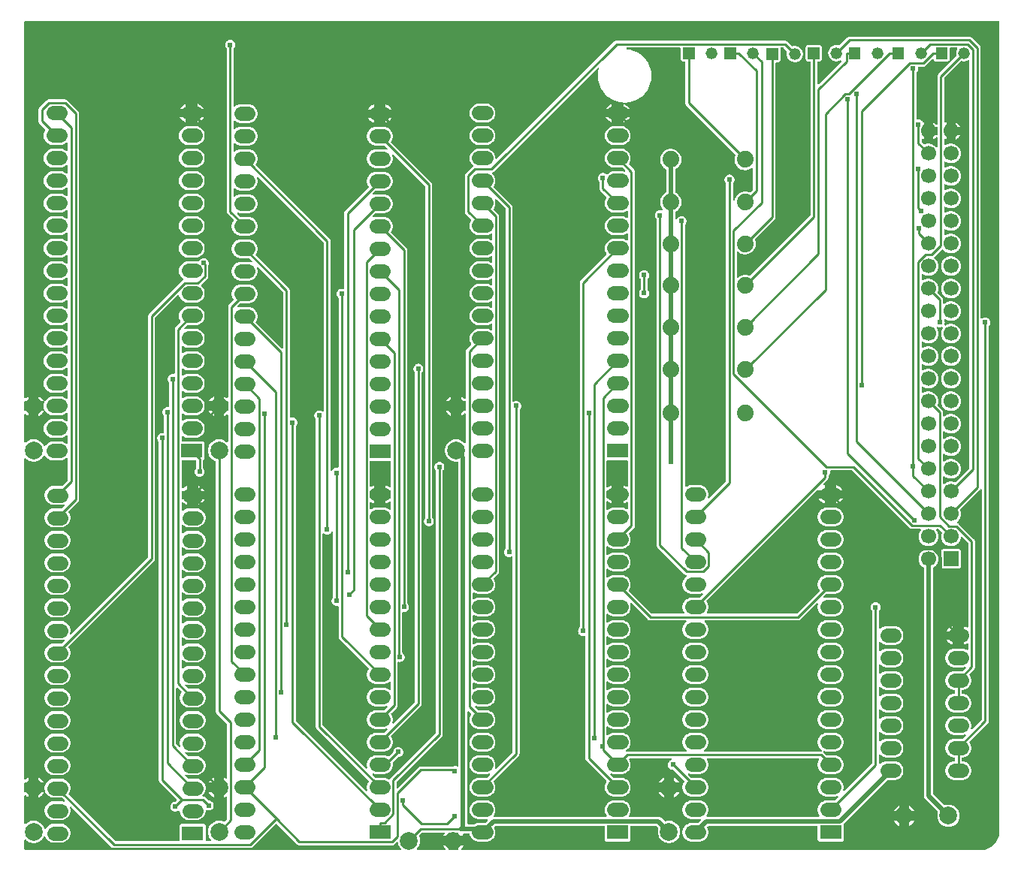
<source format=gbl>
G04 Layer: BottomLayer*
G04 EasyEDA v6.5.5, 2022-06-05 18:11:37*
G04 12dec15f9c8f45c78e1145ade07de6d6,0eaacf81f25c4b8caaffc9699626bf9f,10*
G04 Gerber Generator version 0.2*
G04 Scale: 100 percent, Rotated: No, Reflected: No *
G04 Dimensions in millimeters *
G04 leading zeros omitted , absolute positions ,4 integer and 5 decimal *
%FSLAX45Y45*%
%MOMM*%

%ADD10C,0.2540*%
%ADD12C,0.5000*%
%ADD13C,0.6096*%
%ADD15C,1.3208*%
%ADD16C,1.8796*%
%ADD17R,2.4000X1.6000*%
%ADD18C,2.0000*%
%ADD20C,1.7000*%
%ADD21C,1.6002*%
%ADD22C,1.6000*%

%LPD*%
G36*
X8956649Y-1582623D02*
G01*
X8952738Y-1581810D01*
X8949436Y-1579575D01*
X8939174Y-1568907D01*
X8928049Y-1560068D01*
X8915908Y-1552702D01*
X8902903Y-1546961D01*
X8889288Y-1542897D01*
X8875268Y-1540611D01*
X8861044Y-1540154D01*
X8846921Y-1541526D01*
X8833053Y-1544675D01*
X8824417Y-1547876D01*
X8820658Y-1548485D01*
X8816898Y-1547672D01*
X8813698Y-1545539D01*
X8792819Y-1524609D01*
X8790584Y-1521307D01*
X8789822Y-1517396D01*
X8789822Y-1499260D01*
X8790787Y-1494942D01*
X8793429Y-1491437D01*
X8797340Y-1489405D01*
X8801760Y-1489252D01*
X8805773Y-1490929D01*
X8807094Y-1491843D01*
X8815730Y-1496314D01*
X8815730Y-1445869D01*
X8799982Y-1445869D01*
X8796121Y-1445056D01*
X8792819Y-1442872D01*
X8790584Y-1439570D01*
X8789822Y-1435709D01*
X8789822Y-1369364D01*
X8790584Y-1365453D01*
X8792819Y-1362151D01*
X8794394Y-1360576D01*
X8800033Y-1352499D01*
X8802319Y-1350162D01*
X8805164Y-1348689D01*
X8808364Y-1348130D01*
X8815730Y-1348130D01*
X8815730Y-1297686D01*
X8812885Y-1299159D01*
X8809431Y-1300226D01*
X8805773Y-1300022D01*
X8802471Y-1298549D01*
X8799880Y-1295958D01*
X8794394Y-1288135D01*
X8787434Y-1281176D01*
X8779408Y-1275537D01*
X8770467Y-1271422D01*
X8761018Y-1268882D01*
X8751214Y-1268018D01*
X8741257Y-1268882D01*
X8737092Y-1268374D01*
X8733485Y-1266240D01*
X8731046Y-1262837D01*
X8730234Y-1258773D01*
X8730234Y-738530D01*
X8730996Y-734618D01*
X8733180Y-731316D01*
X8734755Y-729742D01*
X8740394Y-721715D01*
X8744559Y-712774D01*
X8747099Y-703326D01*
X8747963Y-693521D01*
X8747048Y-683260D01*
X8747556Y-679145D01*
X8749690Y-675538D01*
X8753094Y-673100D01*
X8757158Y-672236D01*
X8804910Y-672236D01*
X8812936Y-671474D01*
X8820150Y-669239D01*
X8826804Y-665683D01*
X8833053Y-660603D01*
X8905189Y-588467D01*
X8908592Y-586232D01*
X8912555Y-585470D01*
X8916568Y-586384D01*
X8919870Y-588772D01*
X8921953Y-592277D01*
X8923680Y-597255D01*
X8926779Y-602132D01*
X8930843Y-606247D01*
X8935770Y-609346D01*
X8941206Y-611225D01*
X8947556Y-611936D01*
X9078468Y-611936D01*
X9084818Y-611225D01*
X9090253Y-609346D01*
X9095181Y-606247D01*
X9099245Y-602132D01*
X9102344Y-597255D01*
X9104223Y-591769D01*
X9104934Y-585470D01*
X9104934Y-466039D01*
X9105747Y-462178D01*
X9107932Y-458876D01*
X9111234Y-456641D01*
X9115094Y-455879D01*
X9180626Y-455879D01*
X9184792Y-456793D01*
X9188246Y-459333D01*
X9190329Y-463092D01*
X9190685Y-467410D01*
X9189212Y-471424D01*
X9185859Y-476859D01*
X9180626Y-488543D01*
X9177070Y-500888D01*
X9175292Y-513588D01*
X9175292Y-526389D01*
X9177070Y-539089D01*
X9179052Y-545947D01*
X9179407Y-549503D01*
X9178493Y-553008D01*
X9176461Y-555955D01*
X8978595Y-753821D01*
X8973464Y-760069D01*
X8969908Y-766724D01*
X8967724Y-773938D01*
X8966911Y-781964D01*
X8966911Y-1318463D01*
X8966149Y-1322374D01*
X8963914Y-1325727D01*
X8960561Y-1327912D01*
X8956649Y-1328623D01*
X8952738Y-1327810D01*
X8949436Y-1325575D01*
X8939174Y-1314907D01*
X8928049Y-1306068D01*
X8915908Y-1298702D01*
X8913469Y-1297584D01*
X8913469Y-1348130D01*
X8956751Y-1348130D01*
X8960662Y-1348943D01*
X8963914Y-1351127D01*
X8966149Y-1354429D01*
X8966911Y-1358290D01*
X8966911Y-1435709D01*
X8966149Y-1439570D01*
X8963914Y-1442872D01*
X8960662Y-1445056D01*
X8956751Y-1445869D01*
X8913469Y-1445869D01*
X8913469Y-1496415D01*
X8915908Y-1495298D01*
X8928049Y-1487932D01*
X8939174Y-1479092D01*
X8949436Y-1468424D01*
X8952738Y-1466189D01*
X8956649Y-1465376D01*
X8960561Y-1466088D01*
X8963914Y-1468272D01*
X8966149Y-1471625D01*
X8966911Y-1475536D01*
X8966911Y-1572463D01*
X8966149Y-1576374D01*
X8963914Y-1579727D01*
X8960561Y-1581912D01*
G37*

%LPD*%
G36*
X9040164Y-5378907D02*
G01*
X9036354Y-5378043D01*
X9033154Y-5375808D01*
X9031071Y-5372557D01*
X9030309Y-5368747D01*
X9030309Y-5299252D01*
X9031071Y-5295442D01*
X9033154Y-5292191D01*
X9036354Y-5289956D01*
X9040164Y-5289092D01*
X9043974Y-5289702D01*
X9047327Y-5291734D01*
X9049461Y-5293715D01*
X9061094Y-5301843D01*
X9073692Y-5308396D01*
X9087053Y-5313324D01*
X9100921Y-5316474D01*
X9115044Y-5317845D01*
X9129268Y-5317388D01*
X9143288Y-5315102D01*
X9156903Y-5311089D01*
X9169908Y-5305298D01*
X9182049Y-5297932D01*
X9193174Y-5289092D01*
X9203029Y-5278882D01*
X9211513Y-5267502D01*
X9218523Y-5255107D01*
X9223857Y-5241950D01*
X9227464Y-5228183D01*
X9229242Y-5214112D01*
X9229242Y-5199888D01*
X9227464Y-5185816D01*
X9223857Y-5172049D01*
X9218523Y-5158892D01*
X9211513Y-5146497D01*
X9203029Y-5135118D01*
X9193174Y-5124907D01*
X9182049Y-5116068D01*
X9169908Y-5108702D01*
X9156903Y-5102961D01*
X9143288Y-5098897D01*
X9129268Y-5096611D01*
X9115044Y-5096154D01*
X9100921Y-5097526D01*
X9087053Y-5100675D01*
X9073692Y-5105603D01*
X9061094Y-5112156D01*
X9049461Y-5120284D01*
X9047327Y-5122265D01*
X9043974Y-5124297D01*
X9040164Y-5124907D01*
X9036354Y-5124043D01*
X9033154Y-5121808D01*
X9031071Y-5118557D01*
X9030309Y-5114747D01*
X9030309Y-5045252D01*
X9031071Y-5041442D01*
X9033154Y-5038191D01*
X9036354Y-5035956D01*
X9040164Y-5035092D01*
X9043974Y-5035702D01*
X9047327Y-5037734D01*
X9049461Y-5039715D01*
X9061094Y-5047843D01*
X9073692Y-5054396D01*
X9087053Y-5059324D01*
X9100921Y-5062474D01*
X9115044Y-5063845D01*
X9129268Y-5063388D01*
X9143288Y-5061102D01*
X9156903Y-5057089D01*
X9169908Y-5051298D01*
X9182049Y-5043932D01*
X9193174Y-5035092D01*
X9203029Y-5024882D01*
X9211513Y-5013502D01*
X9218523Y-5001107D01*
X9223857Y-4987950D01*
X9227464Y-4974183D01*
X9229242Y-4960112D01*
X9229242Y-4945888D01*
X9227464Y-4931816D01*
X9223857Y-4918049D01*
X9218523Y-4904892D01*
X9211513Y-4892497D01*
X9203029Y-4881118D01*
X9193174Y-4870907D01*
X9182049Y-4862068D01*
X9169908Y-4854702D01*
X9156903Y-4848961D01*
X9143288Y-4844897D01*
X9129268Y-4842611D01*
X9115044Y-4842154D01*
X9100921Y-4843526D01*
X9087053Y-4846675D01*
X9073692Y-4851603D01*
X9061094Y-4858156D01*
X9049461Y-4866284D01*
X9047327Y-4868265D01*
X9043974Y-4870297D01*
X9040164Y-4870907D01*
X9036354Y-4870043D01*
X9033154Y-4867808D01*
X9031071Y-4864557D01*
X9030309Y-4860747D01*
X9030309Y-4791252D01*
X9031071Y-4787442D01*
X9033154Y-4784191D01*
X9036354Y-4781956D01*
X9040164Y-4781092D01*
X9043974Y-4781702D01*
X9047327Y-4783734D01*
X9049461Y-4785715D01*
X9061094Y-4793843D01*
X9073692Y-4800396D01*
X9087053Y-4805324D01*
X9100921Y-4808474D01*
X9115044Y-4809845D01*
X9129268Y-4809388D01*
X9143288Y-4807102D01*
X9156903Y-4803089D01*
X9169908Y-4797298D01*
X9182049Y-4789932D01*
X9193174Y-4781092D01*
X9203029Y-4770882D01*
X9211513Y-4759502D01*
X9218523Y-4747107D01*
X9223857Y-4733950D01*
X9227464Y-4720183D01*
X9229242Y-4706112D01*
X9229242Y-4691888D01*
X9227464Y-4677816D01*
X9223857Y-4664049D01*
X9218523Y-4650892D01*
X9211513Y-4638497D01*
X9203029Y-4627118D01*
X9193174Y-4616907D01*
X9182049Y-4608068D01*
X9169908Y-4600702D01*
X9156903Y-4594961D01*
X9143288Y-4590897D01*
X9129268Y-4588611D01*
X9115044Y-4588154D01*
X9100921Y-4589526D01*
X9087053Y-4592675D01*
X9073692Y-4597603D01*
X9061094Y-4604156D01*
X9049461Y-4612284D01*
X9047327Y-4614265D01*
X9043974Y-4616297D01*
X9040164Y-4616907D01*
X9036354Y-4616043D01*
X9033154Y-4613808D01*
X9031071Y-4610557D01*
X9030309Y-4606747D01*
X9030309Y-4572609D01*
X9029547Y-4564583D01*
X9027312Y-4557369D01*
X9023756Y-4550664D01*
X9018676Y-4544466D01*
X8970060Y-4495850D01*
X8967876Y-4492599D01*
X8967114Y-4488738D01*
X8967825Y-4484878D01*
X8969857Y-4479950D01*
X8973464Y-4466183D01*
X8975242Y-4452112D01*
X8975242Y-4437888D01*
X8973464Y-4423816D01*
X8969857Y-4410049D01*
X8964523Y-4396892D01*
X8957513Y-4384497D01*
X8949029Y-4373118D01*
X8939174Y-4362907D01*
X8928049Y-4354068D01*
X8915908Y-4346702D01*
X8902903Y-4340961D01*
X8889288Y-4336897D01*
X8875268Y-4334611D01*
X8861044Y-4334154D01*
X8846921Y-4335526D01*
X8833053Y-4338675D01*
X8819692Y-4343603D01*
X8807094Y-4350156D01*
X8804859Y-4351731D01*
X8800846Y-4353407D01*
X8796426Y-4353204D01*
X8792514Y-4351172D01*
X8789873Y-4347667D01*
X8788908Y-4343400D01*
X8788908Y-4292600D01*
X8789873Y-4288332D01*
X8792514Y-4284827D01*
X8796426Y-4282795D01*
X8800846Y-4282592D01*
X8804859Y-4284268D01*
X8807094Y-4285843D01*
X8819692Y-4292396D01*
X8833053Y-4297324D01*
X8846921Y-4300474D01*
X8861044Y-4301845D01*
X8875268Y-4301388D01*
X8889288Y-4299102D01*
X8902903Y-4295089D01*
X8915908Y-4289298D01*
X8928049Y-4281932D01*
X8939174Y-4273092D01*
X8949029Y-4262882D01*
X8957513Y-4251502D01*
X8964523Y-4239107D01*
X8969857Y-4225950D01*
X8973464Y-4212183D01*
X8975242Y-4198112D01*
X8975242Y-4183887D01*
X8973464Y-4169816D01*
X8969857Y-4156049D01*
X8964523Y-4142892D01*
X8957513Y-4130497D01*
X8949029Y-4119118D01*
X8939174Y-4108907D01*
X8928049Y-4100068D01*
X8915908Y-4092701D01*
X8902903Y-4086961D01*
X8889288Y-4082897D01*
X8875268Y-4080611D01*
X8861044Y-4080154D01*
X8846921Y-4081526D01*
X8833053Y-4084675D01*
X8819692Y-4089603D01*
X8807094Y-4096156D01*
X8804859Y-4097731D01*
X8800846Y-4099407D01*
X8796426Y-4099204D01*
X8792514Y-4097172D01*
X8789873Y-4093667D01*
X8788908Y-4089400D01*
X8788908Y-4038600D01*
X8789873Y-4034332D01*
X8792514Y-4030827D01*
X8796426Y-4028795D01*
X8800846Y-4028592D01*
X8804859Y-4030268D01*
X8807094Y-4031843D01*
X8819692Y-4038396D01*
X8833053Y-4043324D01*
X8846921Y-4046474D01*
X8861044Y-4047845D01*
X8875268Y-4047388D01*
X8889288Y-4045102D01*
X8902903Y-4041089D01*
X8915908Y-4035298D01*
X8928049Y-4027932D01*
X8939174Y-4019092D01*
X8949029Y-4008882D01*
X8957513Y-3997502D01*
X8964523Y-3985107D01*
X8969857Y-3971950D01*
X8973464Y-3958183D01*
X8975242Y-3944112D01*
X8975242Y-3929887D01*
X8973464Y-3915816D01*
X8969857Y-3902049D01*
X8964523Y-3888892D01*
X8957513Y-3876497D01*
X8949029Y-3865118D01*
X8939174Y-3854907D01*
X8928049Y-3846068D01*
X8915908Y-3838701D01*
X8902903Y-3832961D01*
X8889288Y-3828897D01*
X8875268Y-3826611D01*
X8861044Y-3826154D01*
X8846921Y-3827526D01*
X8833053Y-3830675D01*
X8819692Y-3835603D01*
X8807094Y-3842156D01*
X8804859Y-3843731D01*
X8800846Y-3845407D01*
X8796426Y-3845204D01*
X8792514Y-3843172D01*
X8789873Y-3839667D01*
X8788908Y-3835400D01*
X8788908Y-3784600D01*
X8789873Y-3780332D01*
X8792514Y-3776827D01*
X8796426Y-3774795D01*
X8800846Y-3774592D01*
X8804859Y-3776268D01*
X8807094Y-3777843D01*
X8819692Y-3784396D01*
X8833053Y-3789324D01*
X8846921Y-3792474D01*
X8861044Y-3793845D01*
X8875268Y-3793388D01*
X8889288Y-3791102D01*
X8902903Y-3787089D01*
X8915908Y-3781298D01*
X8928049Y-3773932D01*
X8939174Y-3765092D01*
X8949029Y-3754882D01*
X8957513Y-3743502D01*
X8964523Y-3731107D01*
X8969857Y-3717950D01*
X8973464Y-3704183D01*
X8975242Y-3690112D01*
X8975242Y-3675887D01*
X8973464Y-3661816D01*
X8969857Y-3648049D01*
X8964523Y-3634892D01*
X8957411Y-3622294D01*
X8956141Y-3618280D01*
X8956649Y-3614064D01*
X8958834Y-3610406D01*
X8962288Y-3607968D01*
X8966454Y-3607155D01*
X8970568Y-3608120D01*
X8972346Y-3608933D01*
X8981846Y-3611473D01*
X8991650Y-3612337D01*
X9001404Y-3611473D01*
X9010904Y-3608933D01*
X9012986Y-3607968D01*
X9017203Y-3607054D01*
X9021470Y-3607917D01*
X9024924Y-3610508D01*
X9027007Y-3614318D01*
X9027312Y-3618687D01*
X9025788Y-3622751D01*
X9021978Y-3628593D01*
X9015831Y-3641394D01*
X9011361Y-3654856D01*
X9008618Y-3668826D01*
X9007703Y-3683000D01*
X9008618Y-3697173D01*
X9011361Y-3711143D01*
X9015831Y-3724605D01*
X9021978Y-3737406D01*
X9029750Y-3749344D01*
X9038945Y-3760165D01*
X9049461Y-3769715D01*
X9061094Y-3777843D01*
X9073692Y-3784396D01*
X9087053Y-3789324D01*
X9100921Y-3792474D01*
X9115044Y-3793845D01*
X9129268Y-3793388D01*
X9143288Y-3791102D01*
X9156903Y-3787089D01*
X9169908Y-3781298D01*
X9182049Y-3773932D01*
X9193174Y-3765092D01*
X9203029Y-3754882D01*
X9211513Y-3743502D01*
X9218523Y-3731107D01*
X9223857Y-3717950D01*
X9227464Y-3704183D01*
X9229242Y-3690112D01*
X9229242Y-3675887D01*
X9227464Y-3661816D01*
X9223857Y-3648049D01*
X9218523Y-3634892D01*
X9211513Y-3622497D01*
X9203029Y-3611118D01*
X9193174Y-3600907D01*
X9182049Y-3592068D01*
X9169908Y-3584701D01*
X9156903Y-3578961D01*
X9143288Y-3574897D01*
X9129268Y-3572611D01*
X9115044Y-3572154D01*
X9100921Y-3573526D01*
X9087053Y-3576675D01*
X9073692Y-3581603D01*
X9061094Y-3588156D01*
X9058656Y-3589883D01*
X9054592Y-3591560D01*
X9050223Y-3591356D01*
X9046311Y-3589324D01*
X9043670Y-3585819D01*
X9042704Y-3581552D01*
X9043670Y-3577234D01*
X9044584Y-3575253D01*
X9047124Y-3565804D01*
X9047988Y-3556000D01*
X9047124Y-3546195D01*
X9044584Y-3536746D01*
X9043670Y-3534765D01*
X9042704Y-3530447D01*
X9043670Y-3526180D01*
X9046311Y-3522675D01*
X9050223Y-3520643D01*
X9054592Y-3520440D01*
X9058656Y-3522116D01*
X9061094Y-3523843D01*
X9073692Y-3530396D01*
X9087053Y-3535324D01*
X9100921Y-3538474D01*
X9115044Y-3539845D01*
X9129268Y-3539388D01*
X9143288Y-3537102D01*
X9156903Y-3533089D01*
X9169908Y-3527298D01*
X9182049Y-3519932D01*
X9193174Y-3511092D01*
X9203029Y-3500882D01*
X9211513Y-3489502D01*
X9218523Y-3477107D01*
X9223857Y-3463950D01*
X9227464Y-3450183D01*
X9229242Y-3436112D01*
X9229242Y-3421887D01*
X9227464Y-3407816D01*
X9223857Y-3394049D01*
X9218523Y-3380892D01*
X9211513Y-3368497D01*
X9203029Y-3357118D01*
X9193174Y-3346907D01*
X9182049Y-3338068D01*
X9169908Y-3330701D01*
X9156903Y-3324961D01*
X9143288Y-3320897D01*
X9129268Y-3318611D01*
X9115044Y-3318154D01*
X9100921Y-3319526D01*
X9087053Y-3322675D01*
X9073692Y-3327603D01*
X9061094Y-3334156D01*
X9049461Y-3342284D01*
X9047226Y-3344316D01*
X9043924Y-3346348D01*
X9040063Y-3346958D01*
X9036304Y-3346094D01*
X9033103Y-3343859D01*
X9030970Y-3340608D01*
X9030258Y-3336798D01*
X9030258Y-3302508D01*
X9029446Y-3294481D01*
X9027261Y-3287268D01*
X9023705Y-3280613D01*
X9018574Y-3274364D01*
X8970060Y-3225850D01*
X8967876Y-3222599D01*
X8967114Y-3218738D01*
X8967825Y-3214878D01*
X8969857Y-3209950D01*
X8973464Y-3196183D01*
X8975242Y-3182112D01*
X8975242Y-3167888D01*
X8973464Y-3153816D01*
X8969857Y-3140049D01*
X8964523Y-3126892D01*
X8957513Y-3114497D01*
X8949029Y-3103118D01*
X8939174Y-3092907D01*
X8928049Y-3084068D01*
X8915908Y-3076702D01*
X8902903Y-3070961D01*
X8889288Y-3066897D01*
X8875268Y-3064611D01*
X8861044Y-3064154D01*
X8846921Y-3065526D01*
X8833053Y-3068675D01*
X8819692Y-3073603D01*
X8807094Y-3080156D01*
X8804859Y-3081731D01*
X8800846Y-3083407D01*
X8796426Y-3083204D01*
X8792514Y-3081172D01*
X8789873Y-3077667D01*
X8788908Y-3073400D01*
X8788908Y-3022600D01*
X8789873Y-3018332D01*
X8792514Y-3014827D01*
X8796426Y-3012795D01*
X8800846Y-3012592D01*
X8804859Y-3014268D01*
X8807094Y-3015843D01*
X8819692Y-3022396D01*
X8833053Y-3027324D01*
X8846921Y-3030474D01*
X8861044Y-3031845D01*
X8875268Y-3031388D01*
X8889288Y-3029102D01*
X8902903Y-3025089D01*
X8915908Y-3019298D01*
X8928049Y-3011932D01*
X8939174Y-3003092D01*
X8949029Y-2992882D01*
X8957513Y-2981502D01*
X8964523Y-2969107D01*
X8969857Y-2955950D01*
X8973464Y-2942183D01*
X8975242Y-2928112D01*
X8975242Y-2913888D01*
X8973464Y-2899816D01*
X8969857Y-2886049D01*
X8964523Y-2872892D01*
X8957513Y-2860497D01*
X8949029Y-2849118D01*
X8939174Y-2838907D01*
X8932214Y-2833370D01*
X8929522Y-2830068D01*
X8928404Y-2826004D01*
X8929014Y-2821787D01*
X8931351Y-2818231D01*
X9015730Y-2733802D01*
X9019235Y-2731566D01*
X9023350Y-2730855D01*
X9027363Y-2731871D01*
X9030665Y-2734411D01*
X9038945Y-2744165D01*
X9049461Y-2753715D01*
X9061094Y-2761843D01*
X9073692Y-2768396D01*
X9087053Y-2773324D01*
X9100921Y-2776474D01*
X9115044Y-2777845D01*
X9129268Y-2777388D01*
X9143288Y-2775102D01*
X9156903Y-2771089D01*
X9169908Y-2765298D01*
X9182049Y-2757932D01*
X9193174Y-2749092D01*
X9203029Y-2738882D01*
X9211513Y-2727502D01*
X9218523Y-2715107D01*
X9223857Y-2701950D01*
X9227464Y-2688183D01*
X9229242Y-2674112D01*
X9229242Y-2659888D01*
X9227464Y-2645816D01*
X9223857Y-2632049D01*
X9218523Y-2618892D01*
X9211513Y-2606497D01*
X9203029Y-2595118D01*
X9193174Y-2584907D01*
X9182049Y-2576068D01*
X9169908Y-2568702D01*
X9156903Y-2562961D01*
X9143288Y-2558897D01*
X9129268Y-2556611D01*
X9115044Y-2556154D01*
X9100921Y-2557526D01*
X9087053Y-2560675D01*
X9073692Y-2565603D01*
X9061094Y-2572156D01*
X9056065Y-2574544D01*
X9051645Y-2574340D01*
X9047734Y-2572308D01*
X9045092Y-2568854D01*
X9044127Y-2564536D01*
X9044127Y-2515463D01*
X9045092Y-2511145D01*
X9047734Y-2507691D01*
X9051645Y-2505659D01*
X9056065Y-2505456D01*
X9061094Y-2507843D01*
X9073692Y-2514396D01*
X9087053Y-2519324D01*
X9100921Y-2522474D01*
X9115044Y-2523845D01*
X9129268Y-2523388D01*
X9143288Y-2521102D01*
X9156903Y-2517089D01*
X9169908Y-2511298D01*
X9182049Y-2503932D01*
X9193174Y-2495092D01*
X9203029Y-2484882D01*
X9211513Y-2473502D01*
X9218523Y-2461107D01*
X9223857Y-2447950D01*
X9227464Y-2434183D01*
X9229242Y-2420112D01*
X9229242Y-2405888D01*
X9227464Y-2391816D01*
X9223857Y-2378049D01*
X9218523Y-2364892D01*
X9211513Y-2352497D01*
X9203029Y-2341118D01*
X9193174Y-2330907D01*
X9182049Y-2322068D01*
X9169908Y-2314702D01*
X9156903Y-2308961D01*
X9143288Y-2304897D01*
X9129268Y-2302611D01*
X9115044Y-2302154D01*
X9100921Y-2303526D01*
X9087053Y-2306675D01*
X9073692Y-2311603D01*
X9061094Y-2318156D01*
X9056065Y-2320544D01*
X9051645Y-2320340D01*
X9047734Y-2318308D01*
X9045092Y-2314854D01*
X9044127Y-2310536D01*
X9044127Y-2261463D01*
X9045092Y-2257145D01*
X9047734Y-2253691D01*
X9051645Y-2251659D01*
X9056065Y-2251456D01*
X9061094Y-2253843D01*
X9073692Y-2260396D01*
X9087053Y-2265324D01*
X9100921Y-2268474D01*
X9115044Y-2269845D01*
X9129268Y-2269388D01*
X9143288Y-2267102D01*
X9156903Y-2263089D01*
X9169908Y-2257298D01*
X9182049Y-2249932D01*
X9193174Y-2241092D01*
X9203029Y-2230882D01*
X9211513Y-2219502D01*
X9218523Y-2207107D01*
X9223857Y-2193950D01*
X9227464Y-2180183D01*
X9229242Y-2166112D01*
X9229242Y-2151888D01*
X9227464Y-2137816D01*
X9223857Y-2124049D01*
X9218523Y-2110892D01*
X9211513Y-2098497D01*
X9203029Y-2087118D01*
X9193174Y-2076907D01*
X9182049Y-2068068D01*
X9169908Y-2060702D01*
X9156903Y-2054961D01*
X9143288Y-2050897D01*
X9129268Y-2048611D01*
X9115044Y-2048154D01*
X9100921Y-2049525D01*
X9087053Y-2052675D01*
X9073692Y-2057603D01*
X9061094Y-2064156D01*
X9056065Y-2066543D01*
X9051645Y-2066340D01*
X9047734Y-2064308D01*
X9045092Y-2060854D01*
X9044127Y-2056536D01*
X9044127Y-2007463D01*
X9045092Y-2003145D01*
X9047734Y-1999691D01*
X9051645Y-1997659D01*
X9056065Y-1997456D01*
X9061094Y-1999843D01*
X9073692Y-2006396D01*
X9087053Y-2011324D01*
X9100921Y-2014474D01*
X9115044Y-2015845D01*
X9129268Y-2015388D01*
X9143288Y-2013102D01*
X9156903Y-2009089D01*
X9169908Y-2003298D01*
X9182049Y-1995932D01*
X9193174Y-1987092D01*
X9203029Y-1976882D01*
X9211513Y-1965502D01*
X9218523Y-1953107D01*
X9223857Y-1939950D01*
X9227464Y-1926183D01*
X9229242Y-1912112D01*
X9229242Y-1897888D01*
X9227464Y-1883816D01*
X9223857Y-1870049D01*
X9218523Y-1856892D01*
X9211513Y-1844497D01*
X9203029Y-1833118D01*
X9193174Y-1822907D01*
X9182049Y-1814068D01*
X9169908Y-1806702D01*
X9156903Y-1800961D01*
X9143288Y-1796897D01*
X9129268Y-1794611D01*
X9115044Y-1794154D01*
X9100921Y-1795525D01*
X9087053Y-1798675D01*
X9073692Y-1803603D01*
X9061094Y-1810156D01*
X9056065Y-1812543D01*
X9051645Y-1812340D01*
X9047734Y-1810308D01*
X9045092Y-1806854D01*
X9044127Y-1802536D01*
X9044127Y-1753463D01*
X9045092Y-1749145D01*
X9047734Y-1745691D01*
X9051645Y-1743659D01*
X9056065Y-1743456D01*
X9061094Y-1745843D01*
X9073692Y-1752396D01*
X9087053Y-1757324D01*
X9100921Y-1760474D01*
X9115044Y-1761845D01*
X9129268Y-1761388D01*
X9143288Y-1759102D01*
X9156903Y-1755089D01*
X9169908Y-1749298D01*
X9182049Y-1741932D01*
X9193174Y-1733092D01*
X9203029Y-1722882D01*
X9211513Y-1711502D01*
X9218523Y-1699107D01*
X9223857Y-1685950D01*
X9227464Y-1672183D01*
X9229242Y-1658112D01*
X9229242Y-1643888D01*
X9227464Y-1629816D01*
X9223857Y-1616049D01*
X9218523Y-1602892D01*
X9211513Y-1590497D01*
X9203029Y-1579118D01*
X9193174Y-1568907D01*
X9182049Y-1560068D01*
X9169908Y-1552702D01*
X9156903Y-1546961D01*
X9143288Y-1542897D01*
X9129268Y-1540611D01*
X9115044Y-1540154D01*
X9100921Y-1541526D01*
X9087053Y-1544675D01*
X9073692Y-1549603D01*
X9061094Y-1556156D01*
X9056065Y-1558544D01*
X9051645Y-1558340D01*
X9047734Y-1556308D01*
X9045092Y-1552854D01*
X9044127Y-1548536D01*
X9044127Y-1499463D01*
X9045092Y-1495145D01*
X9047734Y-1491691D01*
X9051645Y-1489659D01*
X9056065Y-1489456D01*
X9069730Y-1496314D01*
X9069730Y-1445869D01*
X9054287Y-1445869D01*
X9050426Y-1445056D01*
X9047124Y-1442872D01*
X9044889Y-1439570D01*
X9044127Y-1435709D01*
X9044127Y-1358290D01*
X9044889Y-1354429D01*
X9047124Y-1351127D01*
X9050426Y-1348943D01*
X9054287Y-1348130D01*
X9069730Y-1348130D01*
X9069730Y-1297686D01*
X9056065Y-1304544D01*
X9051645Y-1304340D01*
X9047734Y-1302308D01*
X9045092Y-1298854D01*
X9044127Y-1294536D01*
X9044127Y-801674D01*
X9044889Y-797814D01*
X9047124Y-794512D01*
X9231020Y-610565D01*
X9234068Y-608482D01*
X9237675Y-607618D01*
X9241383Y-608076D01*
X9244787Y-609193D01*
X9257385Y-611428D01*
X9270238Y-611886D01*
X9282988Y-610514D01*
X9295434Y-607415D01*
X9307322Y-602640D01*
X9310878Y-600557D01*
X9314891Y-599236D01*
X9319107Y-599694D01*
X9322765Y-601827D01*
X9325254Y-605231D01*
X9326118Y-609346D01*
X9326118Y-5194655D01*
X9325356Y-5198567D01*
X9323120Y-5201869D01*
X9169552Y-5355437D01*
X9166199Y-5357672D01*
X9162237Y-5358434D01*
X9143288Y-5352897D01*
X9129268Y-5350611D01*
X9115044Y-5350154D01*
X9100921Y-5351526D01*
X9087053Y-5354675D01*
X9073692Y-5359603D01*
X9061094Y-5366156D01*
X9049461Y-5374284D01*
X9047327Y-5376265D01*
X9043974Y-5378297D01*
G37*

%LPC*%
G36*
X9115044Y-3285845D02*
G01*
X9129268Y-3285388D01*
X9143288Y-3283102D01*
X9156903Y-3279089D01*
X9169908Y-3273298D01*
X9182049Y-3265932D01*
X9193174Y-3257092D01*
X9203029Y-3246882D01*
X9211513Y-3235502D01*
X9218523Y-3223107D01*
X9223857Y-3209950D01*
X9227464Y-3196183D01*
X9229242Y-3182112D01*
X9229242Y-3167888D01*
X9227464Y-3153816D01*
X9223857Y-3140049D01*
X9218523Y-3126892D01*
X9211513Y-3114497D01*
X9203029Y-3103118D01*
X9193174Y-3092907D01*
X9182049Y-3084068D01*
X9169908Y-3076702D01*
X9156903Y-3070961D01*
X9143288Y-3066897D01*
X9129268Y-3064611D01*
X9115044Y-3064154D01*
X9100921Y-3065526D01*
X9087053Y-3068675D01*
X9073692Y-3073603D01*
X9061094Y-3080156D01*
X9049461Y-3088284D01*
X9038945Y-3097834D01*
X9029750Y-3108655D01*
X9021978Y-3120593D01*
X9015831Y-3133394D01*
X9011361Y-3146856D01*
X9008618Y-3160826D01*
X9007703Y-3175000D01*
X9008618Y-3189173D01*
X9011361Y-3203143D01*
X9015831Y-3216605D01*
X9021978Y-3229406D01*
X9029750Y-3241344D01*
X9038945Y-3252165D01*
X9049461Y-3261715D01*
X9061094Y-3269843D01*
X9073692Y-3276396D01*
X9087053Y-3281324D01*
X9100921Y-3284474D01*
G37*
G36*
X9115044Y-4047845D02*
G01*
X9129268Y-4047388D01*
X9143288Y-4045102D01*
X9156903Y-4041089D01*
X9169908Y-4035298D01*
X9182049Y-4027932D01*
X9193174Y-4019092D01*
X9203029Y-4008882D01*
X9211513Y-3997502D01*
X9218523Y-3985107D01*
X9223857Y-3971950D01*
X9227464Y-3958183D01*
X9229242Y-3944112D01*
X9229242Y-3929887D01*
X9227464Y-3915816D01*
X9223857Y-3902049D01*
X9218523Y-3888892D01*
X9211513Y-3876497D01*
X9203029Y-3865118D01*
X9193174Y-3854907D01*
X9182049Y-3846068D01*
X9169908Y-3838701D01*
X9156903Y-3832961D01*
X9143288Y-3828897D01*
X9129268Y-3826611D01*
X9115044Y-3826154D01*
X9100921Y-3827526D01*
X9087053Y-3830675D01*
X9073692Y-3835603D01*
X9061094Y-3842156D01*
X9049461Y-3850284D01*
X9038945Y-3859834D01*
X9029750Y-3870655D01*
X9021978Y-3882593D01*
X9015831Y-3895394D01*
X9011361Y-3908856D01*
X9008618Y-3922826D01*
X9007703Y-3937000D01*
X9008618Y-3951173D01*
X9011361Y-3965143D01*
X9015831Y-3978605D01*
X9021978Y-3991406D01*
X9029750Y-4003344D01*
X9038945Y-4014165D01*
X9049461Y-4023715D01*
X9061094Y-4031843D01*
X9073692Y-4038396D01*
X9087053Y-4043324D01*
X9100921Y-4046474D01*
G37*
G36*
X9167469Y-1496415D02*
G01*
X9169908Y-1495298D01*
X9182049Y-1487932D01*
X9193174Y-1479092D01*
X9203029Y-1468882D01*
X9211513Y-1457502D01*
X9218066Y-1445869D01*
X9167469Y-1445869D01*
G37*
G36*
X9115044Y-4555845D02*
G01*
X9129268Y-4555388D01*
X9143288Y-4553102D01*
X9156903Y-4549089D01*
X9169908Y-4543298D01*
X9182049Y-4535932D01*
X9193174Y-4527092D01*
X9203029Y-4516882D01*
X9211513Y-4505502D01*
X9218523Y-4493107D01*
X9223857Y-4479950D01*
X9227464Y-4466183D01*
X9229242Y-4452112D01*
X9229242Y-4437888D01*
X9227464Y-4423816D01*
X9223857Y-4410049D01*
X9218523Y-4396892D01*
X9211513Y-4384497D01*
X9203029Y-4373118D01*
X9193174Y-4362907D01*
X9182049Y-4354068D01*
X9169908Y-4346702D01*
X9156903Y-4340961D01*
X9143288Y-4336897D01*
X9129268Y-4334611D01*
X9115044Y-4334154D01*
X9100921Y-4335526D01*
X9087053Y-4338675D01*
X9073692Y-4343603D01*
X9061094Y-4350156D01*
X9049461Y-4358284D01*
X9038945Y-4367834D01*
X9029750Y-4378655D01*
X9021978Y-4390593D01*
X9015831Y-4403394D01*
X9011361Y-4416856D01*
X9008618Y-4430826D01*
X9007703Y-4445000D01*
X9008618Y-4459173D01*
X9011361Y-4473143D01*
X9015831Y-4486605D01*
X9021978Y-4499406D01*
X9029750Y-4511344D01*
X9038945Y-4522165D01*
X9049461Y-4531715D01*
X9061094Y-4539843D01*
X9073692Y-4546396D01*
X9087053Y-4551324D01*
X9100921Y-4554474D01*
G37*
G36*
X9167469Y-1348130D02*
G01*
X9218066Y-1348130D01*
X9211513Y-1336497D01*
X9203029Y-1325118D01*
X9193174Y-1314907D01*
X9182049Y-1306068D01*
X9169908Y-1298702D01*
X9167469Y-1297584D01*
G37*
G36*
X9115044Y-3031845D02*
G01*
X9129268Y-3031388D01*
X9143288Y-3029102D01*
X9156903Y-3025089D01*
X9169908Y-3019298D01*
X9182049Y-3011932D01*
X9193174Y-3003092D01*
X9203029Y-2992882D01*
X9211513Y-2981502D01*
X9218523Y-2969107D01*
X9223857Y-2955950D01*
X9227464Y-2942183D01*
X9229242Y-2928112D01*
X9229242Y-2913888D01*
X9227464Y-2899816D01*
X9223857Y-2886049D01*
X9218523Y-2872892D01*
X9211513Y-2860497D01*
X9203029Y-2849118D01*
X9193174Y-2838907D01*
X9182049Y-2830068D01*
X9169908Y-2822702D01*
X9156903Y-2816961D01*
X9143288Y-2812897D01*
X9129268Y-2810611D01*
X9115044Y-2810154D01*
X9100921Y-2811526D01*
X9087053Y-2814675D01*
X9073692Y-2819603D01*
X9061094Y-2826156D01*
X9049461Y-2834284D01*
X9038945Y-2843834D01*
X9029750Y-2854655D01*
X9021978Y-2866593D01*
X9015831Y-2879394D01*
X9011361Y-2892856D01*
X9008618Y-2906826D01*
X9007703Y-2921000D01*
X9008618Y-2935173D01*
X9011361Y-2949143D01*
X9015831Y-2962605D01*
X9021978Y-2975406D01*
X9029750Y-2987344D01*
X9038945Y-2998165D01*
X9049461Y-3007715D01*
X9061094Y-3015843D01*
X9073692Y-3022396D01*
X9087053Y-3027324D01*
X9100921Y-3030474D01*
G37*
G36*
X9115044Y-4301845D02*
G01*
X9129268Y-4301388D01*
X9143288Y-4299102D01*
X9156903Y-4295089D01*
X9169908Y-4289298D01*
X9182049Y-4281932D01*
X9193174Y-4273092D01*
X9203029Y-4262882D01*
X9211513Y-4251502D01*
X9218523Y-4239107D01*
X9223857Y-4225950D01*
X9227464Y-4212183D01*
X9229242Y-4198112D01*
X9229242Y-4183887D01*
X9227464Y-4169816D01*
X9223857Y-4156049D01*
X9218523Y-4142892D01*
X9211513Y-4130497D01*
X9203029Y-4119118D01*
X9193174Y-4108907D01*
X9182049Y-4100068D01*
X9169908Y-4092701D01*
X9156903Y-4086961D01*
X9143288Y-4082897D01*
X9129268Y-4080611D01*
X9115044Y-4080154D01*
X9100921Y-4081526D01*
X9087053Y-4084675D01*
X9073692Y-4089603D01*
X9061094Y-4096156D01*
X9049461Y-4104284D01*
X9038945Y-4113834D01*
X9029750Y-4124655D01*
X9021978Y-4136593D01*
X9015831Y-4149394D01*
X9011361Y-4162856D01*
X9008618Y-4176826D01*
X9007703Y-4191000D01*
X9008618Y-4205173D01*
X9011361Y-4219143D01*
X9015831Y-4232605D01*
X9021978Y-4245406D01*
X9029750Y-4257344D01*
X9038945Y-4268165D01*
X9049461Y-4277715D01*
X9061094Y-4285843D01*
X9073692Y-4292396D01*
X9087053Y-4297324D01*
X9100921Y-4300474D01*
G37*

%LPD*%
G36*
X2795168Y-5668924D02*
G01*
X2791358Y-5668365D01*
X2788056Y-5666435D01*
X2786430Y-5665012D01*
X2774950Y-5657342D01*
X2762504Y-5651195D01*
X2749397Y-5646775D01*
X2735783Y-5644032D01*
X2721660Y-5643118D01*
X2642311Y-5643118D01*
X2628188Y-5644032D01*
X2614574Y-5646775D01*
X2601468Y-5651195D01*
X2589022Y-5657342D01*
X2585110Y-5659983D01*
X2581046Y-5661558D01*
X2576677Y-5661304D01*
X2572867Y-5659272D01*
X2570226Y-5655767D01*
X2569311Y-5651550D01*
X2569311Y-5592521D01*
X2570226Y-5588304D01*
X2572867Y-5584799D01*
X2576677Y-5582767D01*
X2581046Y-5582513D01*
X2585110Y-5584088D01*
X2589022Y-5586730D01*
X2601468Y-5592876D01*
X2614574Y-5597296D01*
X2615641Y-5597499D01*
X2615641Y-5541365D01*
X2579471Y-5541365D01*
X2575560Y-5540603D01*
X2572258Y-5538419D01*
X2570073Y-5535117D01*
X2569311Y-5531205D01*
X2569311Y-5458866D01*
X2570073Y-5454954D01*
X2572258Y-5451652D01*
X2575560Y-5449468D01*
X2579471Y-5448706D01*
X2615641Y-5448706D01*
X2615641Y-5392572D01*
X2614574Y-5392775D01*
X2601468Y-5397195D01*
X2589022Y-5403342D01*
X2585110Y-5405983D01*
X2581046Y-5407558D01*
X2576677Y-5407304D01*
X2572867Y-5405272D01*
X2570226Y-5401767D01*
X2569311Y-5397550D01*
X2569311Y-5126990D01*
X2570073Y-5123078D01*
X2572258Y-5119776D01*
X2575560Y-5117592D01*
X2579471Y-5116830D01*
X2794762Y-5116830D01*
X2798622Y-5117592D01*
X2801924Y-5119776D01*
X2804109Y-5123078D01*
X2804922Y-5126990D01*
X2804922Y-5404815D01*
X2804160Y-5408574D01*
X2802077Y-5411825D01*
X2798927Y-5414060D01*
X2795168Y-5414924D01*
X2791358Y-5414365D01*
X2788056Y-5412435D01*
X2786430Y-5411012D01*
X2774950Y-5403342D01*
X2762504Y-5397195D01*
X2749397Y-5392775D01*
X2748330Y-5392572D01*
X2748330Y-5448706D01*
X2794762Y-5448706D01*
X2798622Y-5449468D01*
X2801924Y-5451652D01*
X2804109Y-5454954D01*
X2804922Y-5458866D01*
X2804922Y-5531205D01*
X2804109Y-5535117D01*
X2801924Y-5538419D01*
X2798622Y-5540603D01*
X2794762Y-5541365D01*
X2748330Y-5541365D01*
X2748330Y-5597499D01*
X2749397Y-5597296D01*
X2762504Y-5592876D01*
X2774950Y-5586730D01*
X2786430Y-5579059D01*
X2788056Y-5577636D01*
X2791358Y-5575706D01*
X2795168Y-5575147D01*
X2798927Y-5576011D01*
X2802077Y-5578246D01*
X2804160Y-5581497D01*
X2804922Y-5585256D01*
X2804922Y-5658815D01*
X2804160Y-5662574D01*
X2802077Y-5665825D01*
X2798927Y-5668060D01*
G37*

%LPD*%
G36*
X5244998Y-5672226D02*
G01*
X5241290Y-5671312D01*
X5238140Y-5669076D01*
X5236006Y-5665825D01*
X5235295Y-5662066D01*
X5235295Y-5582005D01*
X5236006Y-5578246D01*
X5238140Y-5574995D01*
X5241290Y-5572760D01*
X5244998Y-5571845D01*
X5248808Y-5572404D01*
X5252161Y-5574385D01*
X5257495Y-5579059D01*
X5268976Y-5586730D01*
X5281422Y-5592876D01*
X5294528Y-5597296D01*
X5295595Y-5597499D01*
X5295595Y-5541365D01*
X5245455Y-5541365D01*
X5241594Y-5540603D01*
X5238292Y-5538419D01*
X5236057Y-5535117D01*
X5235295Y-5531205D01*
X5235295Y-5458866D01*
X5236057Y-5454954D01*
X5238292Y-5451652D01*
X5241594Y-5449468D01*
X5245455Y-5448706D01*
X5295595Y-5448706D01*
X5295595Y-5392572D01*
X5294528Y-5392775D01*
X5281422Y-5397195D01*
X5268976Y-5403342D01*
X5257495Y-5411012D01*
X5252161Y-5415686D01*
X5248808Y-5417667D01*
X5244998Y-5418226D01*
X5241290Y-5417312D01*
X5238140Y-5415076D01*
X5236006Y-5411825D01*
X5235295Y-5408066D01*
X5235295Y-5121148D01*
X5236057Y-5117236D01*
X5238292Y-5113934D01*
X5241594Y-5111750D01*
X5245455Y-5110988D01*
X5467654Y-5110988D01*
X5471566Y-5111750D01*
X5474817Y-5113934D01*
X5477052Y-5117236D01*
X5477814Y-5121148D01*
X5477814Y-5399633D01*
X5476900Y-5403900D01*
X5474258Y-5407355D01*
X5470398Y-5409438D01*
X5466080Y-5409692D01*
X5462016Y-5408117D01*
X5454904Y-5403342D01*
X5442458Y-5397195D01*
X5429351Y-5392775D01*
X5428284Y-5392572D01*
X5428284Y-5448706D01*
X5467654Y-5448706D01*
X5471566Y-5449468D01*
X5474817Y-5451652D01*
X5477052Y-5454954D01*
X5477814Y-5458866D01*
X5477814Y-5531205D01*
X5477052Y-5535117D01*
X5474817Y-5538419D01*
X5471566Y-5540603D01*
X5467654Y-5541365D01*
X5428284Y-5541365D01*
X5428284Y-5597499D01*
X5429351Y-5597296D01*
X5442458Y-5592876D01*
X5454904Y-5586730D01*
X5462016Y-5581954D01*
X5466080Y-5580380D01*
X5470398Y-5580634D01*
X5474258Y-5582716D01*
X5476900Y-5586171D01*
X5477814Y-5590438D01*
X5477814Y-5653633D01*
X5476900Y-5657900D01*
X5474258Y-5661355D01*
X5470398Y-5663438D01*
X5466080Y-5663692D01*
X5462016Y-5662117D01*
X5454904Y-5657342D01*
X5442458Y-5651195D01*
X5429351Y-5646775D01*
X5415737Y-5644032D01*
X5401614Y-5643118D01*
X5322265Y-5643118D01*
X5308142Y-5644032D01*
X5294528Y-5646775D01*
X5281422Y-5651195D01*
X5268976Y-5657342D01*
X5257495Y-5665012D01*
X5252161Y-5669686D01*
X5248808Y-5671667D01*
G37*

%LPD*%
G36*
X9453219Y-9508591D02*
G01*
X9449612Y-9508083D01*
X9442958Y-9505848D01*
X9437065Y-9505188D01*
X3607206Y-9505188D01*
X3603294Y-9504426D01*
X3599992Y-9502190D01*
X3597808Y-9498939D01*
X3597046Y-9495028D01*
X3597808Y-9491116D01*
X3599992Y-9487865D01*
X3604361Y-9483496D01*
X3613708Y-9471507D01*
X3621582Y-9458502D01*
X3622548Y-9456369D01*
X3566464Y-9456369D01*
X3566464Y-9495028D01*
X3565702Y-9498939D01*
X3563518Y-9502190D01*
X3560216Y-9504426D01*
X3556304Y-9505188D01*
X3463950Y-9505188D01*
X3460038Y-9504426D01*
X3456736Y-9502190D01*
X3454552Y-9498939D01*
X3453790Y-9495028D01*
X3453790Y-9456369D01*
X3397707Y-9456369D01*
X3398672Y-9458502D01*
X3406546Y-9471507D01*
X3415893Y-9483496D01*
X3420262Y-9487865D01*
X3422446Y-9491116D01*
X3423208Y-9495028D01*
X3422446Y-9498939D01*
X3420262Y-9502190D01*
X3416960Y-9504426D01*
X3413048Y-9505188D01*
X3107080Y-9505188D01*
X3103168Y-9504426D01*
X3099866Y-9502190D01*
X3097682Y-9498939D01*
X3096920Y-9495028D01*
X3097682Y-9491116D01*
X3099866Y-9487865D01*
X3104235Y-9483496D01*
X3113582Y-9471507D01*
X3121456Y-9458502D01*
X3127705Y-9444634D01*
X3132226Y-9430156D01*
X3134969Y-9415170D01*
X3135884Y-9399981D01*
X3134969Y-9384842D01*
X3132226Y-9369856D01*
X3127705Y-9355378D01*
X3124860Y-9349028D01*
X3123946Y-9345066D01*
X3124708Y-9341053D01*
X3126943Y-9337649D01*
X3153613Y-9311030D01*
X3156915Y-9308795D01*
X3160776Y-9308033D01*
X3401669Y-9308033D01*
X3406089Y-9309049D01*
X3409594Y-9311843D01*
X3411575Y-9315856D01*
X3411626Y-9320377D01*
X3409696Y-9324441D01*
X3406546Y-9328505D01*
X3398672Y-9341510D01*
X3397707Y-9343644D01*
X3453790Y-9343644D01*
X3453790Y-9318193D01*
X3454552Y-9314281D01*
X3456736Y-9311030D01*
X3460038Y-9308795D01*
X3463950Y-9308033D01*
X3552494Y-9308033D01*
X3555542Y-9308490D01*
X3558336Y-9309862D01*
X3562146Y-9312554D01*
X3564483Y-9314789D01*
X3565956Y-9317685D01*
X3566464Y-9320885D01*
X3566464Y-9343644D01*
X3622548Y-9343644D01*
X3621582Y-9341510D01*
X3618128Y-9335770D01*
X3616756Y-9331756D01*
X3617112Y-9327489D01*
X3619246Y-9323781D01*
X3622649Y-9321241D01*
X3626815Y-9320377D01*
X3684930Y-9320377D01*
X3688334Y-9320936D01*
X3691382Y-9322663D01*
X3693617Y-9325305D01*
X3694887Y-9328556D01*
X3695649Y-9332417D01*
X3700119Y-9345574D01*
X3706215Y-9357969D01*
X3713937Y-9369501D01*
X3723081Y-9379915D01*
X3733495Y-9389059D01*
X3744976Y-9396730D01*
X3757422Y-9402876D01*
X3770528Y-9407296D01*
X3784142Y-9410039D01*
X3798265Y-9410954D01*
X3877614Y-9410954D01*
X3891737Y-9410039D01*
X3905351Y-9407296D01*
X3918458Y-9402876D01*
X3930904Y-9396730D01*
X3942384Y-9389059D01*
X3952798Y-9379915D01*
X3961942Y-9369501D01*
X3969664Y-9357969D01*
X3975760Y-9345574D01*
X3980230Y-9332417D01*
X3982923Y-9318853D01*
X3983837Y-9305036D01*
X3982923Y-9291218D01*
X3980230Y-9277654D01*
X3975760Y-9264497D01*
X3970629Y-9254083D01*
X3969613Y-9250019D01*
X3970274Y-9245904D01*
X3972560Y-9242399D01*
X3981043Y-9233966D01*
X3984294Y-9231731D01*
X3988206Y-9230969D01*
X5205882Y-9230969D01*
X5209743Y-9231731D01*
X5213045Y-9233966D01*
X5215280Y-9237268D01*
X5216042Y-9241129D01*
X5216042Y-9384487D01*
X5216753Y-9390786D01*
X5218633Y-9396272D01*
X5221732Y-9401149D01*
X5225846Y-9405264D01*
X5230723Y-9408312D01*
X5236210Y-9410242D01*
X5242509Y-9410954D01*
X5481370Y-9410954D01*
X5487670Y-9410242D01*
X5493156Y-9408312D01*
X5498033Y-9405264D01*
X5502148Y-9401149D01*
X5505246Y-9396272D01*
X5507126Y-9390786D01*
X5507837Y-9384487D01*
X5507837Y-9241129D01*
X5508599Y-9237268D01*
X5510834Y-9233966D01*
X5514136Y-9231731D01*
X5517997Y-9230969D01*
X5794654Y-9230969D01*
X5798515Y-9231731D01*
X5801817Y-9233966D01*
X5818174Y-9250273D01*
X5820257Y-9253270D01*
X5821121Y-9256826D01*
X5820714Y-9260484D01*
X5817768Y-9269882D01*
X5815025Y-9284817D01*
X5814110Y-9300006D01*
X5815025Y-9315196D01*
X5817768Y-9330131D01*
X5822289Y-9344660D01*
X5828538Y-9358528D01*
X5836412Y-9371533D01*
X5845759Y-9383471D01*
X5856528Y-9394240D01*
X5868466Y-9403588D01*
X5881522Y-9411462D01*
X5895340Y-9417710D01*
X5909868Y-9422231D01*
X5924804Y-9424974D01*
X5939993Y-9425889D01*
X5955182Y-9424974D01*
X5970117Y-9422231D01*
X5984646Y-9417710D01*
X5998514Y-9411462D01*
X6011519Y-9403588D01*
X6023508Y-9394240D01*
X6034227Y-9383471D01*
X6043625Y-9371533D01*
X6051448Y-9358528D01*
X6057696Y-9344660D01*
X6062218Y-9330131D01*
X6064961Y-9315196D01*
X6065875Y-9300006D01*
X6064961Y-9284817D01*
X6062218Y-9269882D01*
X6057696Y-9255353D01*
X6051448Y-9241485D01*
X6043625Y-9228480D01*
X6034227Y-9216542D01*
X6023508Y-9205772D01*
X6011519Y-9196374D01*
X5998514Y-9188551D01*
X5984646Y-9182303D01*
X5970117Y-9177782D01*
X5955182Y-9175038D01*
X5939993Y-9174124D01*
X5924804Y-9175038D01*
X5909868Y-9177782D01*
X5900318Y-9180728D01*
X5896711Y-9181185D01*
X5893155Y-9180322D01*
X5890158Y-9178239D01*
X5856020Y-9144203D01*
X5852617Y-9141104D01*
X5849061Y-9138361D01*
X5845352Y-9135973D01*
X5841339Y-9133890D01*
X5837326Y-9132265D01*
X5833008Y-9130893D01*
X5828741Y-9129928D01*
X5824270Y-9129369D01*
X5819698Y-9129166D01*
X5495798Y-9129166D01*
X5491581Y-9128252D01*
X5488076Y-9125610D01*
X5486044Y-9121749D01*
X5485790Y-9117431D01*
X5487365Y-9113367D01*
X5493664Y-9103969D01*
X5499760Y-9091574D01*
X5504230Y-9078417D01*
X5506923Y-9064853D01*
X5507837Y-9051036D01*
X5506923Y-9037218D01*
X5504230Y-9023654D01*
X5499760Y-9010497D01*
X5493664Y-8998102D01*
X5485942Y-8986570D01*
X5476798Y-8976156D01*
X5466384Y-8967012D01*
X5454904Y-8959342D01*
X5442458Y-8953195D01*
X5429351Y-8948775D01*
X5415737Y-8946032D01*
X5401614Y-8945118D01*
X5322265Y-8945118D01*
X5308142Y-8946032D01*
X5294528Y-8948775D01*
X5281422Y-8953195D01*
X5268976Y-8959342D01*
X5257495Y-8967012D01*
X5247081Y-8976156D01*
X5237937Y-8986570D01*
X5230215Y-8998102D01*
X5224119Y-9010497D01*
X5219649Y-9023654D01*
X5216956Y-9037218D01*
X5216042Y-9051036D01*
X5216956Y-9064853D01*
X5219649Y-9078417D01*
X5224119Y-9091574D01*
X5230215Y-9103969D01*
X5236514Y-9113367D01*
X5238089Y-9117431D01*
X5237835Y-9121749D01*
X5235803Y-9125610D01*
X5232298Y-9128252D01*
X5228082Y-9129166D01*
X3971798Y-9129166D01*
X3967581Y-9128252D01*
X3964076Y-9125610D01*
X3962044Y-9121749D01*
X3961790Y-9117431D01*
X3963365Y-9113367D01*
X3969664Y-9103969D01*
X3975760Y-9091574D01*
X3980230Y-9078417D01*
X3982923Y-9064853D01*
X3983837Y-9051036D01*
X3982923Y-9037218D01*
X3980230Y-9023654D01*
X3975760Y-9010497D01*
X3969664Y-8998102D01*
X3961942Y-8986570D01*
X3952798Y-8976156D01*
X3942384Y-8967012D01*
X3930904Y-8959342D01*
X3918458Y-8953195D01*
X3905351Y-8948775D01*
X3891737Y-8946032D01*
X3877614Y-8945118D01*
X3798265Y-8945118D01*
X3784142Y-8946032D01*
X3770528Y-8948775D01*
X3757422Y-8953195D01*
X3744976Y-8959342D01*
X3733495Y-8967012D01*
X3723081Y-8976156D01*
X3713937Y-8986570D01*
X3706215Y-8998102D01*
X3700119Y-9010497D01*
X3695649Y-9023654D01*
X3692956Y-9037218D01*
X3692042Y-9051036D01*
X3692956Y-9064853D01*
X3695649Y-9078417D01*
X3700119Y-9091574D01*
X3706215Y-9103969D01*
X3713937Y-9115501D01*
X3723081Y-9125915D01*
X3733495Y-9135059D01*
X3744976Y-9142730D01*
X3757422Y-9148876D01*
X3770528Y-9153296D01*
X3784142Y-9156039D01*
X3798265Y-9156954D01*
X3877614Y-9156954D01*
X3889654Y-9156141D01*
X3893667Y-9156700D01*
X3897172Y-9158782D01*
X3899560Y-9162084D01*
X3900474Y-9166047D01*
X3899763Y-9170060D01*
X3897528Y-9173464D01*
X3874820Y-9196171D01*
X3871518Y-9198356D01*
X3867658Y-9199118D01*
X3798265Y-9199118D01*
X3784142Y-9200032D01*
X3770528Y-9202775D01*
X3757422Y-9207195D01*
X3744976Y-9213342D01*
X3739743Y-9216847D01*
X3737051Y-9218117D01*
X3734104Y-9218523D01*
X3681069Y-9218523D01*
X3677208Y-9217761D01*
X3673906Y-9215577D01*
X3671671Y-9212275D01*
X3670909Y-9208363D01*
X3670909Y-7947152D01*
X3671671Y-7943240D01*
X3673906Y-7939938D01*
X3677208Y-7937753D01*
X3681069Y-7936992D01*
X3684981Y-7937753D01*
X3688283Y-7939938D01*
X3710025Y-7961731D01*
X3712006Y-7964576D01*
X3712972Y-7967929D01*
X3712667Y-7971383D01*
X3711295Y-7974533D01*
X3706215Y-7982102D01*
X3700119Y-7994497D01*
X3695649Y-8007654D01*
X3692956Y-8021218D01*
X3692042Y-8035036D01*
X3692956Y-8048853D01*
X3695649Y-8062417D01*
X3700119Y-8075574D01*
X3706215Y-8087969D01*
X3713937Y-8099501D01*
X3723081Y-8109915D01*
X3733495Y-8119059D01*
X3744976Y-8126730D01*
X3757422Y-8132876D01*
X3770528Y-8137296D01*
X3784142Y-8140039D01*
X3798265Y-8140953D01*
X3877614Y-8140953D01*
X3891737Y-8140039D01*
X3905351Y-8137296D01*
X3918458Y-8132876D01*
X3930904Y-8126730D01*
X3942384Y-8119059D01*
X3952798Y-8109915D01*
X3961942Y-8099501D01*
X3969664Y-8087969D01*
X3975760Y-8075574D01*
X3980230Y-8062417D01*
X3982923Y-8048853D01*
X3983837Y-8035036D01*
X3982923Y-8021218D01*
X3980230Y-8007654D01*
X3975760Y-7994497D01*
X3969664Y-7982102D01*
X3961942Y-7970570D01*
X3952798Y-7960156D01*
X3942384Y-7951012D01*
X3930904Y-7943342D01*
X3918458Y-7937195D01*
X3905351Y-7932775D01*
X3891737Y-7930032D01*
X3877614Y-7929118D01*
X3798265Y-7929118D01*
X3791965Y-7929524D01*
X3787698Y-7928914D01*
X3784092Y-7926578D01*
X3756355Y-7898841D01*
X3753967Y-7895031D01*
X3753459Y-7890560D01*
X3754932Y-7886293D01*
X3758082Y-7883093D01*
X3762349Y-7881569D01*
X3766820Y-7882026D01*
X3770528Y-7883296D01*
X3784142Y-7886039D01*
X3798265Y-7886953D01*
X3877614Y-7886953D01*
X3891737Y-7886039D01*
X3905351Y-7883296D01*
X3918458Y-7878876D01*
X3930904Y-7872730D01*
X3942384Y-7865059D01*
X3952798Y-7855915D01*
X3961942Y-7845501D01*
X3969664Y-7833969D01*
X3975760Y-7821574D01*
X3980230Y-7808417D01*
X3982923Y-7794853D01*
X3983837Y-7781036D01*
X3982923Y-7767218D01*
X3980230Y-7753654D01*
X3975760Y-7740497D01*
X3969664Y-7728102D01*
X3961942Y-7716570D01*
X3952798Y-7706156D01*
X3942384Y-7697012D01*
X3930904Y-7689342D01*
X3918458Y-7683195D01*
X3905351Y-7678775D01*
X3891737Y-7676032D01*
X3877614Y-7675118D01*
X3798265Y-7675118D01*
X3784142Y-7676032D01*
X3770528Y-7678775D01*
X3757422Y-7683195D01*
X3744976Y-7689342D01*
X3743807Y-7690154D01*
X3739743Y-7691729D01*
X3735374Y-7691475D01*
X3731564Y-7689443D01*
X3728923Y-7685938D01*
X3728008Y-7681671D01*
X3728008Y-7626400D01*
X3728923Y-7622133D01*
X3731564Y-7618628D01*
X3735374Y-7616596D01*
X3739743Y-7616342D01*
X3743807Y-7617917D01*
X3744976Y-7618730D01*
X3757422Y-7624876D01*
X3770528Y-7629296D01*
X3784142Y-7632039D01*
X3798265Y-7632953D01*
X3877614Y-7632953D01*
X3891737Y-7632039D01*
X3905351Y-7629296D01*
X3918458Y-7624876D01*
X3930904Y-7618730D01*
X3942384Y-7611059D01*
X3952798Y-7601915D01*
X3961942Y-7591501D01*
X3969664Y-7579969D01*
X3975760Y-7567574D01*
X3980230Y-7554417D01*
X3982923Y-7540853D01*
X3983837Y-7527036D01*
X3982923Y-7513218D01*
X3980230Y-7499654D01*
X3975760Y-7486497D01*
X3969664Y-7474102D01*
X3961942Y-7462570D01*
X3952798Y-7452156D01*
X3942384Y-7443012D01*
X3930904Y-7435342D01*
X3918458Y-7429195D01*
X3905351Y-7424775D01*
X3891737Y-7422032D01*
X3877614Y-7421118D01*
X3798265Y-7421118D01*
X3784142Y-7422032D01*
X3770528Y-7424775D01*
X3757422Y-7429195D01*
X3744976Y-7435342D01*
X3743807Y-7436154D01*
X3739743Y-7437729D01*
X3735374Y-7437475D01*
X3731564Y-7435443D01*
X3728923Y-7431938D01*
X3728008Y-7427671D01*
X3728008Y-7372400D01*
X3728923Y-7368133D01*
X3731564Y-7364628D01*
X3735374Y-7362596D01*
X3739743Y-7362342D01*
X3743807Y-7363917D01*
X3744976Y-7364730D01*
X3757422Y-7370876D01*
X3770528Y-7375296D01*
X3784142Y-7378039D01*
X3798265Y-7378953D01*
X3877614Y-7378953D01*
X3891737Y-7378039D01*
X3905351Y-7375296D01*
X3918458Y-7370876D01*
X3930904Y-7364730D01*
X3942384Y-7357059D01*
X3952798Y-7347915D01*
X3961942Y-7337501D01*
X3969664Y-7325969D01*
X3975760Y-7313574D01*
X3980230Y-7300417D01*
X3982923Y-7286853D01*
X3983837Y-7273036D01*
X3982923Y-7259218D01*
X3980230Y-7245654D01*
X3975760Y-7232497D01*
X3969664Y-7220102D01*
X3961942Y-7208570D01*
X3952798Y-7198156D01*
X3942384Y-7189012D01*
X3930904Y-7181342D01*
X3918458Y-7175195D01*
X3905351Y-7170775D01*
X3891737Y-7168032D01*
X3877614Y-7167118D01*
X3798265Y-7167118D01*
X3784142Y-7168032D01*
X3770528Y-7170775D01*
X3757422Y-7175195D01*
X3744976Y-7181342D01*
X3743807Y-7182154D01*
X3739743Y-7183729D01*
X3735374Y-7183475D01*
X3731564Y-7181443D01*
X3728923Y-7177938D01*
X3728008Y-7173671D01*
X3728008Y-7118400D01*
X3728923Y-7114133D01*
X3731564Y-7110628D01*
X3735374Y-7108596D01*
X3739743Y-7108342D01*
X3743807Y-7109917D01*
X3744976Y-7110730D01*
X3757422Y-7116876D01*
X3770528Y-7121296D01*
X3784142Y-7124039D01*
X3798265Y-7124953D01*
X3877614Y-7124953D01*
X3891737Y-7124039D01*
X3905351Y-7121296D01*
X3918458Y-7116876D01*
X3930904Y-7110730D01*
X3942384Y-7103059D01*
X3952798Y-7093915D01*
X3961942Y-7083501D01*
X3969664Y-7071969D01*
X3975760Y-7059574D01*
X3980230Y-7046417D01*
X3982923Y-7032853D01*
X3983837Y-7019036D01*
X3982923Y-7005218D01*
X3980230Y-6991654D01*
X3975760Y-6978497D01*
X3969664Y-6966102D01*
X3961942Y-6954570D01*
X3952798Y-6944156D01*
X3942384Y-6935012D01*
X3930904Y-6927342D01*
X3918458Y-6921195D01*
X3905351Y-6916775D01*
X3891737Y-6914032D01*
X3877614Y-6913118D01*
X3798265Y-6913118D01*
X3784142Y-6914032D01*
X3770528Y-6916775D01*
X3757422Y-6921195D01*
X3744976Y-6927342D01*
X3743807Y-6928154D01*
X3739743Y-6929729D01*
X3735374Y-6929475D01*
X3731564Y-6927443D01*
X3728923Y-6923938D01*
X3728008Y-6919671D01*
X3728008Y-6864400D01*
X3728923Y-6860133D01*
X3731564Y-6856628D01*
X3735374Y-6854596D01*
X3739743Y-6854342D01*
X3743807Y-6855917D01*
X3744976Y-6856730D01*
X3757422Y-6862876D01*
X3770528Y-6867296D01*
X3784142Y-6870039D01*
X3798265Y-6870953D01*
X3877614Y-6870953D01*
X3891737Y-6870039D01*
X3905351Y-6867296D01*
X3918458Y-6862876D01*
X3930904Y-6856730D01*
X3942384Y-6849059D01*
X3952798Y-6839915D01*
X3961942Y-6829501D01*
X3969664Y-6817969D01*
X3975760Y-6805574D01*
X3980230Y-6792417D01*
X3982923Y-6778853D01*
X3983837Y-6765036D01*
X3982923Y-6751218D01*
X3980230Y-6737654D01*
X3975760Y-6724497D01*
X3969664Y-6712102D01*
X3961942Y-6700570D01*
X3952798Y-6690156D01*
X3942384Y-6681012D01*
X3930904Y-6673342D01*
X3918458Y-6667195D01*
X3905351Y-6662775D01*
X3891737Y-6660032D01*
X3877614Y-6659118D01*
X3798265Y-6659118D01*
X3784142Y-6660032D01*
X3770528Y-6662775D01*
X3757422Y-6667195D01*
X3744976Y-6673342D01*
X3743807Y-6674154D01*
X3739743Y-6675729D01*
X3735374Y-6675475D01*
X3731564Y-6673443D01*
X3728923Y-6669938D01*
X3728008Y-6665671D01*
X3728008Y-6610400D01*
X3728923Y-6606133D01*
X3731564Y-6602628D01*
X3735374Y-6600596D01*
X3739743Y-6600342D01*
X3743807Y-6601917D01*
X3744976Y-6602730D01*
X3757422Y-6608876D01*
X3770528Y-6613296D01*
X3784142Y-6616039D01*
X3798265Y-6616953D01*
X3877614Y-6616953D01*
X3891737Y-6616039D01*
X3905351Y-6613296D01*
X3918458Y-6608876D01*
X3930904Y-6602730D01*
X3942384Y-6595059D01*
X3952798Y-6585915D01*
X3961942Y-6575501D01*
X3969664Y-6563969D01*
X3975760Y-6551574D01*
X3980230Y-6538417D01*
X3982923Y-6524853D01*
X3983837Y-6511035D01*
X3982923Y-6497218D01*
X3980230Y-6483654D01*
X3975760Y-6470497D01*
X3969664Y-6458102D01*
X3964584Y-6450533D01*
X3963212Y-6447383D01*
X3962958Y-6443929D01*
X3963873Y-6440576D01*
X3965854Y-6437731D01*
X4013860Y-6389725D01*
X4018940Y-6383528D01*
X4022496Y-6376873D01*
X4024731Y-6369608D01*
X4025493Y-6361582D01*
X4025493Y-2360523D01*
X4024731Y-2352497D01*
X4022496Y-2345283D01*
X4018940Y-2338578D01*
X4013860Y-2332380D01*
X3965854Y-2284374D01*
X3963873Y-2281529D01*
X3962908Y-2278176D01*
X3963212Y-2274722D01*
X3964584Y-2271572D01*
X3969664Y-2264003D01*
X3975760Y-2251608D01*
X3980230Y-2238451D01*
X3982923Y-2224887D01*
X3983837Y-2211070D01*
X3982923Y-2197252D01*
X3980230Y-2183688D01*
X3978960Y-2179929D01*
X3978503Y-2175459D01*
X3980027Y-2171192D01*
X3983228Y-2168042D01*
X3987444Y-2166569D01*
X3991965Y-2167077D01*
X3995775Y-2169464D01*
X4095750Y-2269490D01*
X4097934Y-2272792D01*
X4098747Y-2276652D01*
X4098747Y-6100927D01*
X4097934Y-6104839D01*
X4095750Y-6108141D01*
X4094175Y-6109716D01*
X4088536Y-6117742D01*
X4084421Y-6126632D01*
X4081881Y-6136132D01*
X4081018Y-6145936D01*
X4081881Y-6155690D01*
X4084421Y-6165189D01*
X4088536Y-6174079D01*
X4094175Y-6182156D01*
X4101134Y-6189065D01*
X4109161Y-6194704D01*
X4118101Y-6198870D01*
X4127550Y-6201410D01*
X4137355Y-6202273D01*
X4147159Y-6201410D01*
X4156608Y-6198870D01*
X4164380Y-6195263D01*
X4168292Y-6194298D01*
X4172305Y-6195009D01*
X4175709Y-6197142D01*
X4177995Y-6200495D01*
X4178808Y-6204458D01*
X4178808Y-8397341D01*
X4178046Y-8401253D01*
X4175810Y-8404555D01*
X3995775Y-8584641D01*
X3991965Y-8587028D01*
X3987444Y-8587536D01*
X3983228Y-8586063D01*
X3980027Y-8582914D01*
X3978503Y-8578646D01*
X3978960Y-8574176D01*
X3980230Y-8570417D01*
X3982923Y-8556853D01*
X3983837Y-8543036D01*
X3982923Y-8529218D01*
X3980230Y-8515654D01*
X3975760Y-8502497D01*
X3969664Y-8490102D01*
X3961942Y-8478570D01*
X3952798Y-8468156D01*
X3942384Y-8459012D01*
X3930904Y-8451342D01*
X3918458Y-8445195D01*
X3905351Y-8440775D01*
X3891737Y-8438032D01*
X3877614Y-8437118D01*
X3798265Y-8437118D01*
X3784142Y-8438032D01*
X3770528Y-8440775D01*
X3757422Y-8445195D01*
X3744976Y-8451342D01*
X3733495Y-8459012D01*
X3723081Y-8468156D01*
X3713937Y-8478570D01*
X3706215Y-8490102D01*
X3700119Y-8502497D01*
X3695649Y-8515654D01*
X3692956Y-8529218D01*
X3692042Y-8543036D01*
X3692956Y-8556853D01*
X3695649Y-8570417D01*
X3700119Y-8583574D01*
X3706215Y-8595969D01*
X3713937Y-8607501D01*
X3723081Y-8617915D01*
X3733495Y-8627059D01*
X3744976Y-8634730D01*
X3757422Y-8640876D01*
X3770528Y-8645296D01*
X3784142Y-8648039D01*
X3798265Y-8648954D01*
X3877614Y-8648954D01*
X3891737Y-8648039D01*
X3905351Y-8645296D01*
X3909060Y-8644026D01*
X3913581Y-8643569D01*
X3917797Y-8645093D01*
X3920998Y-8648293D01*
X3922420Y-8652560D01*
X3921912Y-8657031D01*
X3919524Y-8660841D01*
X3891787Y-8688578D01*
X3888181Y-8690914D01*
X3883964Y-8691524D01*
X3877614Y-8691118D01*
X3798265Y-8691118D01*
X3784142Y-8692032D01*
X3770528Y-8694775D01*
X3757422Y-8699195D01*
X3744976Y-8705342D01*
X3733495Y-8713012D01*
X3723081Y-8722156D01*
X3713937Y-8732570D01*
X3706215Y-8744102D01*
X3700119Y-8756497D01*
X3695649Y-8769654D01*
X3692956Y-8783218D01*
X3692042Y-8797036D01*
X3692956Y-8810853D01*
X3695649Y-8824417D01*
X3700119Y-8837574D01*
X3706215Y-8849969D01*
X3713937Y-8861501D01*
X3723081Y-8871915D01*
X3733495Y-8881059D01*
X3744976Y-8888730D01*
X3757422Y-8894876D01*
X3770528Y-8899296D01*
X3784142Y-8902039D01*
X3798265Y-8902954D01*
X3877614Y-8902954D01*
X3891737Y-8902039D01*
X3905351Y-8899296D01*
X3918458Y-8894876D01*
X3930904Y-8888730D01*
X3942384Y-8881059D01*
X3952798Y-8871915D01*
X3961942Y-8861501D01*
X3969664Y-8849969D01*
X3975760Y-8837574D01*
X3980230Y-8824417D01*
X3982923Y-8810853D01*
X3983837Y-8797036D01*
X3982923Y-8783218D01*
X3980230Y-8769654D01*
X3975760Y-8756497D01*
X3969664Y-8744102D01*
X3964584Y-8736533D01*
X3963212Y-8733383D01*
X3962958Y-8729929D01*
X3963873Y-8726576D01*
X3965854Y-8723731D01*
X4244390Y-8445195D01*
X4249470Y-8438997D01*
X4253026Y-8432342D01*
X4255262Y-8425078D01*
X4256024Y-8417052D01*
X4256024Y-4542078D01*
X4256786Y-4538218D01*
X4259021Y-4534916D01*
X4260596Y-4533290D01*
X4266234Y-4525264D01*
X4270400Y-4516323D01*
X4272940Y-4506874D01*
X4273804Y-4497070D01*
X4272940Y-4487265D01*
X4270400Y-4477816D01*
X4266234Y-4468876D01*
X4260596Y-4460849D01*
X4253687Y-4453890D01*
X4245610Y-4448251D01*
X4236720Y-4444136D01*
X4227220Y-4441596D01*
X4217466Y-4440732D01*
X4207662Y-4441596D01*
X4198162Y-4444136D01*
X4190390Y-4447743D01*
X4186478Y-4448708D01*
X4182465Y-4448048D01*
X4179062Y-4445863D01*
X4176725Y-4442510D01*
X4175963Y-4438548D01*
X4175963Y-2256942D01*
X4175150Y-2248916D01*
X4172965Y-2241702D01*
X4169410Y-2235047D01*
X4164279Y-2228799D01*
X3965854Y-2030374D01*
X3963873Y-2027529D01*
X3962908Y-2024176D01*
X3963212Y-2020722D01*
X3964584Y-2017572D01*
X3969664Y-2010003D01*
X3975760Y-1997608D01*
X3980230Y-1984451D01*
X3982923Y-1970887D01*
X3983837Y-1957070D01*
X3982923Y-1943252D01*
X3980230Y-1929688D01*
X3975760Y-1916531D01*
X3969664Y-1904136D01*
X3961942Y-1892604D01*
X3949649Y-1878431D01*
X3948633Y-1874672D01*
X3949039Y-1870811D01*
X3950919Y-1867407D01*
X3953967Y-1864918D01*
X3959148Y-1862124D01*
X3965397Y-1857044D01*
X5134254Y-688136D01*
X5138013Y-685749D01*
X5142382Y-685190D01*
X5146598Y-686562D01*
X5149850Y-689610D01*
X5151475Y-693724D01*
X5151221Y-698144D01*
X5149443Y-704189D01*
X5144617Y-727913D01*
X5141671Y-751992D01*
X5140706Y-776224D01*
X5141671Y-800404D01*
X5144617Y-824484D01*
X5149443Y-848207D01*
X5156200Y-871474D01*
X5164785Y-894130D01*
X5175199Y-916025D01*
X5187289Y-937006D01*
X5201056Y-956970D01*
X5216398Y-975715D01*
X5233162Y-993190D01*
X5251297Y-1009294D01*
X5270703Y-1023823D01*
X5291175Y-1036777D01*
X5312613Y-1048054D01*
X5334914Y-1057554D01*
X5357926Y-1065225D01*
X5381447Y-1071016D01*
X5405374Y-1074928D01*
X5418937Y-1075994D01*
X5422595Y-1077010D01*
X5425592Y-1079246D01*
X5427573Y-1082446D01*
X5428284Y-1086154D01*
X5428284Y-1148740D01*
X5496915Y-1148740D01*
X5493664Y-1142136D01*
X5485942Y-1130604D01*
X5476798Y-1120190D01*
X5466384Y-1111046D01*
X5454904Y-1103376D01*
X5442458Y-1097229D01*
X5440680Y-1096619D01*
X5437174Y-1094587D01*
X5434736Y-1091336D01*
X5433771Y-1087374D01*
X5434431Y-1083411D01*
X5436616Y-1079957D01*
X5439968Y-1077671D01*
X5443931Y-1076858D01*
X5453735Y-1076858D01*
X5477865Y-1074928D01*
X5501792Y-1071016D01*
X5525312Y-1065225D01*
X5548325Y-1057554D01*
X5570626Y-1048054D01*
X5592064Y-1036777D01*
X5612536Y-1023823D01*
X5631942Y-1009294D01*
X5650077Y-993190D01*
X5666841Y-975715D01*
X5682183Y-956970D01*
X5695950Y-937006D01*
X5708040Y-916025D01*
X5718454Y-894130D01*
X5727039Y-871474D01*
X5733796Y-848207D01*
X5738622Y-824484D01*
X5741568Y-800404D01*
X5742533Y-776224D01*
X5741568Y-751992D01*
X5738622Y-727913D01*
X5733796Y-704189D01*
X5727039Y-680923D01*
X5718454Y-658266D01*
X5708040Y-636371D01*
X5695950Y-615391D01*
X5682183Y-595426D01*
X5666841Y-576681D01*
X5650077Y-559206D01*
X5631942Y-543102D01*
X5612536Y-528574D01*
X5592064Y-515620D01*
X5570626Y-504342D01*
X5548325Y-494842D01*
X5525312Y-487172D01*
X5501792Y-481380D01*
X5477865Y-477469D01*
X5469991Y-476859D01*
X5465775Y-475538D01*
X5462524Y-472592D01*
X5460796Y-468528D01*
X5461000Y-464108D01*
X5463032Y-460197D01*
X5466486Y-457504D01*
X5470804Y-456590D01*
X6060897Y-456590D01*
X6064758Y-457352D01*
X6068060Y-459536D01*
X6070295Y-462838D01*
X6071057Y-466750D01*
X6071057Y-585470D01*
X6071768Y-591769D01*
X6073698Y-597255D01*
X6076746Y-602132D01*
X6080861Y-606247D01*
X6085738Y-609346D01*
X6091224Y-611225D01*
X6097524Y-611936D01*
X6114237Y-611936D01*
X6118148Y-612698D01*
X6121400Y-614934D01*
X6123635Y-618236D01*
X6124397Y-622096D01*
X6124397Y-1084326D01*
X6125210Y-1092352D01*
X6127394Y-1099566D01*
X6130950Y-1106220D01*
X6136081Y-1112469D01*
X6685788Y-1662175D01*
X6687972Y-1665427D01*
X6688785Y-1669237D01*
X6688074Y-1673047D01*
X6683959Y-1683664D01*
X6680352Y-1697989D01*
X6678574Y-1712620D01*
X6678574Y-1727403D01*
X6680352Y-1742033D01*
X6683959Y-1756359D01*
X6689293Y-1770125D01*
X6696303Y-1783080D01*
X6704838Y-1795170D01*
X6714744Y-1806041D01*
X6725970Y-1815642D01*
X6738264Y-1823821D01*
X6751472Y-1830374D01*
X6765391Y-1835302D01*
X6779818Y-1838452D01*
X6794500Y-1839823D01*
X6809282Y-1839366D01*
X6823862Y-1837080D01*
X6838035Y-1833067D01*
X6851650Y-1827326D01*
X6864400Y-1819910D01*
X6869531Y-1816049D01*
X6873595Y-1814220D01*
X6878066Y-1814322D01*
X6882079Y-1816303D01*
X6884822Y-1819808D01*
X6885838Y-1824177D01*
X6885838Y-2053589D01*
X6885025Y-2057450D01*
X6882841Y-2060752D01*
X6855968Y-2087625D01*
X6852666Y-2089861D01*
X6848703Y-2090623D01*
X6844842Y-2089810D01*
X6838035Y-2086965D01*
X6823862Y-2082901D01*
X6809282Y-2080666D01*
X6794500Y-2080209D01*
X6779818Y-2081530D01*
X6765391Y-2084730D01*
X6751472Y-2089607D01*
X6738264Y-2096211D01*
X6725970Y-2104339D01*
X6714744Y-2113940D01*
X6704838Y-2124862D01*
X6696303Y-2136902D01*
X6689293Y-2149906D01*
X6683959Y-2163673D01*
X6680555Y-2177237D01*
X6678726Y-2180996D01*
X6675526Y-2183688D01*
X6671564Y-2184908D01*
X6667398Y-2184400D01*
X6663842Y-2182266D01*
X6661403Y-2178862D01*
X6660540Y-2174798D01*
X6660540Y-1989582D01*
X6661302Y-1985721D01*
X6663537Y-1982419D01*
X6665112Y-1980844D01*
X6670751Y-1972767D01*
X6674866Y-1963877D01*
X6677406Y-1954377D01*
X6678269Y-1944624D01*
X6677406Y-1934819D01*
X6674866Y-1925320D01*
X6670751Y-1916430D01*
X6665112Y-1908403D01*
X6658152Y-1901443D01*
X6650126Y-1895805D01*
X6641185Y-1891639D01*
X6631736Y-1889099D01*
X6621932Y-1888236D01*
X6612128Y-1889099D01*
X6602679Y-1891639D01*
X6593738Y-1895805D01*
X6585712Y-1901443D01*
X6578752Y-1908403D01*
X6573113Y-1916430D01*
X6568998Y-1925320D01*
X6566458Y-1934819D01*
X6565595Y-1944624D01*
X6566458Y-1954377D01*
X6568998Y-1963877D01*
X6573113Y-1972767D01*
X6578752Y-1980844D01*
X6580327Y-1982419D01*
X6582562Y-1985721D01*
X6583324Y-1989582D01*
X6583324Y-5344871D01*
X6582562Y-5348782D01*
X6580327Y-5352084D01*
X6395821Y-5536641D01*
X6392011Y-5539028D01*
X6387490Y-5539536D01*
X6383274Y-5538063D01*
X6380073Y-5534914D01*
X6378549Y-5530646D01*
X6379006Y-5526176D01*
X6380276Y-5522417D01*
X6382969Y-5508853D01*
X6383883Y-5495036D01*
X6382969Y-5481218D01*
X6380276Y-5467654D01*
X6375806Y-5454497D01*
X6369710Y-5442102D01*
X6361988Y-5430570D01*
X6352844Y-5420156D01*
X6342430Y-5411012D01*
X6330950Y-5403342D01*
X6318504Y-5397195D01*
X6305397Y-5392775D01*
X6291783Y-5390032D01*
X6277660Y-5389118D01*
X6198311Y-5389118D01*
X6184188Y-5390032D01*
X6170574Y-5392775D01*
X6157468Y-5397195D01*
X6145022Y-5403342D01*
X6136538Y-5409031D01*
X6132474Y-5410606D01*
X6128105Y-5410352D01*
X6124295Y-5408320D01*
X6121654Y-5404815D01*
X6120739Y-5400598D01*
X6120739Y-2458008D01*
X6121501Y-2454097D01*
X6123686Y-2450795D01*
X6125260Y-2449220D01*
X6130899Y-2441194D01*
X6135065Y-2432253D01*
X6137605Y-2422804D01*
X6138468Y-2413000D01*
X6137605Y-2403195D01*
X6135065Y-2393746D01*
X6130899Y-2384806D01*
X6125260Y-2376779D01*
X6118352Y-2369820D01*
X6110274Y-2364181D01*
X6101384Y-2360066D01*
X6091885Y-2357526D01*
X6082131Y-2356662D01*
X6072327Y-2357526D01*
X6062827Y-2360066D01*
X6053937Y-2364181D01*
X6045911Y-2369820D01*
X6038951Y-2376779D01*
X6033312Y-2384806D01*
X6030264Y-2391308D01*
X6027978Y-2394458D01*
X6024676Y-2396540D01*
X6020816Y-2397150D01*
X6017006Y-2396337D01*
X6013805Y-2394102D01*
X6011672Y-2390851D01*
X6010910Y-2386990D01*
X6010910Y-2314600D01*
X6011519Y-2311146D01*
X6013297Y-2308098D01*
X6015990Y-2305812D01*
X6026200Y-2299919D01*
X6037986Y-2291029D01*
X6048603Y-2280767D01*
X6057849Y-2269236D01*
X6065621Y-2256688D01*
X6071768Y-2243328D01*
X6076238Y-2229256D01*
X6078982Y-2214727D01*
X6079896Y-2199995D01*
X6078982Y-2185263D01*
X6076238Y-2170785D01*
X6071768Y-2156714D01*
X6065621Y-2143302D01*
X6057849Y-2130755D01*
X6048603Y-2119223D01*
X6037986Y-2108962D01*
X6026200Y-2100072D01*
X6015990Y-2094179D01*
X6013297Y-2091893D01*
X6011519Y-2088845D01*
X6010910Y-2085390D01*
X6010910Y-1834642D01*
X6011519Y-1831136D01*
X6013297Y-1828088D01*
X6015990Y-1825802D01*
X6026200Y-1819910D01*
X6037986Y-1811020D01*
X6048603Y-1800758D01*
X6057849Y-1789277D01*
X6065621Y-1776730D01*
X6071768Y-1763318D01*
X6076238Y-1749247D01*
X6078982Y-1734718D01*
X6079896Y-1719986D01*
X6078982Y-1705254D01*
X6076238Y-1690776D01*
X6071768Y-1676704D01*
X6065621Y-1663293D01*
X6057849Y-1650746D01*
X6048603Y-1639265D01*
X6037986Y-1628952D01*
X6026200Y-1620062D01*
X6013450Y-1612696D01*
X5999835Y-1606956D01*
X5985662Y-1602892D01*
X5971082Y-1600657D01*
X5956300Y-1600200D01*
X5941618Y-1601571D01*
X5927191Y-1604721D01*
X5913272Y-1609598D01*
X5900064Y-1616202D01*
X5887770Y-1624330D01*
X5876544Y-1633931D01*
X5866638Y-1644853D01*
X5858103Y-1656892D01*
X5851093Y-1669897D01*
X5845759Y-1683664D01*
X5842152Y-1697989D01*
X5840374Y-1712620D01*
X5840374Y-1727403D01*
X5842152Y-1742033D01*
X5845759Y-1756359D01*
X5851093Y-1770125D01*
X5858103Y-1783080D01*
X5866638Y-1795170D01*
X5876544Y-1806041D01*
X5887770Y-1815642D01*
X5900064Y-1823821D01*
X5903468Y-1825498D01*
X5906465Y-1827733D01*
X5908395Y-1830933D01*
X5909106Y-1834591D01*
X5909106Y-2085390D01*
X5908395Y-2089099D01*
X5906465Y-2092248D01*
X5903468Y-2094484D01*
X5900064Y-2096211D01*
X5887770Y-2104339D01*
X5876544Y-2113940D01*
X5866638Y-2124862D01*
X5858103Y-2136902D01*
X5851093Y-2149906D01*
X5845759Y-2163673D01*
X5842152Y-2177999D01*
X5840374Y-2192629D01*
X5840374Y-2207361D01*
X5842152Y-2222042D01*
X5845759Y-2236317D01*
X5851093Y-2250084D01*
X5858103Y-2263089D01*
X5866638Y-2275128D01*
X5870092Y-2278989D01*
X5872175Y-2282393D01*
X5872734Y-2286304D01*
X5871819Y-2290114D01*
X5869432Y-2293315D01*
X5866079Y-2295398D01*
X5862167Y-2295956D01*
X5858306Y-2295042D01*
X5856528Y-2294229D01*
X5847080Y-2291689D01*
X5837275Y-2290826D01*
X5827471Y-2291689D01*
X5818022Y-2294229D01*
X5809081Y-2298344D01*
X5801055Y-2303983D01*
X5794095Y-2310942D01*
X5788456Y-2318969D01*
X5784342Y-2327910D01*
X5781802Y-2337358D01*
X5780938Y-2347163D01*
X5781802Y-2356967D01*
X5784342Y-2366416D01*
X5788456Y-2375357D01*
X5794095Y-2383383D01*
X5795670Y-2384958D01*
X5797905Y-2388260D01*
X5798667Y-2392172D01*
X5798667Y-6063335D01*
X5799480Y-6071362D01*
X5801664Y-6078626D01*
X5805220Y-6085281D01*
X5810351Y-6091478D01*
X6112916Y-6394094D01*
X6119164Y-6399225D01*
X6125819Y-6402781D01*
X6137910Y-6406286D01*
X6141059Y-6408978D01*
X6142837Y-6412687D01*
X6143040Y-6416802D01*
X6141516Y-6420662D01*
X6138621Y-6423609D01*
X6133541Y-6427012D01*
X6123127Y-6436156D01*
X6113983Y-6446570D01*
X6106261Y-6458102D01*
X6100165Y-6470497D01*
X6095695Y-6483654D01*
X6093002Y-6497218D01*
X6092088Y-6511035D01*
X6093002Y-6524853D01*
X6095695Y-6538417D01*
X6100165Y-6551574D01*
X6106261Y-6563969D01*
X6113983Y-6575501D01*
X6123127Y-6585915D01*
X6133541Y-6595059D01*
X6145022Y-6602730D01*
X6157468Y-6608876D01*
X6170574Y-6613296D01*
X6184188Y-6616039D01*
X6198311Y-6616953D01*
X6277660Y-6616953D01*
X6291783Y-6616039D01*
X6305397Y-6613296D01*
X6309106Y-6612026D01*
X6313627Y-6611569D01*
X6317843Y-6613093D01*
X6321044Y-6616293D01*
X6322466Y-6620560D01*
X6321958Y-6625031D01*
X6319570Y-6628841D01*
X6291834Y-6656578D01*
X6288227Y-6658914D01*
X6284010Y-6659524D01*
X6277660Y-6659118D01*
X6198311Y-6659118D01*
X6184188Y-6660032D01*
X6170574Y-6662775D01*
X6157468Y-6667195D01*
X6145022Y-6673342D01*
X6133541Y-6681012D01*
X6123127Y-6690156D01*
X6113983Y-6700570D01*
X6106261Y-6712102D01*
X6100165Y-6724497D01*
X6095695Y-6737654D01*
X6093002Y-6751218D01*
X6092088Y-6765036D01*
X6093002Y-6778853D01*
X6095695Y-6792417D01*
X6100165Y-6805574D01*
X6106261Y-6817969D01*
X6110478Y-6824218D01*
X6112052Y-6828281D01*
X6111798Y-6832600D01*
X6109716Y-6836460D01*
X6106261Y-6839102D01*
X6101994Y-6840016D01*
X5749747Y-6840016D01*
X5745835Y-6839254D01*
X5742533Y-6837019D01*
X5489854Y-6584340D01*
X5487873Y-6581495D01*
X5486908Y-6578142D01*
X5487212Y-6574688D01*
X5488584Y-6571538D01*
X5493664Y-6563969D01*
X5499760Y-6551574D01*
X5504230Y-6538417D01*
X5506923Y-6524853D01*
X5507837Y-6511035D01*
X5506923Y-6497218D01*
X5504230Y-6483654D01*
X5499760Y-6470497D01*
X5493664Y-6458102D01*
X5485942Y-6446570D01*
X5476798Y-6436156D01*
X5466384Y-6427012D01*
X5454904Y-6419342D01*
X5442458Y-6413195D01*
X5429351Y-6408775D01*
X5415737Y-6406032D01*
X5401614Y-6405118D01*
X5322265Y-6405118D01*
X5308142Y-6406032D01*
X5294528Y-6408775D01*
X5281422Y-6413195D01*
X5268976Y-6419342D01*
X5257495Y-6427012D01*
X5252161Y-6431686D01*
X5248808Y-6433667D01*
X5244998Y-6434226D01*
X5241290Y-6433312D01*
X5238140Y-6431076D01*
X5236006Y-6427825D01*
X5235295Y-6424066D01*
X5235295Y-6344005D01*
X5236006Y-6340246D01*
X5238140Y-6336995D01*
X5241290Y-6334760D01*
X5244998Y-6333845D01*
X5248808Y-6334404D01*
X5252161Y-6336385D01*
X5257495Y-6341059D01*
X5268976Y-6348730D01*
X5281422Y-6354876D01*
X5294528Y-6359296D01*
X5308142Y-6362039D01*
X5322265Y-6362954D01*
X5401614Y-6362954D01*
X5415737Y-6362039D01*
X5429351Y-6359296D01*
X5442458Y-6354876D01*
X5454904Y-6348730D01*
X5466384Y-6341059D01*
X5476798Y-6331915D01*
X5485942Y-6321501D01*
X5493664Y-6309969D01*
X5499760Y-6297574D01*
X5504230Y-6284417D01*
X5506923Y-6270853D01*
X5507837Y-6257036D01*
X5506923Y-6243218D01*
X5504230Y-6229654D01*
X5499760Y-6216497D01*
X5493664Y-6204102D01*
X5485942Y-6192570D01*
X5476798Y-6182156D01*
X5466384Y-6173012D01*
X5454904Y-6165342D01*
X5442458Y-6159195D01*
X5429351Y-6154775D01*
X5415737Y-6152032D01*
X5401614Y-6151118D01*
X5322265Y-6151118D01*
X5308142Y-6152032D01*
X5294528Y-6154775D01*
X5281422Y-6159195D01*
X5268976Y-6165342D01*
X5257495Y-6173012D01*
X5252161Y-6177686D01*
X5248808Y-6179667D01*
X5244998Y-6180226D01*
X5241290Y-6179312D01*
X5238140Y-6177076D01*
X5236006Y-6173825D01*
X5235295Y-6170066D01*
X5235295Y-6090005D01*
X5236006Y-6086246D01*
X5238140Y-6082995D01*
X5241290Y-6080760D01*
X5244998Y-6079845D01*
X5248808Y-6080404D01*
X5252161Y-6082385D01*
X5257495Y-6087059D01*
X5268976Y-6094730D01*
X5281422Y-6100876D01*
X5294528Y-6105296D01*
X5308142Y-6108039D01*
X5322265Y-6108954D01*
X5401614Y-6108954D01*
X5415737Y-6108039D01*
X5429351Y-6105296D01*
X5442458Y-6100876D01*
X5454904Y-6094730D01*
X5466384Y-6087059D01*
X5476798Y-6077915D01*
X5485942Y-6067501D01*
X5493664Y-6055969D01*
X5499760Y-6043574D01*
X5504230Y-6030417D01*
X5506923Y-6016853D01*
X5507837Y-6003036D01*
X5506923Y-5989218D01*
X5504230Y-5975654D01*
X5499760Y-5962497D01*
X5493664Y-5950102D01*
X5488584Y-5942533D01*
X5487212Y-5939383D01*
X5486958Y-5935929D01*
X5487873Y-5932576D01*
X5489854Y-5929731D01*
X5543397Y-5876188D01*
X5548477Y-5869990D01*
X5552033Y-5863336D01*
X5554268Y-5856071D01*
X5555030Y-5848045D01*
X5555030Y-1858060D01*
X5554268Y-1850034D01*
X5552033Y-1842820D01*
X5548477Y-1836115D01*
X5543397Y-1829917D01*
X5489854Y-1776374D01*
X5487873Y-1773529D01*
X5486908Y-1770176D01*
X5487212Y-1766722D01*
X5488584Y-1763572D01*
X5493664Y-1756003D01*
X5499760Y-1743608D01*
X5504230Y-1730451D01*
X5506923Y-1716887D01*
X5507837Y-1703070D01*
X5506923Y-1689252D01*
X5504230Y-1675688D01*
X5499760Y-1662531D01*
X5493664Y-1650136D01*
X5485942Y-1638604D01*
X5476798Y-1628190D01*
X5466384Y-1619046D01*
X5454904Y-1611376D01*
X5442458Y-1605229D01*
X5429351Y-1600809D01*
X5415737Y-1598066D01*
X5401614Y-1597152D01*
X5322265Y-1597152D01*
X5308142Y-1598066D01*
X5294528Y-1600809D01*
X5281422Y-1605229D01*
X5268976Y-1611376D01*
X5257495Y-1619046D01*
X5247081Y-1628190D01*
X5237937Y-1638604D01*
X5230215Y-1650136D01*
X5224119Y-1662531D01*
X5219649Y-1675688D01*
X5216956Y-1689252D01*
X5216042Y-1703070D01*
X5216956Y-1716887D01*
X5219649Y-1730451D01*
X5224119Y-1743608D01*
X5230215Y-1756003D01*
X5237937Y-1767535D01*
X5247081Y-1777949D01*
X5257495Y-1787093D01*
X5268976Y-1794764D01*
X5281422Y-1800910D01*
X5294528Y-1805330D01*
X5308142Y-1808073D01*
X5322265Y-1808988D01*
X5401614Y-1808988D01*
X5407914Y-1808581D01*
X5412181Y-1809191D01*
X5415788Y-1811528D01*
X5443524Y-1839264D01*
X5445912Y-1843074D01*
X5446420Y-1847545D01*
X5444947Y-1851812D01*
X5441797Y-1855012D01*
X5437530Y-1856536D01*
X5433060Y-1856079D01*
X5429351Y-1854809D01*
X5415737Y-1852066D01*
X5401614Y-1851152D01*
X5322265Y-1851152D01*
X5308142Y-1852066D01*
X5294528Y-1854809D01*
X5281422Y-1859229D01*
X5268976Y-1865375D01*
X5257495Y-1873046D01*
X5247081Y-1882190D01*
X5245557Y-1883918D01*
X5242661Y-1886204D01*
X5239105Y-1887270D01*
X5235397Y-1887067D01*
X5232044Y-1885492D01*
X5223002Y-1879041D01*
X5214112Y-1874926D01*
X5204612Y-1872386D01*
X5194858Y-1871522D01*
X5185054Y-1872386D01*
X5175554Y-1874926D01*
X5166664Y-1879041D01*
X5158638Y-1884680D01*
X5151678Y-1891639D01*
X5146040Y-1899666D01*
X5141874Y-1908606D01*
X5139334Y-1918055D01*
X5138470Y-1927860D01*
X5139334Y-1937664D01*
X5141874Y-1947113D01*
X5146040Y-1956054D01*
X5151678Y-1964080D01*
X5153253Y-1965655D01*
X5155438Y-1968957D01*
X5156250Y-1972868D01*
X5156250Y-2043480D01*
X5157012Y-2051507D01*
X5159197Y-2058720D01*
X5162753Y-2065375D01*
X5167884Y-2071624D01*
X5234025Y-2137765D01*
X5236006Y-2140610D01*
X5236972Y-2143963D01*
X5236667Y-2147417D01*
X5235295Y-2150567D01*
X5230215Y-2158136D01*
X5224119Y-2170531D01*
X5219649Y-2183688D01*
X5216956Y-2197252D01*
X5216042Y-2211070D01*
X5216956Y-2224887D01*
X5219649Y-2238451D01*
X5224119Y-2251608D01*
X5230215Y-2264003D01*
X5237937Y-2275535D01*
X5247081Y-2285949D01*
X5257495Y-2295093D01*
X5268976Y-2302764D01*
X5281422Y-2308910D01*
X5294528Y-2313330D01*
X5308142Y-2316073D01*
X5322265Y-2316988D01*
X5401614Y-2316988D01*
X5415737Y-2316073D01*
X5429351Y-2313330D01*
X5442458Y-2308910D01*
X5454904Y-2302764D01*
X5462016Y-2297988D01*
X5466080Y-2296414D01*
X5470398Y-2296668D01*
X5474258Y-2298750D01*
X5476900Y-2302205D01*
X5477814Y-2306472D01*
X5477814Y-2369667D01*
X5476900Y-2373934D01*
X5474258Y-2377389D01*
X5470398Y-2379472D01*
X5466080Y-2379726D01*
X5462016Y-2378151D01*
X5454904Y-2373376D01*
X5442458Y-2367229D01*
X5429351Y-2362809D01*
X5415737Y-2360066D01*
X5401614Y-2359152D01*
X5322265Y-2359152D01*
X5308142Y-2360066D01*
X5294528Y-2362809D01*
X5281422Y-2367229D01*
X5268976Y-2373376D01*
X5257495Y-2381046D01*
X5247081Y-2390190D01*
X5237937Y-2400604D01*
X5230215Y-2412136D01*
X5224119Y-2424531D01*
X5219649Y-2437688D01*
X5216956Y-2451252D01*
X5216042Y-2465070D01*
X5216956Y-2478887D01*
X5219649Y-2492451D01*
X5224119Y-2505608D01*
X5230215Y-2518003D01*
X5237937Y-2529535D01*
X5247081Y-2539949D01*
X5257495Y-2549093D01*
X5268976Y-2556764D01*
X5281422Y-2562910D01*
X5294528Y-2567330D01*
X5308142Y-2570073D01*
X5322265Y-2570988D01*
X5401614Y-2570988D01*
X5415737Y-2570073D01*
X5429351Y-2567330D01*
X5442458Y-2562910D01*
X5454904Y-2556764D01*
X5462016Y-2551988D01*
X5466080Y-2550414D01*
X5470398Y-2550668D01*
X5474258Y-2552750D01*
X5476900Y-2556205D01*
X5477814Y-2560472D01*
X5477814Y-2623667D01*
X5476900Y-2627934D01*
X5474258Y-2631389D01*
X5470398Y-2633472D01*
X5466080Y-2633726D01*
X5462016Y-2632151D01*
X5454904Y-2627376D01*
X5442458Y-2621229D01*
X5429351Y-2616809D01*
X5415737Y-2614066D01*
X5401614Y-2613152D01*
X5322265Y-2613152D01*
X5308142Y-2614066D01*
X5294528Y-2616809D01*
X5281422Y-2621229D01*
X5268976Y-2627376D01*
X5257495Y-2635046D01*
X5247081Y-2644190D01*
X5237937Y-2654604D01*
X5230215Y-2666136D01*
X5224119Y-2678531D01*
X5219649Y-2691688D01*
X5216956Y-2705252D01*
X5216042Y-2719070D01*
X5216956Y-2732887D01*
X5219649Y-2746451D01*
X5224119Y-2759608D01*
X5230215Y-2772003D01*
X5235295Y-2779572D01*
X5236718Y-2782722D01*
X5236972Y-2786227D01*
X5236006Y-2789529D01*
X5234025Y-2792374D01*
X4945075Y-3081324D01*
X4939944Y-3087573D01*
X4936388Y-3094228D01*
X4934204Y-3101441D01*
X4933442Y-3109468D01*
X4933442Y-6991096D01*
X4932629Y-6995007D01*
X4930444Y-6998258D01*
X4928870Y-6999884D01*
X4923231Y-7007910D01*
X4919065Y-7016800D01*
X4916525Y-7026300D01*
X4915662Y-7036104D01*
X4916525Y-7045858D01*
X4919065Y-7055358D01*
X4923231Y-7064248D01*
X4928870Y-7072325D01*
X4935829Y-7079234D01*
X4943856Y-7084872D01*
X4952746Y-7089038D01*
X4962245Y-7091578D01*
X4972050Y-7092442D01*
X4981803Y-7091578D01*
X4985004Y-7090714D01*
X4988712Y-7090409D01*
X4992268Y-7091476D01*
X4995214Y-7093712D01*
X4997145Y-7096912D01*
X4997805Y-7100519D01*
X4997805Y-8471001D01*
X4998618Y-8479028D01*
X5000802Y-8486292D01*
X5004358Y-8492947D01*
X5009489Y-8499144D01*
X5234025Y-8723731D01*
X5236006Y-8726576D01*
X5236972Y-8729929D01*
X5236667Y-8733383D01*
X5235295Y-8736533D01*
X5230215Y-8744102D01*
X5224119Y-8756497D01*
X5219649Y-8769654D01*
X5216956Y-8783218D01*
X5216042Y-8797036D01*
X5216956Y-8810853D01*
X5219649Y-8824417D01*
X5224119Y-8837574D01*
X5230215Y-8849969D01*
X5237937Y-8861501D01*
X5247081Y-8871915D01*
X5257495Y-8881059D01*
X5268976Y-8888730D01*
X5281422Y-8894876D01*
X5294528Y-8899296D01*
X5308142Y-8902039D01*
X5322265Y-8902954D01*
X5401614Y-8902954D01*
X5415737Y-8902039D01*
X5429351Y-8899296D01*
X5442458Y-8894876D01*
X5454904Y-8888730D01*
X5466384Y-8881059D01*
X5476798Y-8871915D01*
X5485942Y-8861501D01*
X5493664Y-8849969D01*
X5499760Y-8837574D01*
X5504230Y-8824417D01*
X5506923Y-8810853D01*
X5507837Y-8797036D01*
X5506923Y-8783218D01*
X5504230Y-8769654D01*
X5499760Y-8756497D01*
X5493664Y-8744102D01*
X5485942Y-8732570D01*
X5476798Y-8722156D01*
X5466384Y-8713012D01*
X5454904Y-8705342D01*
X5442458Y-8699195D01*
X5429351Y-8694775D01*
X5415737Y-8692032D01*
X5401614Y-8691118D01*
X5322265Y-8691118D01*
X5315966Y-8691524D01*
X5311698Y-8690914D01*
X5308092Y-8688578D01*
X5280355Y-8660841D01*
X5277967Y-8657031D01*
X5277459Y-8652560D01*
X5278932Y-8648293D01*
X5282082Y-8645093D01*
X5286349Y-8643569D01*
X5290820Y-8644026D01*
X5294528Y-8645296D01*
X5308142Y-8648039D01*
X5322265Y-8648954D01*
X5401614Y-8648954D01*
X5415737Y-8648039D01*
X5429351Y-8645296D01*
X5442458Y-8640876D01*
X5454904Y-8634730D01*
X5466384Y-8627059D01*
X5476798Y-8617915D01*
X5485942Y-8607501D01*
X5493664Y-8595969D01*
X5499760Y-8583574D01*
X5504230Y-8570417D01*
X5506923Y-8556853D01*
X5507837Y-8543036D01*
X5506923Y-8529218D01*
X5504230Y-8515654D01*
X5499760Y-8502497D01*
X5493664Y-8490102D01*
X5492242Y-8488019D01*
X5490667Y-8483955D01*
X5490921Y-8479637D01*
X5493004Y-8475776D01*
X5496458Y-8473135D01*
X5500725Y-8472220D01*
X5959906Y-8472220D01*
X5963767Y-8472982D01*
X5967018Y-8475116D01*
X5969203Y-8478316D01*
X5970066Y-8482126D01*
X5969406Y-8485987D01*
X5967374Y-8489289D01*
X5964224Y-8491575D01*
X5956655Y-8495080D01*
X5948629Y-8500719D01*
X5941669Y-8507679D01*
X5936030Y-8515705D01*
X5931916Y-8524646D01*
X5929376Y-8534095D01*
X5928512Y-8543899D01*
X5929376Y-8553704D01*
X5931916Y-8563152D01*
X5936030Y-8572093D01*
X5941669Y-8580120D01*
X5948629Y-8587079D01*
X5956655Y-8592718D01*
X5965596Y-8596833D01*
X5975045Y-8599373D01*
X5983071Y-8600084D01*
X5986475Y-8600998D01*
X5989370Y-8603030D01*
X6110071Y-8723731D01*
X6112052Y-8726576D01*
X6113018Y-8729929D01*
X6112713Y-8733383D01*
X6111341Y-8736533D01*
X6106261Y-8744102D01*
X6100165Y-8756497D01*
X6095695Y-8769654D01*
X6093002Y-8783218D01*
X6092088Y-8797036D01*
X6093002Y-8810853D01*
X6095695Y-8824417D01*
X6100165Y-8837574D01*
X6106261Y-8849969D01*
X6113983Y-8861501D01*
X6123127Y-8871915D01*
X6133541Y-8881059D01*
X6145022Y-8888730D01*
X6157468Y-8894876D01*
X6170574Y-8899296D01*
X6184188Y-8902039D01*
X6198311Y-8902954D01*
X6277660Y-8902954D01*
X6291783Y-8902039D01*
X6305397Y-8899296D01*
X6318504Y-8894876D01*
X6330950Y-8888730D01*
X6342430Y-8881059D01*
X6352844Y-8871915D01*
X6361988Y-8861501D01*
X6369710Y-8849969D01*
X6375806Y-8837574D01*
X6380276Y-8824417D01*
X6382969Y-8810853D01*
X6383883Y-8797036D01*
X6382969Y-8783218D01*
X6380276Y-8769654D01*
X6375806Y-8756497D01*
X6369710Y-8744102D01*
X6361988Y-8732570D01*
X6352844Y-8722156D01*
X6342430Y-8713012D01*
X6330950Y-8705342D01*
X6318504Y-8699195D01*
X6305397Y-8694775D01*
X6291783Y-8692032D01*
X6277660Y-8691118D01*
X6198311Y-8691118D01*
X6192012Y-8691524D01*
X6187744Y-8690914D01*
X6184138Y-8688578D01*
X6156401Y-8660841D01*
X6154013Y-8657031D01*
X6153505Y-8652560D01*
X6154978Y-8648293D01*
X6158128Y-8645093D01*
X6162395Y-8643569D01*
X6166866Y-8644026D01*
X6170574Y-8645296D01*
X6184188Y-8648039D01*
X6198311Y-8648954D01*
X6277660Y-8648954D01*
X6291783Y-8648039D01*
X6305397Y-8645296D01*
X6318504Y-8640876D01*
X6330950Y-8634730D01*
X6342430Y-8627059D01*
X6352844Y-8617915D01*
X6361988Y-8607501D01*
X6369710Y-8595969D01*
X6375806Y-8583574D01*
X6380276Y-8570417D01*
X6382969Y-8556853D01*
X6383883Y-8543036D01*
X6382969Y-8529218D01*
X6380276Y-8515654D01*
X6375806Y-8502497D01*
X6369710Y-8490102D01*
X6368288Y-8488019D01*
X6366713Y-8483955D01*
X6366967Y-8479637D01*
X6369050Y-8475776D01*
X6372504Y-8473135D01*
X6376771Y-8472220D01*
X7623200Y-8472220D01*
X7627467Y-8473135D01*
X7630922Y-8475776D01*
X7633004Y-8479637D01*
X7633258Y-8483955D01*
X7631684Y-8488019D01*
X7630261Y-8490102D01*
X7624165Y-8502497D01*
X7619695Y-8515654D01*
X7617002Y-8529218D01*
X7616088Y-8543036D01*
X7617002Y-8556853D01*
X7619695Y-8570417D01*
X7624165Y-8583574D01*
X7630261Y-8595969D01*
X7637983Y-8607501D01*
X7647127Y-8617915D01*
X7657541Y-8627059D01*
X7669022Y-8634730D01*
X7681468Y-8640876D01*
X7694574Y-8645296D01*
X7708188Y-8648039D01*
X7722311Y-8648954D01*
X7801660Y-8648954D01*
X7815783Y-8648039D01*
X7829397Y-8645296D01*
X7842503Y-8640876D01*
X7854950Y-8634730D01*
X7866430Y-8627059D01*
X7876844Y-8617915D01*
X7885988Y-8607501D01*
X7893710Y-8595969D01*
X7899806Y-8583574D01*
X7904276Y-8570417D01*
X7906969Y-8556853D01*
X7907883Y-8543036D01*
X7906969Y-8529218D01*
X7904276Y-8515654D01*
X7899806Y-8502497D01*
X7893710Y-8490102D01*
X7885988Y-8478570D01*
X7876844Y-8468156D01*
X7866430Y-8459012D01*
X7854950Y-8451342D01*
X7842503Y-8445195D01*
X7829397Y-8440775D01*
X7815783Y-8438032D01*
X7801660Y-8437118D01*
X7722311Y-8437118D01*
X7716012Y-8437524D01*
X7711744Y-8436914D01*
X7708138Y-8434578D01*
X7680401Y-8406841D01*
X7678013Y-8403031D01*
X7677505Y-8398560D01*
X7678978Y-8394293D01*
X7682128Y-8391093D01*
X7686395Y-8389569D01*
X7690866Y-8390026D01*
X7694574Y-8391296D01*
X7708188Y-8394039D01*
X7722311Y-8394954D01*
X7801660Y-8394954D01*
X7815783Y-8394039D01*
X7829397Y-8391296D01*
X7842503Y-8386876D01*
X7854950Y-8380730D01*
X7866430Y-8373059D01*
X7876844Y-8363915D01*
X7885988Y-8353501D01*
X7893710Y-8341969D01*
X7899806Y-8329574D01*
X7904276Y-8316417D01*
X7906969Y-8302853D01*
X7907883Y-8289036D01*
X7906969Y-8275218D01*
X7904276Y-8261654D01*
X7899806Y-8248497D01*
X7893710Y-8236102D01*
X7885988Y-8224570D01*
X7876844Y-8214156D01*
X7866430Y-8205012D01*
X7854950Y-8197342D01*
X7842503Y-8191195D01*
X7829397Y-8186775D01*
X7815783Y-8184032D01*
X7801660Y-8183118D01*
X7722311Y-8183118D01*
X7708188Y-8184032D01*
X7694574Y-8186775D01*
X7681468Y-8191195D01*
X7669022Y-8197342D01*
X7657541Y-8205012D01*
X7647127Y-8214156D01*
X7637983Y-8224570D01*
X7630261Y-8236102D01*
X7624165Y-8248497D01*
X7619695Y-8261654D01*
X7617002Y-8275218D01*
X7616088Y-8289036D01*
X7617002Y-8302853D01*
X7619695Y-8316417D01*
X7624165Y-8329574D01*
X7630261Y-8341969D01*
X7637983Y-8353501D01*
X7647127Y-8363915D01*
X7657541Y-8373059D01*
X7663281Y-8376920D01*
X7666380Y-8380120D01*
X7667752Y-8384336D01*
X7667244Y-8388756D01*
X7664856Y-8392515D01*
X7661097Y-8394903D01*
X7656677Y-8395462D01*
X7652054Y-8395004D01*
X6343040Y-8395004D01*
X6338874Y-8394090D01*
X6335420Y-8391550D01*
X6333337Y-8387791D01*
X6332982Y-8383524D01*
X6334455Y-8379459D01*
X6337401Y-8376412D01*
X6342430Y-8373059D01*
X6352844Y-8363915D01*
X6361988Y-8353501D01*
X6369710Y-8341969D01*
X6375806Y-8329574D01*
X6380276Y-8316417D01*
X6382969Y-8302853D01*
X6383883Y-8289036D01*
X6382969Y-8275218D01*
X6380276Y-8261654D01*
X6375806Y-8248497D01*
X6369710Y-8236102D01*
X6361988Y-8224570D01*
X6352844Y-8214156D01*
X6342430Y-8205012D01*
X6330950Y-8197342D01*
X6318504Y-8191195D01*
X6305397Y-8186775D01*
X6291783Y-8184032D01*
X6277660Y-8183118D01*
X6198311Y-8183118D01*
X6184188Y-8184032D01*
X6170574Y-8186775D01*
X6157468Y-8191195D01*
X6145022Y-8197342D01*
X6133541Y-8205012D01*
X6123127Y-8214156D01*
X6113983Y-8224570D01*
X6106261Y-8236102D01*
X6100165Y-8248497D01*
X6095695Y-8261654D01*
X6093002Y-8275218D01*
X6092088Y-8289036D01*
X6093002Y-8302853D01*
X6095695Y-8316417D01*
X6100165Y-8329574D01*
X6106261Y-8341969D01*
X6113983Y-8353501D01*
X6123127Y-8363915D01*
X6133541Y-8373059D01*
X6138570Y-8376412D01*
X6141516Y-8379459D01*
X6142990Y-8383524D01*
X6142634Y-8387791D01*
X6140551Y-8391550D01*
X6137097Y-8394090D01*
X6132931Y-8395004D01*
X5471871Y-8395004D01*
X5467248Y-8395462D01*
X5462828Y-8394903D01*
X5459069Y-8392515D01*
X5456682Y-8388756D01*
X5456174Y-8384336D01*
X5457545Y-8380120D01*
X5460644Y-8376920D01*
X5466384Y-8373059D01*
X5476798Y-8363915D01*
X5485942Y-8353501D01*
X5493664Y-8341969D01*
X5499760Y-8329574D01*
X5504230Y-8316417D01*
X5506923Y-8302853D01*
X5507837Y-8289036D01*
X5506923Y-8275218D01*
X5504230Y-8261654D01*
X5499760Y-8248497D01*
X5493664Y-8236102D01*
X5485942Y-8224570D01*
X5476798Y-8214156D01*
X5466384Y-8205012D01*
X5454904Y-8197342D01*
X5442458Y-8191195D01*
X5429351Y-8186775D01*
X5415737Y-8184032D01*
X5401614Y-8183118D01*
X5322265Y-8183118D01*
X5308142Y-8184032D01*
X5294528Y-8186775D01*
X5281422Y-8191195D01*
X5268976Y-8197342D01*
X5257495Y-8205012D01*
X5252161Y-8209686D01*
X5248808Y-8211667D01*
X5244998Y-8212226D01*
X5241290Y-8211312D01*
X5238140Y-8209076D01*
X5236006Y-8205825D01*
X5235295Y-8202066D01*
X5235295Y-8122005D01*
X5236006Y-8118246D01*
X5238140Y-8114995D01*
X5241290Y-8112759D01*
X5244998Y-8111845D01*
X5248808Y-8112404D01*
X5252161Y-8114385D01*
X5257495Y-8119059D01*
X5268976Y-8126730D01*
X5281422Y-8132876D01*
X5294528Y-8137296D01*
X5308142Y-8140039D01*
X5322265Y-8140953D01*
X5401614Y-8140953D01*
X5415737Y-8140039D01*
X5429351Y-8137296D01*
X5442458Y-8132876D01*
X5454904Y-8126730D01*
X5466384Y-8119059D01*
X5476798Y-8109915D01*
X5485942Y-8099501D01*
X5493664Y-8087969D01*
X5499760Y-8075574D01*
X5504230Y-8062417D01*
X5506923Y-8048853D01*
X5507837Y-8035036D01*
X5506923Y-8021218D01*
X5504230Y-8007654D01*
X5499760Y-7994497D01*
X5493664Y-7982102D01*
X5485942Y-7970570D01*
X5476798Y-7960156D01*
X5466384Y-7951012D01*
X5454904Y-7943342D01*
X5442458Y-7937195D01*
X5429351Y-7932775D01*
X5415737Y-7930032D01*
X5401614Y-7929118D01*
X5322265Y-7929118D01*
X5308142Y-7930032D01*
X5294528Y-7932775D01*
X5281422Y-7937195D01*
X5268976Y-7943342D01*
X5257495Y-7951012D01*
X5252161Y-7955686D01*
X5248808Y-7957667D01*
X5244998Y-7958226D01*
X5241290Y-7957312D01*
X5238140Y-7955076D01*
X5236006Y-7951825D01*
X5235295Y-7948066D01*
X5235295Y-7868005D01*
X5236006Y-7864246D01*
X5238140Y-7860995D01*
X5241290Y-7858759D01*
X5244998Y-7857845D01*
X5248808Y-7858404D01*
X5252161Y-7860385D01*
X5257495Y-7865059D01*
X5268976Y-7872730D01*
X5281422Y-7878876D01*
X5294528Y-7883296D01*
X5308142Y-7886039D01*
X5322265Y-7886953D01*
X5401614Y-7886953D01*
X5415737Y-7886039D01*
X5429351Y-7883296D01*
X5442458Y-7878876D01*
X5454904Y-7872730D01*
X5466384Y-7865059D01*
X5476798Y-7855915D01*
X5485942Y-7845501D01*
X5493664Y-7833969D01*
X5499760Y-7821574D01*
X5504230Y-7808417D01*
X5506923Y-7794853D01*
X5507837Y-7781036D01*
X5506923Y-7767218D01*
X5504230Y-7753654D01*
X5499760Y-7740497D01*
X5493664Y-7728102D01*
X5485942Y-7716570D01*
X5476798Y-7706156D01*
X5466384Y-7697012D01*
X5454904Y-7689342D01*
X5442458Y-7683195D01*
X5429351Y-7678775D01*
X5415737Y-7676032D01*
X5401614Y-7675118D01*
X5322265Y-7675118D01*
X5308142Y-7676032D01*
X5294528Y-7678775D01*
X5281422Y-7683195D01*
X5268976Y-7689342D01*
X5257495Y-7697012D01*
X5252161Y-7701686D01*
X5248808Y-7703667D01*
X5244998Y-7704226D01*
X5241290Y-7703312D01*
X5238140Y-7701076D01*
X5236006Y-7697825D01*
X5235295Y-7694066D01*
X5235295Y-7614005D01*
X5236006Y-7610246D01*
X5238140Y-7606995D01*
X5241290Y-7604759D01*
X5244998Y-7603845D01*
X5248808Y-7604404D01*
X5252161Y-7606385D01*
X5257495Y-7611059D01*
X5268976Y-7618730D01*
X5281422Y-7624876D01*
X5294528Y-7629296D01*
X5308142Y-7632039D01*
X5322265Y-7632953D01*
X5401614Y-7632953D01*
X5415737Y-7632039D01*
X5429351Y-7629296D01*
X5442458Y-7624876D01*
X5454904Y-7618730D01*
X5466384Y-7611059D01*
X5476798Y-7601915D01*
X5485942Y-7591501D01*
X5493664Y-7579969D01*
X5499760Y-7567574D01*
X5504230Y-7554417D01*
X5506923Y-7540853D01*
X5507837Y-7527036D01*
X5506923Y-7513218D01*
X5504230Y-7499654D01*
X5499760Y-7486497D01*
X5493664Y-7474102D01*
X5485942Y-7462570D01*
X5476798Y-7452156D01*
X5466384Y-7443012D01*
X5454904Y-7435342D01*
X5442458Y-7429195D01*
X5429351Y-7424775D01*
X5415737Y-7422032D01*
X5401614Y-7421118D01*
X5322265Y-7421118D01*
X5308142Y-7422032D01*
X5294528Y-7424775D01*
X5281422Y-7429195D01*
X5268976Y-7435342D01*
X5257495Y-7443012D01*
X5252161Y-7447686D01*
X5248808Y-7449667D01*
X5244998Y-7450226D01*
X5241290Y-7449312D01*
X5238140Y-7447076D01*
X5236006Y-7443825D01*
X5235295Y-7440066D01*
X5235295Y-7360005D01*
X5236006Y-7356246D01*
X5238140Y-7352995D01*
X5241290Y-7350759D01*
X5244998Y-7349845D01*
X5248808Y-7350404D01*
X5252161Y-7352385D01*
X5257495Y-7357059D01*
X5268976Y-7364730D01*
X5281422Y-7370876D01*
X5294528Y-7375296D01*
X5308142Y-7378039D01*
X5322265Y-7378953D01*
X5401614Y-7378953D01*
X5415737Y-7378039D01*
X5429351Y-7375296D01*
X5442458Y-7370876D01*
X5454904Y-7364730D01*
X5466384Y-7357059D01*
X5476798Y-7347915D01*
X5485942Y-7337501D01*
X5493664Y-7325969D01*
X5499760Y-7313574D01*
X5504230Y-7300417D01*
X5506923Y-7286853D01*
X5507837Y-7273036D01*
X5506923Y-7259218D01*
X5504230Y-7245654D01*
X5499760Y-7232497D01*
X5493664Y-7220102D01*
X5485942Y-7208570D01*
X5476798Y-7198156D01*
X5466384Y-7189012D01*
X5454904Y-7181342D01*
X5442458Y-7175195D01*
X5429351Y-7170775D01*
X5415737Y-7168032D01*
X5401614Y-7167118D01*
X5322265Y-7167118D01*
X5308142Y-7168032D01*
X5294528Y-7170775D01*
X5281422Y-7175195D01*
X5268976Y-7181342D01*
X5257495Y-7189012D01*
X5252161Y-7193686D01*
X5248808Y-7195667D01*
X5244998Y-7196226D01*
X5241290Y-7195312D01*
X5238140Y-7193076D01*
X5236006Y-7189825D01*
X5235295Y-7186066D01*
X5235295Y-7106005D01*
X5236006Y-7102246D01*
X5238140Y-7098995D01*
X5241290Y-7096759D01*
X5244998Y-7095845D01*
X5248808Y-7096404D01*
X5252161Y-7098385D01*
X5257495Y-7103059D01*
X5268976Y-7110730D01*
X5281422Y-7116876D01*
X5294528Y-7121296D01*
X5308142Y-7124039D01*
X5322265Y-7124953D01*
X5401614Y-7124953D01*
X5415737Y-7124039D01*
X5429351Y-7121296D01*
X5442458Y-7116876D01*
X5454904Y-7110730D01*
X5466384Y-7103059D01*
X5476798Y-7093915D01*
X5485942Y-7083501D01*
X5493664Y-7071969D01*
X5499760Y-7059574D01*
X5504230Y-7046417D01*
X5506923Y-7032853D01*
X5507837Y-7019036D01*
X5506923Y-7005218D01*
X5504230Y-6991654D01*
X5499760Y-6978497D01*
X5493664Y-6966102D01*
X5485942Y-6954570D01*
X5476798Y-6944156D01*
X5466384Y-6935012D01*
X5454904Y-6927342D01*
X5442458Y-6921195D01*
X5429351Y-6916775D01*
X5415737Y-6914032D01*
X5401614Y-6913118D01*
X5322265Y-6913118D01*
X5308142Y-6914032D01*
X5294528Y-6916775D01*
X5281422Y-6921195D01*
X5268976Y-6927342D01*
X5257495Y-6935012D01*
X5252161Y-6939686D01*
X5248808Y-6941667D01*
X5244998Y-6942226D01*
X5241290Y-6941312D01*
X5238140Y-6939076D01*
X5236006Y-6935825D01*
X5235295Y-6932066D01*
X5235295Y-6852005D01*
X5236006Y-6848246D01*
X5238140Y-6844995D01*
X5241290Y-6842759D01*
X5244998Y-6841845D01*
X5248808Y-6842404D01*
X5252161Y-6844385D01*
X5257495Y-6849059D01*
X5268976Y-6856730D01*
X5281422Y-6862876D01*
X5294528Y-6867296D01*
X5308142Y-6870039D01*
X5322265Y-6870953D01*
X5401614Y-6870953D01*
X5415737Y-6870039D01*
X5429351Y-6867296D01*
X5442458Y-6862876D01*
X5454904Y-6856730D01*
X5466384Y-6849059D01*
X5476798Y-6839915D01*
X5485942Y-6829501D01*
X5493664Y-6817969D01*
X5499760Y-6805574D01*
X5504230Y-6792417D01*
X5506923Y-6778853D01*
X5507837Y-6765036D01*
X5506923Y-6751218D01*
X5504230Y-6737654D01*
X5502960Y-6733895D01*
X5502503Y-6729425D01*
X5504027Y-6725158D01*
X5507228Y-6722008D01*
X5511444Y-6720535D01*
X5515965Y-6721043D01*
X5519775Y-6723430D01*
X5701893Y-6905599D01*
X5708091Y-6910679D01*
X5714796Y-6914235D01*
X5722010Y-6916470D01*
X5730036Y-6917232D01*
X6126835Y-6917232D01*
X6130798Y-6918045D01*
X6134150Y-6920382D01*
X6136335Y-6923836D01*
X6136995Y-6927850D01*
X6135979Y-6931812D01*
X6133541Y-6935012D01*
X6123127Y-6944156D01*
X6113983Y-6954570D01*
X6106261Y-6966102D01*
X6100165Y-6978497D01*
X6095695Y-6991654D01*
X6093002Y-7005218D01*
X6092088Y-7019036D01*
X6093002Y-7032853D01*
X6095695Y-7046417D01*
X6100165Y-7059574D01*
X6106261Y-7071969D01*
X6113983Y-7083501D01*
X6123127Y-7093915D01*
X6133541Y-7103059D01*
X6145022Y-7110730D01*
X6157468Y-7116876D01*
X6170574Y-7121296D01*
X6184188Y-7124039D01*
X6198311Y-7124953D01*
X6277660Y-7124953D01*
X6291783Y-7124039D01*
X6305397Y-7121296D01*
X6318504Y-7116876D01*
X6330950Y-7110730D01*
X6342430Y-7103059D01*
X6352844Y-7093915D01*
X6361988Y-7083501D01*
X6369710Y-7071969D01*
X6375806Y-7059574D01*
X6380276Y-7046417D01*
X6382969Y-7032853D01*
X6383883Y-7019036D01*
X6382969Y-7005218D01*
X6380276Y-6991654D01*
X6375806Y-6978497D01*
X6369710Y-6966102D01*
X6361988Y-6954570D01*
X6352844Y-6944156D01*
X6342430Y-6935012D01*
X6339992Y-6931812D01*
X6338976Y-6927850D01*
X6339636Y-6923836D01*
X6341821Y-6920382D01*
X6345174Y-6918045D01*
X6349136Y-6917232D01*
X7393889Y-6917232D01*
X7401915Y-6916470D01*
X7409180Y-6914235D01*
X7415834Y-6910679D01*
X7422032Y-6905599D01*
X7604150Y-6723481D01*
X7607960Y-6721043D01*
X7612430Y-6720535D01*
X7616698Y-6722008D01*
X7619898Y-6725208D01*
X7621422Y-6729425D01*
X7620965Y-6733895D01*
X7619695Y-6737654D01*
X7617002Y-6751218D01*
X7616088Y-6765036D01*
X7617002Y-6778853D01*
X7619695Y-6792417D01*
X7624165Y-6805574D01*
X7630261Y-6817969D01*
X7637983Y-6829501D01*
X7647127Y-6839915D01*
X7657541Y-6849059D01*
X7669022Y-6856730D01*
X7681468Y-6862876D01*
X7694574Y-6867296D01*
X7708188Y-6870039D01*
X7722311Y-6870953D01*
X7801660Y-6870953D01*
X7815783Y-6870039D01*
X7829397Y-6867296D01*
X7842503Y-6862876D01*
X7854950Y-6856730D01*
X7866430Y-6849059D01*
X7876844Y-6839915D01*
X7885988Y-6829501D01*
X7893710Y-6817969D01*
X7899806Y-6805574D01*
X7904276Y-6792417D01*
X7906969Y-6778853D01*
X7907883Y-6765036D01*
X7906969Y-6751218D01*
X7904276Y-6737654D01*
X7899806Y-6724497D01*
X7893710Y-6712102D01*
X7885988Y-6700570D01*
X7876844Y-6690156D01*
X7866430Y-6681012D01*
X7854950Y-6673342D01*
X7842503Y-6667195D01*
X7829397Y-6662775D01*
X7815783Y-6660032D01*
X7801660Y-6659118D01*
X7722311Y-6659118D01*
X7708188Y-6660032D01*
X7694574Y-6662775D01*
X7690866Y-6664045D01*
X7686395Y-6664502D01*
X7682128Y-6662978D01*
X7678978Y-6659778D01*
X7677505Y-6655511D01*
X7678013Y-6651040D01*
X7680401Y-6647230D01*
X7708138Y-6619494D01*
X7711744Y-6617157D01*
X7716012Y-6616547D01*
X7722311Y-6616953D01*
X7801660Y-6616953D01*
X7815783Y-6616039D01*
X7829397Y-6613296D01*
X7842503Y-6608876D01*
X7854950Y-6602730D01*
X7866430Y-6595059D01*
X7876844Y-6585915D01*
X7885988Y-6575501D01*
X7893710Y-6563969D01*
X7899806Y-6551574D01*
X7904276Y-6538417D01*
X7906969Y-6524853D01*
X7907883Y-6511035D01*
X7906969Y-6497218D01*
X7904276Y-6483654D01*
X7899806Y-6470497D01*
X7893710Y-6458102D01*
X7885988Y-6446570D01*
X7876844Y-6436156D01*
X7866430Y-6427012D01*
X7854950Y-6419342D01*
X7842503Y-6413195D01*
X7829397Y-6408775D01*
X7815783Y-6406032D01*
X7801660Y-6405118D01*
X7722311Y-6405118D01*
X7708188Y-6406032D01*
X7694574Y-6408775D01*
X7681468Y-6413195D01*
X7669022Y-6419342D01*
X7657541Y-6427012D01*
X7647127Y-6436156D01*
X7637983Y-6446570D01*
X7630261Y-6458102D01*
X7624165Y-6470497D01*
X7619695Y-6483654D01*
X7617002Y-6497218D01*
X7616088Y-6511035D01*
X7617002Y-6524853D01*
X7619695Y-6538417D01*
X7624165Y-6551574D01*
X7630261Y-6563969D01*
X7635341Y-6571538D01*
X7636764Y-6574688D01*
X7637018Y-6578193D01*
X7636052Y-6581495D01*
X7634071Y-6584340D01*
X7381392Y-6837019D01*
X7378090Y-6839254D01*
X7374178Y-6840016D01*
X6373977Y-6840016D01*
X6369710Y-6839102D01*
X6366256Y-6836460D01*
X6364173Y-6832600D01*
X6363919Y-6828281D01*
X6365544Y-6824218D01*
X6369710Y-6817969D01*
X6375806Y-6805574D01*
X6380276Y-6792417D01*
X6382969Y-6778853D01*
X6383883Y-6765036D01*
X6382969Y-6751218D01*
X6380276Y-6737654D01*
X6375806Y-6724497D01*
X6369710Y-6712102D01*
X6364630Y-6704533D01*
X6363258Y-6701383D01*
X6363004Y-6697929D01*
X6363919Y-6694576D01*
X6365900Y-6691731D01*
X7605979Y-5451652D01*
X7609281Y-5449468D01*
X7613142Y-5448706D01*
X7695641Y-5448706D01*
X7695641Y-5392572D01*
X7690866Y-5394045D01*
X7686395Y-5394502D01*
X7682128Y-5392978D01*
X7678978Y-5389778D01*
X7677505Y-5385511D01*
X7678013Y-5381040D01*
X7680401Y-5377230D01*
X7726375Y-5331256D01*
X7731455Y-5325059D01*
X7735011Y-5318404D01*
X7737246Y-5311140D01*
X7738008Y-5303113D01*
X7738008Y-5289397D01*
X7738770Y-5285486D01*
X7741005Y-5282184D01*
X7742580Y-5280609D01*
X7748219Y-5272582D01*
X7752334Y-5263642D01*
X7754874Y-5254193D01*
X7755737Y-5244388D01*
X7754975Y-5235498D01*
X7755483Y-5231333D01*
X7757617Y-5227726D01*
X7761020Y-5225288D01*
X7765084Y-5224475D01*
X8002270Y-5224475D01*
X8006181Y-5225237D01*
X8009483Y-5227421D01*
X8655507Y-5873445D01*
X8661704Y-5878576D01*
X8668410Y-5882132D01*
X8675624Y-5884316D01*
X8683650Y-5885129D01*
X8768689Y-5885129D01*
X8772448Y-5885840D01*
X8775700Y-5887872D01*
X8777935Y-5891022D01*
X8778849Y-5894730D01*
X8778341Y-5898540D01*
X8767978Y-5914593D01*
X8761831Y-5927394D01*
X8757361Y-5940856D01*
X8754618Y-5954826D01*
X8753703Y-5969000D01*
X8754618Y-5983173D01*
X8757361Y-5997143D01*
X8761831Y-6010605D01*
X8767978Y-6023406D01*
X8775750Y-6035344D01*
X8784945Y-6046165D01*
X8795461Y-6055715D01*
X8807094Y-6063843D01*
X8819692Y-6070396D01*
X8833053Y-6075324D01*
X8846921Y-6078474D01*
X8861044Y-6079845D01*
X8875268Y-6079388D01*
X8889288Y-6077102D01*
X8902903Y-6073089D01*
X8915908Y-6067298D01*
X8928049Y-6059932D01*
X8939174Y-6051092D01*
X8949029Y-6040882D01*
X8957513Y-6029502D01*
X8964523Y-6017107D01*
X8969857Y-6003950D01*
X8973464Y-5990183D01*
X8975242Y-5976112D01*
X8975242Y-5961888D01*
X8973464Y-5947816D01*
X8969857Y-5934049D01*
X8964523Y-5920892D01*
X8957513Y-5908497D01*
X8952179Y-5901334D01*
X8950350Y-5897270D01*
X8950452Y-5892800D01*
X8952484Y-5888837D01*
X8955989Y-5886094D01*
X8960307Y-5885129D01*
X8975902Y-5885129D01*
X8979763Y-5885891D01*
X8983065Y-5888075D01*
X9013037Y-5917996D01*
X9015120Y-5921095D01*
X9015984Y-5924702D01*
X9015476Y-5928410D01*
X9011361Y-5940856D01*
X9008618Y-5954826D01*
X9007703Y-5969000D01*
X9008618Y-5983173D01*
X9011361Y-5997143D01*
X9015831Y-6010605D01*
X9021978Y-6023406D01*
X9029750Y-6035344D01*
X9038945Y-6046165D01*
X9049461Y-6055715D01*
X9061094Y-6063843D01*
X9073692Y-6070396D01*
X9087053Y-6075324D01*
X9100921Y-6078474D01*
X9115044Y-6079845D01*
X9129268Y-6079388D01*
X9143288Y-6077102D01*
X9156903Y-6073089D01*
X9169908Y-6067298D01*
X9182049Y-6059932D01*
X9193174Y-6051092D01*
X9203029Y-6040882D01*
X9211513Y-6029502D01*
X9218523Y-6017107D01*
X9223857Y-6003950D01*
X9227464Y-5990183D01*
X9228582Y-5981496D01*
X9230106Y-5977280D01*
X9233306Y-5974130D01*
X9237573Y-5972657D01*
X9242044Y-5973216D01*
X9245803Y-5975604D01*
X9308795Y-6038545D01*
X9310979Y-6041847D01*
X9311792Y-6045758D01*
X9311792Y-6986219D01*
X9310827Y-6990435D01*
X9308185Y-6993940D01*
X9304375Y-6995972D01*
X9300006Y-6996226D01*
X9295942Y-6994652D01*
X9293961Y-6993280D01*
X9281515Y-6987184D01*
X9268409Y-6982714D01*
X9267342Y-6982510D01*
X9267342Y-7038644D01*
X9301632Y-7038644D01*
X9305493Y-7039406D01*
X9308795Y-7041642D01*
X9310979Y-7044944D01*
X9311792Y-7048804D01*
X9311792Y-7121194D01*
X9310979Y-7125106D01*
X9308795Y-7128408D01*
X9305493Y-7130592D01*
X9301632Y-7131354D01*
X9267342Y-7131354D01*
X9267342Y-7187488D01*
X9268409Y-7187285D01*
X9281515Y-7182815D01*
X9293961Y-7176719D01*
X9295942Y-7175347D01*
X9300006Y-7173772D01*
X9304375Y-7174026D01*
X9308185Y-7176109D01*
X9310827Y-7179564D01*
X9311792Y-7183831D01*
X9311792Y-7240219D01*
X9310827Y-7244435D01*
X9308185Y-7247940D01*
X9304375Y-7249972D01*
X9300006Y-7250226D01*
X9295942Y-7248652D01*
X9293961Y-7247280D01*
X9281515Y-7241184D01*
X9268409Y-7236714D01*
X9254794Y-7234021D01*
X9240672Y-7233107D01*
X9161322Y-7233107D01*
X9147200Y-7234021D01*
X9133586Y-7236714D01*
X9120479Y-7241184D01*
X9108084Y-7247280D01*
X9096552Y-7255002D01*
X9086138Y-7264146D01*
X9076994Y-7274559D01*
X9069324Y-7286040D01*
X9063177Y-7298486D01*
X9058706Y-7311593D01*
X9056014Y-7325207D01*
X9055100Y-7339025D01*
X9056014Y-7352842D01*
X9058706Y-7366406D01*
X9063177Y-7379512D01*
X9069324Y-7391958D01*
X9076994Y-7403490D01*
X9086138Y-7413904D01*
X9096552Y-7422997D01*
X9108084Y-7430719D01*
X9120479Y-7436815D01*
X9133586Y-7441285D01*
X9147200Y-7443978D01*
X9161322Y-7444943D01*
X9240672Y-7444943D01*
X9254794Y-7443978D01*
X9268409Y-7441285D01*
X9272117Y-7440015D01*
X9276588Y-7439558D01*
X9280855Y-7441082D01*
X9284004Y-7444282D01*
X9285478Y-7448550D01*
X9284970Y-7453020D01*
X9282582Y-7456830D01*
X9254845Y-7484567D01*
X9251238Y-7486853D01*
X9247022Y-7487513D01*
X9240672Y-7487107D01*
X9161322Y-7487107D01*
X9147200Y-7488021D01*
X9133586Y-7490714D01*
X9120479Y-7495184D01*
X9108084Y-7501280D01*
X9096552Y-7509002D01*
X9086138Y-7518146D01*
X9076994Y-7528559D01*
X9069324Y-7540040D01*
X9063177Y-7552486D01*
X9058706Y-7565593D01*
X9056014Y-7579207D01*
X9055100Y-7593025D01*
X9056014Y-7606842D01*
X9058706Y-7620406D01*
X9063177Y-7633512D01*
X9069324Y-7645958D01*
X9076994Y-7657490D01*
X9086138Y-7667904D01*
X9096552Y-7676997D01*
X9108084Y-7684719D01*
X9120479Y-7690815D01*
X9133586Y-7695285D01*
X9147200Y-7697978D01*
X9152890Y-7698384D01*
X9156598Y-7699298D01*
X9159646Y-7701584D01*
X9161678Y-7704785D01*
X9162389Y-7708493D01*
X9162389Y-7731506D01*
X9161678Y-7735214D01*
X9159646Y-7738465D01*
X9156598Y-7740700D01*
X9152890Y-7741666D01*
X9147200Y-7742021D01*
X9133586Y-7744714D01*
X9120479Y-7749184D01*
X9108084Y-7755280D01*
X9096552Y-7763002D01*
X9086138Y-7772146D01*
X9076994Y-7782559D01*
X9069324Y-7794040D01*
X9063177Y-7806486D01*
X9058706Y-7819593D01*
X9056014Y-7833207D01*
X9055100Y-7847025D01*
X9056014Y-7860842D01*
X9058706Y-7874406D01*
X9063177Y-7887512D01*
X9069324Y-7899958D01*
X9076994Y-7911490D01*
X9086138Y-7921904D01*
X9096552Y-7930997D01*
X9108084Y-7938719D01*
X9120479Y-7944815D01*
X9133586Y-7949285D01*
X9147200Y-7951978D01*
X9161322Y-7952943D01*
X9240672Y-7952943D01*
X9254794Y-7951978D01*
X9268409Y-7949285D01*
X9281515Y-7944815D01*
X9293961Y-7938719D01*
X9305442Y-7930997D01*
X9315856Y-7921904D01*
X9325000Y-7911490D01*
X9332722Y-7899958D01*
X9338818Y-7887512D01*
X9343288Y-7874406D01*
X9345980Y-7860842D01*
X9346895Y-7847025D01*
X9345980Y-7833207D01*
X9343288Y-7819593D01*
X9338818Y-7806486D01*
X9332722Y-7794040D01*
X9325000Y-7782559D01*
X9315856Y-7772146D01*
X9305442Y-7763002D01*
X9293961Y-7755280D01*
X9281515Y-7749184D01*
X9268409Y-7744714D01*
X9254794Y-7742021D01*
X9249105Y-7741615D01*
X9245447Y-7740700D01*
X9242348Y-7738465D01*
X9240316Y-7735214D01*
X9239605Y-7731506D01*
X9239605Y-7708493D01*
X9240316Y-7704785D01*
X9242348Y-7701584D01*
X9245447Y-7699298D01*
X9249105Y-7698384D01*
X9254794Y-7697978D01*
X9268409Y-7695285D01*
X9281515Y-7690815D01*
X9293961Y-7684719D01*
X9305442Y-7676997D01*
X9315856Y-7667904D01*
X9325000Y-7657490D01*
X9332722Y-7645958D01*
X9338818Y-7633512D01*
X9343288Y-7620406D01*
X9345980Y-7606842D01*
X9346895Y-7593025D01*
X9345980Y-7579207D01*
X9343288Y-7565593D01*
X9338818Y-7552486D01*
X9332722Y-7540040D01*
X9327642Y-7532522D01*
X9326270Y-7529322D01*
X9326016Y-7525867D01*
X9326930Y-7522514D01*
X9328912Y-7519670D01*
X9377324Y-7471257D01*
X9382455Y-7465059D01*
X9386011Y-7458405D01*
X9388195Y-7451140D01*
X9389008Y-7443114D01*
X9389008Y-6026048D01*
X9388195Y-6018022D01*
X9386011Y-6010808D01*
X9382455Y-6004102D01*
X9377324Y-5997905D01*
X9208414Y-5828995D01*
X9202216Y-5823864D01*
X9195562Y-5820308D01*
X9191193Y-5818987D01*
X9187383Y-5816854D01*
X9184843Y-5813298D01*
X9183979Y-5808980D01*
X9185046Y-5804763D01*
X9187789Y-5801360D01*
X9193174Y-5797092D01*
X9203029Y-5786882D01*
X9211513Y-5775502D01*
X9218523Y-5763107D01*
X9223857Y-5749950D01*
X9227464Y-5736183D01*
X9229242Y-5722112D01*
X9229242Y-5707888D01*
X9227464Y-5693816D01*
X9223857Y-5680049D01*
X9221825Y-5675122D01*
X9221114Y-5671261D01*
X9221876Y-5667400D01*
X9224060Y-5664149D01*
X9441891Y-5446318D01*
X9447377Y-5439359D01*
X9450273Y-5436006D01*
X9454388Y-5434177D01*
X9458807Y-5434279D01*
X9462770Y-5436311D01*
X9465513Y-5439816D01*
X9466529Y-5444134D01*
X9466529Y-8030667D01*
X9465716Y-8034578D01*
X9463532Y-8037880D01*
X9358833Y-8142579D01*
X9355023Y-8144967D01*
X9350552Y-8145475D01*
X9346285Y-8144002D01*
X9343085Y-8140852D01*
X9341561Y-8136585D01*
X9342018Y-8132114D01*
X9343288Y-8128406D01*
X9345980Y-8114842D01*
X9346895Y-8101025D01*
X9345980Y-8087207D01*
X9343288Y-8073593D01*
X9338818Y-8060486D01*
X9332722Y-8048040D01*
X9325000Y-8036559D01*
X9315856Y-8026146D01*
X9305442Y-8017002D01*
X9293961Y-8009280D01*
X9281515Y-8003184D01*
X9268409Y-7998714D01*
X9254794Y-7996021D01*
X9240672Y-7995107D01*
X9161322Y-7995107D01*
X9147200Y-7996021D01*
X9133586Y-7998714D01*
X9120479Y-8003184D01*
X9108084Y-8009280D01*
X9096552Y-8017002D01*
X9086138Y-8026146D01*
X9076994Y-8036559D01*
X9069324Y-8048040D01*
X9063177Y-8060486D01*
X9058706Y-8073593D01*
X9056014Y-8087207D01*
X9055100Y-8101025D01*
X9056014Y-8114842D01*
X9058706Y-8128406D01*
X9063177Y-8141512D01*
X9069324Y-8153958D01*
X9076994Y-8165490D01*
X9086138Y-8175904D01*
X9096552Y-8184997D01*
X9108084Y-8192719D01*
X9120479Y-8198815D01*
X9133586Y-8203285D01*
X9147200Y-8205978D01*
X9161322Y-8206943D01*
X9240672Y-8206943D01*
X9254794Y-8205978D01*
X9268409Y-8203285D01*
X9272117Y-8202015D01*
X9276588Y-8201558D01*
X9280855Y-8203082D01*
X9284004Y-8206282D01*
X9285478Y-8210550D01*
X9284970Y-8215020D01*
X9282582Y-8218830D01*
X9254845Y-8246567D01*
X9251238Y-8248853D01*
X9247022Y-8249513D01*
X9240672Y-8249107D01*
X9161322Y-8249107D01*
X9147200Y-8250021D01*
X9133586Y-8252714D01*
X9120479Y-8257184D01*
X9108084Y-8263280D01*
X9096552Y-8271002D01*
X9086138Y-8280146D01*
X9076994Y-8290559D01*
X9069324Y-8302040D01*
X9063177Y-8314486D01*
X9058706Y-8327593D01*
X9056014Y-8341207D01*
X9055100Y-8355025D01*
X9056014Y-8368842D01*
X9058706Y-8382406D01*
X9063177Y-8395512D01*
X9069324Y-8407958D01*
X9076994Y-8419490D01*
X9086138Y-8429904D01*
X9096552Y-8438997D01*
X9108084Y-8446719D01*
X9120479Y-8452815D01*
X9133586Y-8457285D01*
X9147200Y-8459978D01*
X9152890Y-8460384D01*
X9156598Y-8461298D01*
X9159646Y-8463584D01*
X9161678Y-8466785D01*
X9162389Y-8470493D01*
X9162389Y-8493506D01*
X9161678Y-8497214D01*
X9159646Y-8500465D01*
X9156598Y-8502700D01*
X9152890Y-8503666D01*
X9147200Y-8504021D01*
X9133586Y-8506714D01*
X9120479Y-8511184D01*
X9108084Y-8517280D01*
X9096552Y-8525002D01*
X9086138Y-8534146D01*
X9076994Y-8544560D01*
X9069324Y-8556040D01*
X9063177Y-8568486D01*
X9058706Y-8581593D01*
X9056014Y-8595207D01*
X9055100Y-8609025D01*
X9056014Y-8622842D01*
X9058706Y-8636406D01*
X9063177Y-8649512D01*
X9069324Y-8661958D01*
X9076994Y-8673490D01*
X9086138Y-8683904D01*
X9096552Y-8692997D01*
X9108084Y-8700719D01*
X9120479Y-8706815D01*
X9133586Y-8711285D01*
X9147200Y-8713978D01*
X9161322Y-8714943D01*
X9240672Y-8714943D01*
X9254794Y-8713978D01*
X9268409Y-8711285D01*
X9281515Y-8706815D01*
X9293961Y-8700719D01*
X9305442Y-8692997D01*
X9315856Y-8683904D01*
X9325000Y-8673490D01*
X9332722Y-8661958D01*
X9338818Y-8649512D01*
X9343288Y-8636406D01*
X9345980Y-8622842D01*
X9346895Y-8609025D01*
X9345980Y-8595207D01*
X9343288Y-8581593D01*
X9338818Y-8568486D01*
X9332722Y-8556040D01*
X9325000Y-8544560D01*
X9315856Y-8534146D01*
X9305442Y-8525002D01*
X9293961Y-8517280D01*
X9281515Y-8511184D01*
X9268409Y-8506714D01*
X9254794Y-8504021D01*
X9249105Y-8503615D01*
X9245447Y-8502700D01*
X9242348Y-8500465D01*
X9240316Y-8497214D01*
X9239605Y-8493506D01*
X9239605Y-8470493D01*
X9240316Y-8466785D01*
X9242348Y-8463584D01*
X9245447Y-8461298D01*
X9249105Y-8460384D01*
X9254794Y-8459978D01*
X9268409Y-8457285D01*
X9281515Y-8452815D01*
X9293961Y-8446719D01*
X9305442Y-8438997D01*
X9315856Y-8429904D01*
X9325000Y-8419490D01*
X9332722Y-8407958D01*
X9338818Y-8395512D01*
X9343288Y-8382406D01*
X9345980Y-8368842D01*
X9346895Y-8355025D01*
X9345980Y-8341207D01*
X9343288Y-8327593D01*
X9338818Y-8314486D01*
X9332722Y-8302040D01*
X9327642Y-8294522D01*
X9326270Y-8291322D01*
X9326016Y-8287867D01*
X9326930Y-8284514D01*
X9328912Y-8281670D01*
X9532061Y-8078520D01*
X9537192Y-8072323D01*
X9540748Y-8065668D01*
X9542932Y-8058403D01*
X9543745Y-8050377D01*
X9543745Y-3601008D01*
X9544507Y-3597097D01*
X9546691Y-3593795D01*
X9548266Y-3592220D01*
X9553905Y-3584194D01*
X9558070Y-3575253D01*
X9560610Y-3565804D01*
X9561474Y-3556000D01*
X9560610Y-3546195D01*
X9558070Y-3536746D01*
X9553905Y-3527806D01*
X9548266Y-3519779D01*
X9541357Y-3512820D01*
X9533280Y-3507181D01*
X9524390Y-3503066D01*
X9514890Y-3500526D01*
X9505137Y-3499662D01*
X9495332Y-3500526D01*
X9485833Y-3503066D01*
X9476943Y-3507181D01*
X9469526Y-3512362D01*
X9465462Y-3514090D01*
X9461093Y-3513886D01*
X9457182Y-3511854D01*
X9454489Y-3508349D01*
X9453575Y-3504082D01*
X9453575Y-463143D01*
X9452762Y-455117D01*
X9450578Y-447903D01*
X9447022Y-441248D01*
X9441891Y-435000D01*
X9352838Y-345948D01*
X9346590Y-340817D01*
X9339935Y-337261D01*
X9332722Y-335076D01*
X9324695Y-334314D01*
X7974584Y-334314D01*
X7966557Y-335076D01*
X7959344Y-337261D01*
X7952689Y-340817D01*
X7946440Y-345948D01*
X7863027Y-429412D01*
X7860182Y-431393D01*
X7856829Y-432308D01*
X7853375Y-432054D01*
X7842961Y-429463D01*
X7830210Y-428142D01*
X7817408Y-428599D01*
X7804759Y-430784D01*
X7792567Y-434797D01*
X7781036Y-440385D01*
X7770418Y-447548D01*
X7760868Y-456133D01*
X7752638Y-465988D01*
X7745831Y-476859D01*
X7740650Y-488543D01*
X7737094Y-500888D01*
X7735316Y-513588D01*
X7735316Y-526389D01*
X7737094Y-539089D01*
X7740650Y-551434D01*
X7745831Y-563168D01*
X7752638Y-574040D01*
X7760868Y-583844D01*
X7770418Y-592429D01*
X7781036Y-599592D01*
X7792567Y-605231D01*
X7804759Y-609193D01*
X7817408Y-611428D01*
X7830210Y-611886D01*
X7842961Y-610514D01*
X7855407Y-607415D01*
X7867903Y-602284D01*
X7871866Y-600964D01*
X7875981Y-601370D01*
X7879588Y-603351D01*
X7882128Y-606653D01*
X7883144Y-610717D01*
X7882432Y-614781D01*
X7880146Y-618236D01*
X7628940Y-869442D01*
X7625689Y-871677D01*
X7621778Y-872439D01*
X7617917Y-871677D01*
X7614615Y-869442D01*
X7612380Y-866140D01*
X7611618Y-862279D01*
X7611618Y-622096D01*
X7612380Y-618236D01*
X7614615Y-614934D01*
X7617917Y-612698D01*
X7621778Y-611936D01*
X7638491Y-611936D01*
X7644790Y-611225D01*
X7650276Y-609346D01*
X7655153Y-606247D01*
X7659268Y-602132D01*
X7662316Y-597255D01*
X7664246Y-591769D01*
X7664958Y-585470D01*
X7664958Y-454507D01*
X7664246Y-448208D01*
X7662316Y-442772D01*
X7659268Y-437845D01*
X7655153Y-433781D01*
X7650276Y-430682D01*
X7644790Y-428751D01*
X7638491Y-428040D01*
X7507528Y-428040D01*
X7501229Y-428751D01*
X7495743Y-430682D01*
X7490866Y-433781D01*
X7486751Y-437845D01*
X7483703Y-442772D01*
X7481773Y-448208D01*
X7481062Y-454507D01*
X7481062Y-585470D01*
X7481773Y-591769D01*
X7483703Y-597255D01*
X7486751Y-602132D01*
X7490866Y-606247D01*
X7495743Y-609346D01*
X7501229Y-611225D01*
X7507528Y-611936D01*
X7524242Y-611936D01*
X7528153Y-612698D01*
X7531404Y-614934D01*
X7533640Y-618236D01*
X7534402Y-622096D01*
X7534402Y-2344978D01*
X7533640Y-2348890D01*
X7531404Y-2352192D01*
X6855968Y-3027629D01*
X6852666Y-3029864D01*
X6848754Y-3030626D01*
X6844842Y-3029813D01*
X6838035Y-3026968D01*
X6823862Y-3022904D01*
X6809282Y-3020669D01*
X6794500Y-3020212D01*
X6779818Y-3021533D01*
X6765391Y-3024733D01*
X6751472Y-3029610D01*
X6738264Y-3036214D01*
X6725970Y-3044342D01*
X6720331Y-3049168D01*
X6717030Y-3051048D01*
X6713220Y-3051606D01*
X6709460Y-3050692D01*
X6706362Y-3048457D01*
X6704279Y-3045206D01*
X6703568Y-3041446D01*
X6703568Y-2768549D01*
X6704279Y-2764790D01*
X6706362Y-2761538D01*
X6709460Y-2759303D01*
X6713220Y-2758389D01*
X6717030Y-2758948D01*
X6720331Y-2760827D01*
X6725970Y-2765653D01*
X6738264Y-2773832D01*
X6751472Y-2780385D01*
X6765391Y-2785313D01*
X6779818Y-2788462D01*
X6794500Y-2789834D01*
X6809282Y-2789377D01*
X6823862Y-2787091D01*
X6838035Y-2783078D01*
X6851650Y-2777286D01*
X6864400Y-2769920D01*
X6876186Y-2761030D01*
X6886803Y-2750769D01*
X6896049Y-2739237D01*
X6903821Y-2726690D01*
X6909968Y-2713278D01*
X6914438Y-2699258D01*
X6917181Y-2684729D01*
X6918096Y-2669997D01*
X6917181Y-2655265D01*
X6914438Y-2640787D01*
X6909968Y-2626715D01*
X6908546Y-2623616D01*
X6907631Y-2619654D01*
X6908342Y-2615641D01*
X6910628Y-2612186D01*
X7129983Y-2392832D01*
X7135063Y-2386634D01*
X7138619Y-2379980D01*
X7140854Y-2372715D01*
X7141616Y-2364689D01*
X7141616Y-632104D01*
X7142378Y-628243D01*
X7144613Y-624941D01*
X7147915Y-622706D01*
X7151776Y-621944D01*
X7168489Y-621944D01*
X7174788Y-621233D01*
X7180275Y-619302D01*
X7185152Y-616254D01*
X7189266Y-612140D01*
X7192314Y-607263D01*
X7194245Y-601776D01*
X7194956Y-595477D01*
X7194956Y-466750D01*
X7195718Y-462838D01*
X7197902Y-459536D01*
X7201204Y-457352D01*
X7205116Y-456590D01*
X7224775Y-456590D01*
X7228636Y-457352D01*
X7231938Y-459536D01*
X7266482Y-494080D01*
X7268514Y-497027D01*
X7269429Y-500481D01*
X7269073Y-504037D01*
X7267092Y-510895D01*
X7265314Y-523595D01*
X7265314Y-536397D01*
X7267092Y-549097D01*
X7270648Y-561441D01*
X7275830Y-573176D01*
X7282637Y-584047D01*
X7290866Y-593852D01*
X7300417Y-602437D01*
X7311034Y-609600D01*
X7322566Y-615238D01*
X7334758Y-619201D01*
X7347407Y-621436D01*
X7360208Y-621893D01*
X7372959Y-620522D01*
X7385405Y-617423D01*
X7397292Y-612597D01*
X7408418Y-606196D01*
X7418527Y-598322D01*
X7427417Y-589076D01*
X7434935Y-578713D01*
X7440980Y-567385D01*
X7445349Y-555345D01*
X7448042Y-542798D01*
X7448905Y-529996D01*
X7448042Y-517194D01*
X7445349Y-504647D01*
X7440980Y-492607D01*
X7434935Y-481279D01*
X7427417Y-470916D01*
X7418527Y-461670D01*
X7408418Y-453796D01*
X7397292Y-447395D01*
X7385405Y-442569D01*
X7372959Y-439470D01*
X7360208Y-438150D01*
X7347407Y-438607D01*
X7334758Y-440791D01*
X7331354Y-441909D01*
X7327696Y-442417D01*
X7324090Y-441553D01*
X7321042Y-439420D01*
X7272629Y-391007D01*
X7266381Y-385876D01*
X7259726Y-382320D01*
X7252512Y-380136D01*
X7244486Y-379374D01*
X5350357Y-379374D01*
X5342331Y-380136D01*
X5335117Y-382320D01*
X5328412Y-385876D01*
X5322214Y-391007D01*
X4001058Y-1712163D01*
X3997655Y-1714398D01*
X3993642Y-1715109D01*
X3989679Y-1714195D01*
X3986377Y-1711807D01*
X3984294Y-1708353D01*
X3982923Y-1689252D01*
X3980230Y-1675688D01*
X3975760Y-1662531D01*
X3969664Y-1650136D01*
X3961942Y-1638604D01*
X3952798Y-1628190D01*
X3942384Y-1619046D01*
X3930904Y-1611376D01*
X3918458Y-1605229D01*
X3905351Y-1600809D01*
X3891737Y-1598066D01*
X3877614Y-1597152D01*
X3798265Y-1597152D01*
X3784142Y-1598066D01*
X3770528Y-1600809D01*
X3757422Y-1605229D01*
X3744976Y-1611376D01*
X3733495Y-1619046D01*
X3723081Y-1628190D01*
X3713937Y-1638604D01*
X3706215Y-1650136D01*
X3700119Y-1662531D01*
X3695649Y-1675688D01*
X3692956Y-1689252D01*
X3692042Y-1703070D01*
X3692956Y-1716887D01*
X3695649Y-1730451D01*
X3700119Y-1743608D01*
X3706215Y-1756003D01*
X3713937Y-1767535D01*
X3723081Y-1777949D01*
X3729431Y-1783537D01*
X3732022Y-1787042D01*
X3732885Y-1791360D01*
X3731920Y-1795576D01*
X3729177Y-1799031D01*
X3724198Y-1803146D01*
X3650894Y-1876450D01*
X3645763Y-1882648D01*
X3642207Y-1889353D01*
X3640023Y-1896567D01*
X3639261Y-1904593D01*
X3639261Y-2304491D01*
X3640023Y-2312517D01*
X3642207Y-2319731D01*
X3645763Y-2326386D01*
X3650894Y-2332634D01*
X3710025Y-2391765D01*
X3712006Y-2394610D01*
X3712972Y-2397963D01*
X3712667Y-2401417D01*
X3711295Y-2404567D01*
X3706215Y-2412136D01*
X3700119Y-2424531D01*
X3695649Y-2437688D01*
X3692956Y-2451252D01*
X3692042Y-2465070D01*
X3692956Y-2478887D01*
X3695649Y-2492451D01*
X3700119Y-2505608D01*
X3706215Y-2518003D01*
X3713937Y-2529535D01*
X3723081Y-2539949D01*
X3733495Y-2549093D01*
X3744976Y-2556764D01*
X3757422Y-2562910D01*
X3770528Y-2567330D01*
X3784142Y-2570073D01*
X3798265Y-2570988D01*
X3877614Y-2570988D01*
X3891737Y-2570073D01*
X3905351Y-2567330D01*
X3918458Y-2562910D01*
X3930904Y-2556764D01*
X3932478Y-2555697D01*
X3936542Y-2554122D01*
X3940860Y-2554376D01*
X3944721Y-2556408D01*
X3947363Y-2559913D01*
X3948277Y-2564130D01*
X3948277Y-2620010D01*
X3947363Y-2624226D01*
X3944721Y-2627731D01*
X3940860Y-2629763D01*
X3936542Y-2630017D01*
X3932478Y-2628442D01*
X3930904Y-2627376D01*
X3918458Y-2621229D01*
X3905351Y-2616809D01*
X3891737Y-2614066D01*
X3877614Y-2613152D01*
X3798265Y-2613152D01*
X3784142Y-2614066D01*
X3770528Y-2616809D01*
X3757422Y-2621229D01*
X3744976Y-2627376D01*
X3733495Y-2635046D01*
X3723081Y-2644190D01*
X3713937Y-2654604D01*
X3706215Y-2666136D01*
X3700119Y-2678531D01*
X3695649Y-2691688D01*
X3692956Y-2705252D01*
X3692042Y-2719070D01*
X3692956Y-2732887D01*
X3695649Y-2746451D01*
X3700119Y-2759608D01*
X3706215Y-2772003D01*
X3713937Y-2783535D01*
X3723081Y-2793949D01*
X3733495Y-2803093D01*
X3744976Y-2810764D01*
X3757422Y-2816910D01*
X3770528Y-2821330D01*
X3784142Y-2824073D01*
X3798265Y-2824988D01*
X3877614Y-2824988D01*
X3891737Y-2824073D01*
X3905351Y-2821330D01*
X3918458Y-2816910D01*
X3930904Y-2810764D01*
X3932478Y-2809697D01*
X3936542Y-2808122D01*
X3940860Y-2808376D01*
X3944721Y-2810408D01*
X3947363Y-2813913D01*
X3948277Y-2818130D01*
X3948277Y-2874010D01*
X3947363Y-2878226D01*
X3944721Y-2881731D01*
X3940860Y-2883763D01*
X3936542Y-2884017D01*
X3932478Y-2882442D01*
X3930904Y-2881376D01*
X3918458Y-2875229D01*
X3905351Y-2870809D01*
X3891737Y-2868066D01*
X3877614Y-2867152D01*
X3798265Y-2867152D01*
X3784142Y-2868066D01*
X3770528Y-2870809D01*
X3757422Y-2875229D01*
X3744976Y-2881376D01*
X3733495Y-2889046D01*
X3723081Y-2898190D01*
X3713937Y-2908604D01*
X3706215Y-2920136D01*
X3700119Y-2932531D01*
X3695649Y-2945688D01*
X3692956Y-2959252D01*
X3692042Y-2973070D01*
X3692956Y-2986887D01*
X3695649Y-3000451D01*
X3700119Y-3013608D01*
X3706215Y-3026003D01*
X3713937Y-3037535D01*
X3723081Y-3047949D01*
X3733495Y-3057093D01*
X3744976Y-3064764D01*
X3757422Y-3070910D01*
X3770528Y-3075330D01*
X3784142Y-3078073D01*
X3798265Y-3078988D01*
X3877614Y-3078988D01*
X3891737Y-3078073D01*
X3905351Y-3075330D01*
X3918458Y-3070910D01*
X3930904Y-3064764D01*
X3932478Y-3063697D01*
X3936542Y-3062122D01*
X3940860Y-3062376D01*
X3944721Y-3064408D01*
X3947363Y-3067913D01*
X3948277Y-3072130D01*
X3948277Y-3128010D01*
X3947363Y-3132226D01*
X3944721Y-3135731D01*
X3940860Y-3137763D01*
X3936542Y-3138017D01*
X3932478Y-3136442D01*
X3930904Y-3135376D01*
X3918458Y-3129229D01*
X3905351Y-3124809D01*
X3891737Y-3122066D01*
X3877614Y-3121152D01*
X3798265Y-3121152D01*
X3784142Y-3122066D01*
X3770528Y-3124809D01*
X3757422Y-3129229D01*
X3744976Y-3135376D01*
X3733495Y-3143046D01*
X3723081Y-3152190D01*
X3713937Y-3162604D01*
X3706215Y-3174136D01*
X3700119Y-3186531D01*
X3695649Y-3199688D01*
X3692956Y-3213252D01*
X3692042Y-3227070D01*
X3692956Y-3240887D01*
X3695649Y-3254451D01*
X3700119Y-3267608D01*
X3706215Y-3280003D01*
X3713937Y-3291535D01*
X3723081Y-3301949D01*
X3733495Y-3311093D01*
X3744976Y-3318764D01*
X3757422Y-3324910D01*
X3770528Y-3329330D01*
X3784142Y-3332073D01*
X3798265Y-3332987D01*
X3877614Y-3332987D01*
X3891737Y-3332073D01*
X3905351Y-3329330D01*
X3918458Y-3324910D01*
X3930904Y-3318764D01*
X3932478Y-3317697D01*
X3936542Y-3316122D01*
X3940860Y-3316376D01*
X3944721Y-3318408D01*
X3947363Y-3321913D01*
X3948277Y-3326129D01*
X3948277Y-3382010D01*
X3947363Y-3386226D01*
X3944721Y-3389731D01*
X3940860Y-3391763D01*
X3936542Y-3392017D01*
X3932478Y-3390442D01*
X3930904Y-3389376D01*
X3918458Y-3383229D01*
X3905351Y-3378809D01*
X3891737Y-3376066D01*
X3877614Y-3375151D01*
X3798265Y-3375151D01*
X3784142Y-3376066D01*
X3770528Y-3378809D01*
X3757422Y-3383229D01*
X3744976Y-3389376D01*
X3733495Y-3397046D01*
X3723081Y-3406190D01*
X3713937Y-3416604D01*
X3706215Y-3428136D01*
X3700119Y-3440531D01*
X3695649Y-3453688D01*
X3692956Y-3467252D01*
X3692042Y-3481070D01*
X3692956Y-3494887D01*
X3695649Y-3508451D01*
X3700119Y-3521608D01*
X3706215Y-3534003D01*
X3713937Y-3545535D01*
X3723081Y-3555949D01*
X3733495Y-3565093D01*
X3744976Y-3572764D01*
X3757422Y-3578910D01*
X3770528Y-3583330D01*
X3784142Y-3586073D01*
X3798265Y-3586987D01*
X3877614Y-3586987D01*
X3891737Y-3586073D01*
X3905351Y-3583330D01*
X3918458Y-3578910D01*
X3930904Y-3572764D01*
X3932478Y-3571697D01*
X3936542Y-3570122D01*
X3940860Y-3570376D01*
X3944721Y-3572408D01*
X3947363Y-3575913D01*
X3948277Y-3580129D01*
X3948277Y-3636010D01*
X3947363Y-3640226D01*
X3944721Y-3643731D01*
X3940860Y-3645763D01*
X3936542Y-3646017D01*
X3932478Y-3644442D01*
X3930904Y-3643376D01*
X3918458Y-3637229D01*
X3905351Y-3632809D01*
X3891737Y-3630066D01*
X3877614Y-3629151D01*
X3798265Y-3629151D01*
X3784142Y-3630066D01*
X3770528Y-3632809D01*
X3757422Y-3637229D01*
X3744976Y-3643376D01*
X3733495Y-3651046D01*
X3723081Y-3660190D01*
X3713937Y-3670604D01*
X3706215Y-3682136D01*
X3700119Y-3694531D01*
X3695649Y-3707688D01*
X3692956Y-3721252D01*
X3692042Y-3735070D01*
X3692956Y-3748887D01*
X3695649Y-3762451D01*
X3700119Y-3775608D01*
X3706215Y-3788003D01*
X3711295Y-3795572D01*
X3712718Y-3798722D01*
X3712972Y-3802227D01*
X3712006Y-3805529D01*
X3710025Y-3808374D01*
X3662426Y-3855974D01*
X3657295Y-3862222D01*
X3653739Y-3868877D01*
X3651554Y-3876090D01*
X3650792Y-3884117D01*
X3650792Y-4408424D01*
X3649979Y-4412284D01*
X3647795Y-4415586D01*
X3644493Y-4417771D01*
X3640632Y-4418584D01*
X3636721Y-4417771D01*
X3633419Y-4415586D01*
X3623462Y-4405630D01*
X3611524Y-4396282D01*
X3598519Y-4388408D01*
X3596335Y-4387443D01*
X3596335Y-4443526D01*
X3640632Y-4443526D01*
X3644493Y-4444288D01*
X3647795Y-4446524D01*
X3649979Y-4449775D01*
X3650792Y-4453686D01*
X3650792Y-4546092D01*
X3649979Y-4549952D01*
X3647795Y-4553254D01*
X3644493Y-4555439D01*
X3640632Y-4556252D01*
X3596335Y-4556252D01*
X3596335Y-4612335D01*
X3598519Y-4611370D01*
X3611524Y-4603496D01*
X3623462Y-4594098D01*
X3633419Y-4584141D01*
X3636721Y-4581956D01*
X3640632Y-4581194D01*
X3644493Y-4581956D01*
X3647795Y-4584141D01*
X3649979Y-4587443D01*
X3650792Y-4591354D01*
X3650792Y-4908550D01*
X3649979Y-4912410D01*
X3647795Y-4915712D01*
X3644493Y-4917897D01*
X3640632Y-4918710D01*
X3636721Y-4917897D01*
X3633419Y-4915712D01*
X3623462Y-4905756D01*
X3611524Y-4896408D01*
X3598519Y-4888534D01*
X3584651Y-4882286D01*
X3570122Y-4877765D01*
X3555187Y-4875022D01*
X3539998Y-4874107D01*
X3524808Y-4875022D01*
X3509873Y-4877765D01*
X3495344Y-4882286D01*
X3481476Y-4888534D01*
X3468471Y-4896408D01*
X3456533Y-4905756D01*
X3445764Y-4916525D01*
X3436416Y-4928514D01*
X3428542Y-4941519D01*
X3422294Y-4955336D01*
X3417773Y-4969865D01*
X3415029Y-4984851D01*
X3414115Y-4999990D01*
X3415029Y-5015179D01*
X3417773Y-5030114D01*
X3422294Y-5044643D01*
X3428542Y-5058511D01*
X3436416Y-5071516D01*
X3445764Y-5083505D01*
X3456533Y-5094224D01*
X3468471Y-5103622D01*
X3481476Y-5111496D01*
X3495344Y-5117693D01*
X3509873Y-5122214D01*
X3524808Y-5124958D01*
X3539998Y-5125872D01*
X3555187Y-5124958D01*
X3557117Y-5124602D01*
X3561537Y-5124805D01*
X3565448Y-5126786D01*
X3568141Y-5130292D01*
X3569106Y-5134610D01*
X3569106Y-8555126D01*
X3568293Y-8559088D01*
X3566007Y-8562390D01*
X3562604Y-8564575D01*
X3558590Y-8565235D01*
X3554628Y-8564321D01*
X3546601Y-8560562D01*
X3537153Y-8558022D01*
X3527348Y-8557158D01*
X3517544Y-8558022D01*
X3502863Y-8561984D01*
X3146856Y-8561984D01*
X3138830Y-8562746D01*
X3131616Y-8564930D01*
X3124962Y-8568486D01*
X3118713Y-8573617D01*
X2885998Y-8806332D01*
X2882696Y-8808567D01*
X2878836Y-8809329D01*
X2874924Y-8808567D01*
X2871622Y-8806332D01*
X2869438Y-8803030D01*
X2868676Y-8799169D01*
X2868676Y-8741308D01*
X2869438Y-8737396D01*
X2871622Y-8734094D01*
X3379724Y-8226044D01*
X3384804Y-8219795D01*
X3388360Y-8213140D01*
X3390595Y-8205927D01*
X3391357Y-8197900D01*
X3391357Y-5228996D01*
X3392119Y-5225135D01*
X3394354Y-5221833D01*
X3395929Y-5220258D01*
X3401568Y-5212181D01*
X3405682Y-5203291D01*
X3408222Y-5193792D01*
X3409086Y-5184038D01*
X3408222Y-5174234D01*
X3405682Y-5164734D01*
X3401568Y-5155844D01*
X3395929Y-5147818D01*
X3388969Y-5140858D01*
X3380943Y-5135219D01*
X3372002Y-5131054D01*
X3362553Y-5128514D01*
X3352749Y-5127650D01*
X3342944Y-5128514D01*
X3333496Y-5131054D01*
X3324555Y-5135219D01*
X3316528Y-5140858D01*
X3309569Y-5147818D01*
X3303930Y-5155844D01*
X3299815Y-5164734D01*
X3297275Y-5174234D01*
X3296412Y-5184038D01*
X3297275Y-5193792D01*
X3299815Y-5203291D01*
X3303930Y-5212181D01*
X3309569Y-5220258D01*
X3311144Y-5221833D01*
X3313379Y-5225135D01*
X3314141Y-5228996D01*
X3314141Y-8178190D01*
X3313379Y-8182051D01*
X3311144Y-8185353D01*
X2803093Y-8693454D01*
X2797962Y-8699652D01*
X2794965Y-8705291D01*
X2792272Y-8708542D01*
X2788462Y-8710371D01*
X2784297Y-8710523D01*
X2780385Y-8708948D01*
X2774950Y-8705342D01*
X2762504Y-8699195D01*
X2749397Y-8694775D01*
X2735783Y-8692032D01*
X2721660Y-8691118D01*
X2642311Y-8691118D01*
X2636012Y-8691524D01*
X2631744Y-8690914D01*
X2628138Y-8688578D01*
X2600401Y-8660841D01*
X2598013Y-8657031D01*
X2597505Y-8652560D01*
X2598978Y-8648293D01*
X2602128Y-8645093D01*
X2606395Y-8643569D01*
X2610866Y-8644026D01*
X2614574Y-8645296D01*
X2628188Y-8648039D01*
X2642311Y-8648954D01*
X2721660Y-8648954D01*
X2735783Y-8648039D01*
X2749397Y-8645296D01*
X2762504Y-8640876D01*
X2774950Y-8634730D01*
X2786430Y-8627059D01*
X2796844Y-8617915D01*
X2805988Y-8607501D01*
X2813710Y-8595969D01*
X2819806Y-8583574D01*
X2824276Y-8570417D01*
X2826969Y-8556853D01*
X2827883Y-8543036D01*
X2826969Y-8529218D01*
X2826004Y-8524392D01*
X2825902Y-8521090D01*
X2826867Y-8517940D01*
X2828798Y-8515248D01*
X2884576Y-8459470D01*
X2887472Y-8457438D01*
X2890875Y-8456523D01*
X2898902Y-8455812D01*
X2908350Y-8453272D01*
X2917291Y-8449106D01*
X2925318Y-8443468D01*
X2932277Y-8436559D01*
X2937916Y-8428482D01*
X2942031Y-8419592D01*
X2944571Y-8410092D01*
X2945434Y-8400338D01*
X2944571Y-8390534D01*
X2942031Y-8381034D01*
X2937916Y-8372144D01*
X2932277Y-8364118D01*
X2925318Y-8357158D01*
X2917291Y-8351520D01*
X2908350Y-8347354D01*
X2898902Y-8344814D01*
X2889097Y-8343950D01*
X2879293Y-8344814D01*
X2869844Y-8347354D01*
X2860903Y-8351520D01*
X2852877Y-8357158D01*
X2845917Y-8364118D01*
X2840278Y-8372144D01*
X2836164Y-8381034D01*
X2833624Y-8390534D01*
X2832912Y-8398560D01*
X2831998Y-8401964D01*
X2829966Y-8404860D01*
X2785821Y-8449005D01*
X2782316Y-8451291D01*
X2778201Y-8452002D01*
X2774137Y-8450935D01*
X2762504Y-8445195D01*
X2749397Y-8440775D01*
X2735783Y-8438032D01*
X2721660Y-8437118D01*
X2642311Y-8437118D01*
X2628188Y-8438032D01*
X2614574Y-8440775D01*
X2601468Y-8445195D01*
X2589022Y-8451342D01*
X2577541Y-8459012D01*
X2567127Y-8468156D01*
X2557983Y-8478570D01*
X2550261Y-8490102D01*
X2544165Y-8502497D01*
X2539695Y-8515654D01*
X2537002Y-8529218D01*
X2536088Y-8543036D01*
X2537002Y-8556853D01*
X2539695Y-8570417D01*
X2540965Y-8574176D01*
X2541422Y-8578646D01*
X2539898Y-8582914D01*
X2536698Y-8586063D01*
X2532481Y-8587536D01*
X2527960Y-8587028D01*
X2524150Y-8584641D01*
X2040280Y-8100720D01*
X2038096Y-8097418D01*
X2037334Y-8093557D01*
X2037334Y-5942533D01*
X2038248Y-5938215D01*
X2040940Y-5934760D01*
X2044852Y-5932728D01*
X2049221Y-5932525D01*
X2053285Y-5934202D01*
X2059584Y-5938621D01*
X2068474Y-5942736D01*
X2077974Y-5945276D01*
X2087778Y-5946140D01*
X2097532Y-5945276D01*
X2107031Y-5942736D01*
X2115921Y-5938621D01*
X2123998Y-5932982D01*
X2130907Y-5926023D01*
X2135276Y-5919825D01*
X2138375Y-5916930D01*
X2142388Y-5915558D01*
X2146655Y-5915964D01*
X2150364Y-5918047D01*
X2152853Y-5921502D01*
X2153767Y-5925667D01*
X2153767Y-6649618D01*
X2152954Y-6653530D01*
X2150770Y-6656831D01*
X2149195Y-6658406D01*
X2143556Y-6666433D01*
X2139391Y-6675374D01*
X2136851Y-6684822D01*
X2135987Y-6694627D01*
X2136851Y-6704431D01*
X2139391Y-6713880D01*
X2143556Y-6722821D01*
X2149195Y-6730847D01*
X2156155Y-6737807D01*
X2164181Y-6743446D01*
X2173071Y-6747560D01*
X2182571Y-6750100D01*
X2192375Y-6750964D01*
X2206498Y-6749643D01*
X2210054Y-6750710D01*
X2213000Y-6752945D01*
X2214930Y-6756095D01*
X2215591Y-6759752D01*
X2215591Y-7098741D01*
X2216404Y-7106767D01*
X2218588Y-7114031D01*
X2222144Y-7120686D01*
X2227275Y-7126884D01*
X2554071Y-7453731D01*
X2556052Y-7456576D01*
X2557018Y-7459929D01*
X2556713Y-7463383D01*
X2555341Y-7466533D01*
X2550261Y-7474102D01*
X2544165Y-7486497D01*
X2539695Y-7499654D01*
X2537002Y-7513218D01*
X2536088Y-7527036D01*
X2537002Y-7540853D01*
X2539695Y-7554417D01*
X2544165Y-7567574D01*
X2550261Y-7579969D01*
X2557983Y-7591501D01*
X2567127Y-7601915D01*
X2577541Y-7611059D01*
X2589022Y-7618730D01*
X2601468Y-7624876D01*
X2614574Y-7629296D01*
X2628188Y-7632039D01*
X2642311Y-7632953D01*
X2721660Y-7632953D01*
X2735783Y-7632039D01*
X2749397Y-7629296D01*
X2762504Y-7624876D01*
X2774950Y-7618730D01*
X2786430Y-7611059D01*
X2788056Y-7609636D01*
X2791358Y-7607706D01*
X2795168Y-7607147D01*
X2798927Y-7608011D01*
X2802077Y-7610246D01*
X2804160Y-7613497D01*
X2804922Y-7617256D01*
X2804922Y-7690815D01*
X2804160Y-7694574D01*
X2802077Y-7697825D01*
X2798927Y-7700060D01*
X2795168Y-7700924D01*
X2791358Y-7700365D01*
X2788056Y-7698435D01*
X2786430Y-7697012D01*
X2774950Y-7689342D01*
X2762504Y-7683195D01*
X2749397Y-7678775D01*
X2735783Y-7676032D01*
X2721660Y-7675118D01*
X2642311Y-7675118D01*
X2628188Y-7676032D01*
X2614574Y-7678775D01*
X2601468Y-7683195D01*
X2589022Y-7689342D01*
X2577541Y-7697012D01*
X2567127Y-7706156D01*
X2557983Y-7716570D01*
X2550261Y-7728102D01*
X2544165Y-7740497D01*
X2539695Y-7753654D01*
X2537002Y-7767218D01*
X2536088Y-7781036D01*
X2537002Y-7794853D01*
X2539695Y-7808417D01*
X2544165Y-7821574D01*
X2550261Y-7833969D01*
X2557983Y-7845501D01*
X2567127Y-7855915D01*
X2577541Y-7865059D01*
X2589022Y-7872730D01*
X2601468Y-7878876D01*
X2614574Y-7883296D01*
X2628188Y-7886039D01*
X2642311Y-7886953D01*
X2721660Y-7886953D01*
X2735783Y-7886039D01*
X2749397Y-7883296D01*
X2753106Y-7882026D01*
X2757627Y-7881569D01*
X2761843Y-7883093D01*
X2765044Y-7886293D01*
X2766466Y-7890560D01*
X2765958Y-7895031D01*
X2763570Y-7898841D01*
X2735834Y-7926578D01*
X2732227Y-7928914D01*
X2728010Y-7929524D01*
X2721660Y-7929118D01*
X2642311Y-7929118D01*
X2628188Y-7930032D01*
X2614574Y-7932775D01*
X2601468Y-7937195D01*
X2589022Y-7943342D01*
X2577541Y-7951012D01*
X2567127Y-7960156D01*
X2557983Y-7970570D01*
X2550261Y-7982102D01*
X2544165Y-7994497D01*
X2539695Y-8007654D01*
X2537002Y-8021218D01*
X2536088Y-8035036D01*
X2537002Y-8048853D01*
X2539695Y-8062417D01*
X2544165Y-8075574D01*
X2550261Y-8087969D01*
X2557983Y-8099501D01*
X2567127Y-8109915D01*
X2577541Y-8119059D01*
X2589022Y-8126730D01*
X2601468Y-8132876D01*
X2614574Y-8137296D01*
X2628188Y-8140039D01*
X2642311Y-8140953D01*
X2721660Y-8140953D01*
X2735783Y-8140039D01*
X2749397Y-8137296D01*
X2753106Y-8136026D01*
X2757627Y-8135569D01*
X2761843Y-8137093D01*
X2765044Y-8140293D01*
X2766466Y-8144560D01*
X2765958Y-8149031D01*
X2763570Y-8152841D01*
X2735834Y-8180578D01*
X2732227Y-8182914D01*
X2728010Y-8183524D01*
X2721660Y-8183118D01*
X2642311Y-8183118D01*
X2628188Y-8184032D01*
X2614574Y-8186775D01*
X2601468Y-8191195D01*
X2589022Y-8197342D01*
X2577541Y-8205012D01*
X2567127Y-8214156D01*
X2557983Y-8224570D01*
X2550261Y-8236102D01*
X2544165Y-8248497D01*
X2539695Y-8261654D01*
X2537002Y-8275218D01*
X2536088Y-8289036D01*
X2537002Y-8302853D01*
X2539695Y-8316417D01*
X2544165Y-8329574D01*
X2550261Y-8341969D01*
X2557983Y-8353501D01*
X2567127Y-8363915D01*
X2577541Y-8373059D01*
X2589022Y-8380730D01*
X2601468Y-8386876D01*
X2614574Y-8391296D01*
X2628188Y-8394039D01*
X2642311Y-8394954D01*
X2721660Y-8394954D01*
X2735783Y-8394039D01*
X2749397Y-8391296D01*
X2762504Y-8386876D01*
X2774950Y-8380730D01*
X2786430Y-8373059D01*
X2796844Y-8363915D01*
X2805988Y-8353501D01*
X2813710Y-8341969D01*
X2819806Y-8329574D01*
X2824276Y-8316417D01*
X2826969Y-8302853D01*
X2827883Y-8289036D01*
X2826969Y-8275218D01*
X2824276Y-8261654D01*
X2819806Y-8248497D01*
X2813710Y-8236102D01*
X2808630Y-8228533D01*
X2807258Y-8225383D01*
X2807004Y-8221929D01*
X2807919Y-8218576D01*
X2809900Y-8215731D01*
X3142132Y-7883499D01*
X3147263Y-7877251D01*
X3150819Y-7870596D01*
X3153003Y-7863382D01*
X3153816Y-7855356D01*
X3153816Y-4122978D01*
X3154578Y-4119118D01*
X3156762Y-4115815D01*
X3158337Y-4114241D01*
X3163976Y-4106164D01*
X3168142Y-4097274D01*
X3170682Y-4087774D01*
X3171545Y-4078020D01*
X3170682Y-4068216D01*
X3168142Y-4058716D01*
X3163976Y-4049826D01*
X3158337Y-4041800D01*
X3151428Y-4034840D01*
X3143351Y-4029201D01*
X3134461Y-4025036D01*
X3124962Y-4022496D01*
X3115208Y-4021632D01*
X3105404Y-4022496D01*
X3095904Y-4025036D01*
X3087014Y-4029201D01*
X3078988Y-4034840D01*
X3072028Y-4041800D01*
X3066389Y-4049826D01*
X3062224Y-4058716D01*
X3059684Y-4068216D01*
X3058820Y-4078020D01*
X3059684Y-4087774D01*
X3062224Y-4097274D01*
X3066389Y-4106164D01*
X3072028Y-4114241D01*
X3073603Y-4115815D01*
X3075787Y-4119118D01*
X3076600Y-4122978D01*
X3076600Y-7835646D01*
X3075787Y-7839506D01*
X3073603Y-7842808D01*
X2839821Y-8076641D01*
X2836011Y-8079028D01*
X2831490Y-8079536D01*
X2827274Y-8078063D01*
X2824073Y-8074914D01*
X2822549Y-8070646D01*
X2823006Y-8066176D01*
X2824276Y-8062417D01*
X2826969Y-8048853D01*
X2827883Y-8035036D01*
X2826969Y-8021218D01*
X2824276Y-8007654D01*
X2819806Y-7994497D01*
X2813710Y-7982102D01*
X2808630Y-7974533D01*
X2807258Y-7971383D01*
X2807004Y-7967929D01*
X2807919Y-7964576D01*
X2809900Y-7961731D01*
X2870454Y-7901178D01*
X2875584Y-7894929D01*
X2879140Y-7888274D01*
X2881325Y-7881061D01*
X2882138Y-7873034D01*
X2882138Y-7393584D01*
X2882798Y-7389926D01*
X2884728Y-7386777D01*
X2887675Y-7384542D01*
X2891231Y-7383475D01*
X2905201Y-7384745D01*
X2914954Y-7383881D01*
X2924454Y-7381341D01*
X2933344Y-7377226D01*
X2941421Y-7371588D01*
X2948330Y-7364628D01*
X2953969Y-7356602D01*
X2958134Y-7347661D01*
X2960674Y-7338212D01*
X2961538Y-7328408D01*
X2960674Y-7318603D01*
X2958134Y-7309154D01*
X2953969Y-7300214D01*
X2948330Y-7292187D01*
X2941421Y-7285228D01*
X2937306Y-7282383D01*
X2934970Y-7280097D01*
X2933496Y-7277252D01*
X2932988Y-7274052D01*
X2932988Y-6830720D01*
X2933801Y-6826656D01*
X2936240Y-6823252D01*
X2939846Y-6821119D01*
X2944012Y-6820611D01*
X2952902Y-6821373D01*
X2962706Y-6820509D01*
X2972155Y-6817969D01*
X2981096Y-6813854D01*
X2989122Y-6808216D01*
X2996082Y-6801256D01*
X3001721Y-6793230D01*
X3005836Y-6784289D01*
X3008376Y-6774840D01*
X3009239Y-6765036D01*
X3008376Y-6755231D01*
X3005836Y-6745782D01*
X3001721Y-6736842D01*
X2996082Y-6728815D01*
X2994507Y-6727240D01*
X2992272Y-6723938D01*
X2991510Y-6720027D01*
X2991510Y-2742336D01*
X2990748Y-2734310D01*
X2988513Y-2727096D01*
X2984957Y-2720390D01*
X2979877Y-2714193D01*
X2809900Y-2544216D01*
X2807919Y-2541371D01*
X2806954Y-2538018D01*
X2807258Y-2534564D01*
X2808630Y-2531414D01*
X2813710Y-2523845D01*
X2819806Y-2511450D01*
X2824276Y-2498293D01*
X2826969Y-2484729D01*
X2827883Y-2470912D01*
X2826969Y-2457094D01*
X2824276Y-2443530D01*
X2819806Y-2430373D01*
X2813710Y-2417978D01*
X2805988Y-2406446D01*
X2796844Y-2396032D01*
X2786430Y-2386888D01*
X2774950Y-2379218D01*
X2762504Y-2373071D01*
X2749397Y-2368651D01*
X2735783Y-2365908D01*
X2721660Y-2364994D01*
X2642311Y-2364994D01*
X2628188Y-2365908D01*
X2614574Y-2368651D01*
X2610866Y-2369921D01*
X2606395Y-2370378D01*
X2602128Y-2368854D01*
X2598978Y-2365654D01*
X2597505Y-2361387D01*
X2598013Y-2356916D01*
X2600401Y-2353106D01*
X2628138Y-2325370D01*
X2631744Y-2323033D01*
X2636012Y-2322423D01*
X2642311Y-2322830D01*
X2721660Y-2322830D01*
X2735783Y-2321915D01*
X2749397Y-2319172D01*
X2762504Y-2314752D01*
X2774950Y-2308606D01*
X2786430Y-2300935D01*
X2796844Y-2291791D01*
X2805988Y-2281377D01*
X2813710Y-2269845D01*
X2819806Y-2257450D01*
X2824276Y-2244293D01*
X2826969Y-2230729D01*
X2827883Y-2216912D01*
X2826969Y-2203094D01*
X2824276Y-2189530D01*
X2819806Y-2176373D01*
X2813710Y-2163978D01*
X2805988Y-2152446D01*
X2796844Y-2142032D01*
X2786430Y-2132888D01*
X2774950Y-2125218D01*
X2762504Y-2119071D01*
X2749397Y-2114651D01*
X2735783Y-2111908D01*
X2721660Y-2110994D01*
X2642311Y-2110994D01*
X2628188Y-2111908D01*
X2614574Y-2114651D01*
X2610866Y-2115921D01*
X2606395Y-2116378D01*
X2602128Y-2114854D01*
X2598978Y-2111654D01*
X2597505Y-2107387D01*
X2598013Y-2102916D01*
X2600401Y-2099106D01*
X2628138Y-2071370D01*
X2631744Y-2069033D01*
X2636012Y-2068423D01*
X2642311Y-2068830D01*
X2721660Y-2068830D01*
X2735783Y-2067915D01*
X2749397Y-2065172D01*
X2762504Y-2060752D01*
X2774950Y-2054606D01*
X2786430Y-2046935D01*
X2796844Y-2037791D01*
X2805988Y-2027377D01*
X2813710Y-2015845D01*
X2819806Y-2003450D01*
X2824276Y-1990293D01*
X2826969Y-1976729D01*
X2827883Y-1962912D01*
X2826969Y-1949094D01*
X2824276Y-1935530D01*
X2819806Y-1922373D01*
X2813710Y-1909978D01*
X2805988Y-1898446D01*
X2796844Y-1888032D01*
X2786430Y-1878888D01*
X2774950Y-1871218D01*
X2762504Y-1865071D01*
X2749397Y-1860651D01*
X2735783Y-1857908D01*
X2721660Y-1856993D01*
X2642311Y-1856993D01*
X2628188Y-1857908D01*
X2614574Y-1860651D01*
X2601468Y-1865071D01*
X2589022Y-1871218D01*
X2577541Y-1878888D01*
X2567127Y-1888032D01*
X2557983Y-1898446D01*
X2550261Y-1909978D01*
X2544165Y-1922373D01*
X2539695Y-1935530D01*
X2537002Y-1949094D01*
X2536088Y-1962912D01*
X2537002Y-1976729D01*
X2539695Y-1990293D01*
X2544165Y-2003450D01*
X2550261Y-2015845D01*
X2555341Y-2023414D01*
X2556764Y-2026564D01*
X2557018Y-2030069D01*
X2556052Y-2033371D01*
X2554071Y-2036216D01*
X2290927Y-2299360D01*
X2285796Y-2305608D01*
X2282240Y-2312263D01*
X2280056Y-2319477D01*
X2279294Y-2327503D01*
X2279294Y-3169310D01*
X2278583Y-3172968D01*
X2276652Y-3176117D01*
X2273706Y-3178352D01*
X2270150Y-3179419D01*
X2266492Y-3179114D01*
X2260142Y-3177438D01*
X2250338Y-3176574D01*
X2240534Y-3177438D01*
X2231085Y-3179978D01*
X2222144Y-3184093D01*
X2214118Y-3189732D01*
X2207158Y-3196691D01*
X2201519Y-3204718D01*
X2197404Y-3213658D01*
X2194864Y-3223107D01*
X2194001Y-3232912D01*
X2194864Y-3242716D01*
X2197404Y-3252165D01*
X2201519Y-3261106D01*
X2207158Y-3269132D01*
X2212594Y-3274567D01*
X2214829Y-3277870D01*
X2215591Y-3281781D01*
X2215591Y-5187594D01*
X2214930Y-5191252D01*
X2213000Y-5194401D01*
X2210054Y-5196687D01*
X2206498Y-5197703D01*
X2192375Y-5196382D01*
X2182571Y-5197246D01*
X2173071Y-5199786D01*
X2164181Y-5203952D01*
X2156155Y-5209590D01*
X2149195Y-5216550D01*
X2144826Y-5222748D01*
X2141728Y-5225643D01*
X2137714Y-5227015D01*
X2133447Y-5226608D01*
X2129790Y-5224475D01*
X2127250Y-5221071D01*
X2126386Y-5216906D01*
X2126386Y-2639161D01*
X2125573Y-2631135D01*
X2123389Y-2623921D01*
X2119833Y-2617266D01*
X2114702Y-2611018D01*
X1285900Y-1782216D01*
X1283919Y-1779371D01*
X1282954Y-1776018D01*
X1283258Y-1772564D01*
X1284630Y-1769414D01*
X1289710Y-1761845D01*
X1295806Y-1749450D01*
X1300276Y-1736293D01*
X1302969Y-1722729D01*
X1303883Y-1708912D01*
X1302969Y-1695094D01*
X1300276Y-1681530D01*
X1295806Y-1668373D01*
X1289710Y-1655978D01*
X1281988Y-1644446D01*
X1272844Y-1634032D01*
X1262430Y-1624888D01*
X1250950Y-1617218D01*
X1238504Y-1611071D01*
X1225397Y-1606651D01*
X1211783Y-1603908D01*
X1197660Y-1602994D01*
X1118311Y-1602994D01*
X1104188Y-1603908D01*
X1090574Y-1606651D01*
X1077468Y-1611071D01*
X1065022Y-1617218D01*
X1053541Y-1624888D01*
X1050696Y-1627378D01*
X1047343Y-1629359D01*
X1043533Y-1629918D01*
X1039825Y-1629003D01*
X1036675Y-1626768D01*
X1034542Y-1623517D01*
X1033830Y-1619758D01*
X1033830Y-1544066D01*
X1034542Y-1540306D01*
X1036675Y-1537055D01*
X1039825Y-1534820D01*
X1043533Y-1533906D01*
X1047343Y-1534464D01*
X1050696Y-1536446D01*
X1053541Y-1538935D01*
X1065022Y-1546606D01*
X1077468Y-1552752D01*
X1090574Y-1557172D01*
X1104188Y-1559915D01*
X1118311Y-1560830D01*
X1197660Y-1560830D01*
X1211783Y-1559915D01*
X1225397Y-1557172D01*
X1238504Y-1552752D01*
X1250950Y-1546606D01*
X1262430Y-1538935D01*
X1272844Y-1529791D01*
X1281988Y-1519377D01*
X1289710Y-1507845D01*
X1295806Y-1495450D01*
X1300276Y-1482293D01*
X1302969Y-1468729D01*
X1303883Y-1454912D01*
X1302969Y-1441094D01*
X1300276Y-1427530D01*
X1295806Y-1414373D01*
X1289710Y-1401978D01*
X1281988Y-1390446D01*
X1272844Y-1380032D01*
X1262430Y-1370888D01*
X1250950Y-1363218D01*
X1238504Y-1357071D01*
X1225397Y-1352651D01*
X1211783Y-1349908D01*
X1197660Y-1348994D01*
X1118311Y-1348994D01*
X1104188Y-1349908D01*
X1090574Y-1352651D01*
X1077468Y-1357071D01*
X1065022Y-1363218D01*
X1053541Y-1370888D01*
X1050696Y-1373378D01*
X1047343Y-1375359D01*
X1043533Y-1375918D01*
X1039825Y-1375003D01*
X1036675Y-1372768D01*
X1034542Y-1369517D01*
X1033830Y-1365758D01*
X1033830Y-1290066D01*
X1034542Y-1286306D01*
X1036675Y-1283055D01*
X1039825Y-1280820D01*
X1043533Y-1279906D01*
X1047343Y-1280464D01*
X1050696Y-1282446D01*
X1053541Y-1284935D01*
X1065022Y-1292606D01*
X1077468Y-1298752D01*
X1090574Y-1303172D01*
X1104188Y-1305915D01*
X1118311Y-1306830D01*
X1197660Y-1306830D01*
X1211783Y-1305915D01*
X1225397Y-1303172D01*
X1238504Y-1298752D01*
X1250950Y-1292606D01*
X1262430Y-1284935D01*
X1272844Y-1275791D01*
X1281988Y-1265377D01*
X1289710Y-1253845D01*
X1295806Y-1241450D01*
X1300276Y-1228293D01*
X1302969Y-1214729D01*
X1303883Y-1200912D01*
X1302969Y-1187094D01*
X1300276Y-1173530D01*
X1295806Y-1160373D01*
X1289710Y-1147978D01*
X1281988Y-1136446D01*
X1272844Y-1126032D01*
X1262430Y-1116888D01*
X1250950Y-1109218D01*
X1238504Y-1103071D01*
X1225397Y-1098651D01*
X1211783Y-1095908D01*
X1197660Y-1094994D01*
X1118311Y-1094994D01*
X1104188Y-1095908D01*
X1090574Y-1098651D01*
X1077468Y-1103071D01*
X1065022Y-1109218D01*
X1053541Y-1116888D01*
X1050696Y-1119378D01*
X1047343Y-1121359D01*
X1043533Y-1121918D01*
X1039825Y-1121003D01*
X1036675Y-1118768D01*
X1034542Y-1115517D01*
X1033830Y-1111758D01*
X1033830Y-470865D01*
X1034592Y-466953D01*
X1036828Y-463651D01*
X1038402Y-462076D01*
X1044041Y-454050D01*
X1048156Y-445109D01*
X1050696Y-435660D01*
X1051560Y-425856D01*
X1050696Y-416051D01*
X1048156Y-406603D01*
X1044041Y-397662D01*
X1038402Y-389636D01*
X1031443Y-382676D01*
X1023416Y-377037D01*
X1014476Y-372922D01*
X1005027Y-370382D01*
X995222Y-369519D01*
X985418Y-370382D01*
X975969Y-372922D01*
X967028Y-377037D01*
X959002Y-382676D01*
X952042Y-389636D01*
X946403Y-397662D01*
X942289Y-406603D01*
X939749Y-416051D01*
X938885Y-425856D01*
X939749Y-435660D01*
X942289Y-445109D01*
X946403Y-454050D01*
X952042Y-462076D01*
X953617Y-463651D01*
X955852Y-466953D01*
X956614Y-470865D01*
X956614Y-2307640D01*
X957427Y-2315667D01*
X959612Y-2322931D01*
X963168Y-2329586D01*
X968298Y-2335784D01*
X1030071Y-2397607D01*
X1032052Y-2400452D01*
X1033018Y-2403805D01*
X1032713Y-2407259D01*
X1031341Y-2410409D01*
X1026261Y-2417978D01*
X1020165Y-2430373D01*
X1015695Y-2443530D01*
X1013002Y-2457094D01*
X1012088Y-2470912D01*
X1013002Y-2484729D01*
X1015695Y-2498293D01*
X1020165Y-2511450D01*
X1026261Y-2523845D01*
X1033983Y-2535377D01*
X1043127Y-2545791D01*
X1053541Y-2554935D01*
X1065022Y-2562606D01*
X1077468Y-2568752D01*
X1090574Y-2573172D01*
X1104188Y-2575915D01*
X1118311Y-2576830D01*
X1197660Y-2576830D01*
X1211783Y-2575915D01*
X1225397Y-2573172D01*
X1238504Y-2568752D01*
X1250950Y-2562606D01*
X1262430Y-2554935D01*
X1272844Y-2545791D01*
X1281988Y-2535377D01*
X1289710Y-2523845D01*
X1295806Y-2511450D01*
X1300276Y-2498293D01*
X1302969Y-2484729D01*
X1303883Y-2470912D01*
X1302969Y-2457094D01*
X1300276Y-2443530D01*
X1295806Y-2430373D01*
X1289710Y-2417978D01*
X1281988Y-2406446D01*
X1272844Y-2396032D01*
X1262430Y-2386888D01*
X1250950Y-2379218D01*
X1238504Y-2373071D01*
X1225397Y-2368651D01*
X1211783Y-2365908D01*
X1197660Y-2364994D01*
X1118311Y-2364994D01*
X1112012Y-2365400D01*
X1107744Y-2364790D01*
X1104138Y-2362454D01*
X1076401Y-2334717D01*
X1074013Y-2330907D01*
X1073505Y-2326436D01*
X1074978Y-2322169D01*
X1078128Y-2318969D01*
X1082395Y-2317445D01*
X1086866Y-2317902D01*
X1090574Y-2319172D01*
X1104188Y-2321915D01*
X1118311Y-2322830D01*
X1197660Y-2322830D01*
X1211783Y-2321915D01*
X1225397Y-2319172D01*
X1238504Y-2314752D01*
X1250950Y-2308606D01*
X1262430Y-2300935D01*
X1272844Y-2291791D01*
X1281988Y-2281377D01*
X1289710Y-2269845D01*
X1295806Y-2257450D01*
X1300276Y-2244293D01*
X1302969Y-2230729D01*
X1303883Y-2216912D01*
X1302969Y-2203094D01*
X1300276Y-2189530D01*
X1295806Y-2176373D01*
X1289710Y-2163978D01*
X1281988Y-2152446D01*
X1272844Y-2142032D01*
X1262430Y-2132888D01*
X1250950Y-2125218D01*
X1238504Y-2119071D01*
X1225397Y-2114651D01*
X1211783Y-2111908D01*
X1197660Y-2110994D01*
X1118311Y-2110994D01*
X1104188Y-2111908D01*
X1090574Y-2114651D01*
X1077468Y-2119071D01*
X1065022Y-2125218D01*
X1053541Y-2132888D01*
X1050696Y-2135378D01*
X1047343Y-2137359D01*
X1043533Y-2137918D01*
X1039825Y-2137003D01*
X1036675Y-2134768D01*
X1034542Y-2131517D01*
X1033830Y-2127758D01*
X1033830Y-2052066D01*
X1034542Y-2048306D01*
X1036675Y-2045055D01*
X1039825Y-2042820D01*
X1043533Y-2041906D01*
X1047343Y-2042464D01*
X1050696Y-2044446D01*
X1053541Y-2046935D01*
X1065022Y-2054606D01*
X1077468Y-2060752D01*
X1090574Y-2065172D01*
X1104188Y-2067915D01*
X1118311Y-2068830D01*
X1197660Y-2068830D01*
X1211783Y-2067915D01*
X1225397Y-2065172D01*
X1238504Y-2060752D01*
X1250950Y-2054606D01*
X1262430Y-2046935D01*
X1272844Y-2037791D01*
X1281988Y-2027377D01*
X1289710Y-2015845D01*
X1295806Y-2003450D01*
X1300276Y-1990293D01*
X1302969Y-1976729D01*
X1303883Y-1962912D01*
X1302969Y-1949094D01*
X1300276Y-1935530D01*
X1299006Y-1931771D01*
X1298549Y-1927301D01*
X1300073Y-1923034D01*
X1303274Y-1919884D01*
X1307490Y-1918411D01*
X1312011Y-1918919D01*
X1315821Y-1921306D01*
X2046173Y-2651709D01*
X2048357Y-2655011D01*
X2049170Y-2658872D01*
X2049170Y-4551781D01*
X2048205Y-4556099D01*
X2045512Y-4559554D01*
X2041601Y-4561586D01*
X2037232Y-4561789D01*
X2033168Y-4560112D01*
X2026869Y-4555693D01*
X2017979Y-4551578D01*
X2008479Y-4549038D01*
X1998725Y-4548174D01*
X1988921Y-4549038D01*
X1979422Y-4551578D01*
X1970532Y-4555693D01*
X1962505Y-4561332D01*
X1955546Y-4568291D01*
X1949907Y-4576318D01*
X1945741Y-4585258D01*
X1943201Y-4594707D01*
X1942338Y-4604512D01*
X1943201Y-4614316D01*
X1945741Y-4623765D01*
X1949907Y-4632706D01*
X1955546Y-4640732D01*
X1957120Y-4642307D01*
X1959305Y-4645609D01*
X1960118Y-4649520D01*
X1960118Y-8113268D01*
X1960880Y-8121294D01*
X1963064Y-8128508D01*
X1966620Y-8135162D01*
X1971751Y-8141411D01*
X2554071Y-8723731D01*
X2556052Y-8726576D01*
X2557018Y-8729929D01*
X2556713Y-8733383D01*
X2555341Y-8736533D01*
X2550261Y-8744102D01*
X2544165Y-8756497D01*
X2539695Y-8769654D01*
X2537002Y-8783218D01*
X2536088Y-8797036D01*
X2537002Y-8810853D01*
X2539695Y-8824417D01*
X2540965Y-8828176D01*
X2541422Y-8832646D01*
X2539898Y-8836914D01*
X2536698Y-8840063D01*
X2532481Y-8841536D01*
X2527960Y-8841028D01*
X2524150Y-8838641D01*
X1738172Y-8052612D01*
X1735937Y-8049310D01*
X1735175Y-8045399D01*
X1735175Y-4729734D01*
X1735937Y-4725873D01*
X1738172Y-4722571D01*
X1739747Y-4720996D01*
X1745386Y-4712919D01*
X1749501Y-4704029D01*
X1752041Y-4694529D01*
X1752904Y-4684776D01*
X1752041Y-4674971D01*
X1749501Y-4665472D01*
X1745386Y-4656582D01*
X1739747Y-4648555D01*
X1732788Y-4641596D01*
X1724761Y-4635957D01*
X1715820Y-4631791D01*
X1706372Y-4629251D01*
X1696567Y-4628388D01*
X1686763Y-4629251D01*
X1680311Y-4630978D01*
X1676603Y-4631283D01*
X1673047Y-4630216D01*
X1670100Y-4627981D01*
X1668170Y-4624832D01*
X1667510Y-4621174D01*
X1667510Y-3196336D01*
X1666748Y-3188309D01*
X1664512Y-3181096D01*
X1660956Y-3174390D01*
X1655876Y-3168192D01*
X1285900Y-2798216D01*
X1283919Y-2795371D01*
X1282954Y-2792018D01*
X1283258Y-2788564D01*
X1284630Y-2785414D01*
X1289710Y-2777845D01*
X1295806Y-2765450D01*
X1300276Y-2752293D01*
X1302969Y-2738729D01*
X1303883Y-2724912D01*
X1302969Y-2711094D01*
X1300276Y-2697530D01*
X1295806Y-2684373D01*
X1289710Y-2671978D01*
X1281988Y-2660446D01*
X1272844Y-2650032D01*
X1262430Y-2640888D01*
X1250950Y-2633218D01*
X1238504Y-2627071D01*
X1225397Y-2622651D01*
X1211783Y-2619908D01*
X1197660Y-2618994D01*
X1118311Y-2618994D01*
X1104188Y-2619908D01*
X1090574Y-2622651D01*
X1077468Y-2627071D01*
X1065022Y-2633218D01*
X1053541Y-2640888D01*
X1043127Y-2650032D01*
X1033983Y-2660446D01*
X1026261Y-2671978D01*
X1020165Y-2684373D01*
X1015695Y-2697530D01*
X1013002Y-2711094D01*
X1012088Y-2724912D01*
X1013002Y-2738729D01*
X1015695Y-2752293D01*
X1020165Y-2765450D01*
X1026261Y-2777845D01*
X1033983Y-2789377D01*
X1043127Y-2799791D01*
X1053541Y-2808935D01*
X1065022Y-2816606D01*
X1077468Y-2822752D01*
X1090574Y-2827172D01*
X1104188Y-2829915D01*
X1118311Y-2830830D01*
X1197660Y-2830830D01*
X1203960Y-2830423D01*
X1208227Y-2831033D01*
X1211834Y-2833370D01*
X1239570Y-2861106D01*
X1241958Y-2864916D01*
X1242466Y-2869387D01*
X1240993Y-2873654D01*
X1237843Y-2876854D01*
X1233576Y-2878378D01*
X1229106Y-2877921D01*
X1225397Y-2876651D01*
X1211783Y-2873908D01*
X1197660Y-2872994D01*
X1118311Y-2872994D01*
X1104188Y-2873908D01*
X1090574Y-2876651D01*
X1077468Y-2881071D01*
X1065022Y-2887218D01*
X1053541Y-2894888D01*
X1043127Y-2904032D01*
X1033983Y-2914446D01*
X1026261Y-2925978D01*
X1020165Y-2938373D01*
X1015695Y-2951530D01*
X1013002Y-2965094D01*
X1012088Y-2978912D01*
X1013002Y-2992729D01*
X1015695Y-3006293D01*
X1020165Y-3019450D01*
X1026261Y-3031845D01*
X1033983Y-3043377D01*
X1043127Y-3053791D01*
X1053541Y-3062935D01*
X1065022Y-3070606D01*
X1077468Y-3076752D01*
X1090574Y-3081172D01*
X1104188Y-3083915D01*
X1118311Y-3084830D01*
X1197660Y-3084830D01*
X1211783Y-3083915D01*
X1225397Y-3081172D01*
X1238504Y-3076752D01*
X1250950Y-3070606D01*
X1262430Y-3062935D01*
X1272844Y-3053791D01*
X1281988Y-3043377D01*
X1289710Y-3031845D01*
X1295806Y-3019450D01*
X1300276Y-3006293D01*
X1302969Y-2992729D01*
X1303883Y-2978912D01*
X1302969Y-2965094D01*
X1300276Y-2951530D01*
X1299006Y-2947771D01*
X1298549Y-2943301D01*
X1300073Y-2939034D01*
X1303274Y-2935884D01*
X1307490Y-2934411D01*
X1312011Y-2934919D01*
X1315821Y-2937306D01*
X1587296Y-3208832D01*
X1589532Y-3212134D01*
X1590294Y-3216046D01*
X1590294Y-3840073D01*
X1589532Y-3843985D01*
X1587296Y-3847287D01*
X1584045Y-3849471D01*
X1580134Y-3850233D01*
X1576273Y-3849471D01*
X1572971Y-3847287D01*
X1285900Y-3560216D01*
X1283919Y-3557371D01*
X1282954Y-3554018D01*
X1283258Y-3550564D01*
X1284630Y-3547414D01*
X1289710Y-3539845D01*
X1295806Y-3527450D01*
X1300276Y-3514293D01*
X1302969Y-3500729D01*
X1303883Y-3486912D01*
X1302969Y-3473094D01*
X1300276Y-3459530D01*
X1295806Y-3446373D01*
X1289710Y-3433978D01*
X1281988Y-3422446D01*
X1272844Y-3412032D01*
X1262430Y-3402888D01*
X1250950Y-3395218D01*
X1238504Y-3389071D01*
X1225397Y-3384651D01*
X1211783Y-3381908D01*
X1197660Y-3380994D01*
X1118311Y-3380994D01*
X1104188Y-3381908D01*
X1090574Y-3384651D01*
X1086866Y-3385921D01*
X1082395Y-3386378D01*
X1078128Y-3384854D01*
X1074978Y-3381654D01*
X1073505Y-3377387D01*
X1074013Y-3372916D01*
X1076401Y-3369106D01*
X1104138Y-3341370D01*
X1107744Y-3339033D01*
X1112012Y-3338423D01*
X1118311Y-3338829D01*
X1197660Y-3338829D01*
X1211783Y-3337915D01*
X1225397Y-3335172D01*
X1238504Y-3330752D01*
X1250950Y-3324606D01*
X1262430Y-3316935D01*
X1272844Y-3307791D01*
X1281988Y-3297377D01*
X1289710Y-3285845D01*
X1295806Y-3273450D01*
X1300276Y-3260293D01*
X1302969Y-3246729D01*
X1303883Y-3232912D01*
X1302969Y-3219094D01*
X1300276Y-3205530D01*
X1295806Y-3192373D01*
X1289710Y-3179978D01*
X1281988Y-3168446D01*
X1272844Y-3158032D01*
X1262430Y-3148888D01*
X1250950Y-3141218D01*
X1238504Y-3135071D01*
X1225397Y-3130651D01*
X1211783Y-3127908D01*
X1197660Y-3126994D01*
X1118311Y-3126994D01*
X1104188Y-3127908D01*
X1090574Y-3130651D01*
X1077468Y-3135071D01*
X1065022Y-3141218D01*
X1053541Y-3148888D01*
X1043127Y-3158032D01*
X1033983Y-3168446D01*
X1026261Y-3179978D01*
X1020165Y-3192373D01*
X1015695Y-3205530D01*
X1013002Y-3219094D01*
X1012088Y-3232912D01*
X1013002Y-3246729D01*
X1015695Y-3260293D01*
X1020165Y-3273450D01*
X1026261Y-3285845D01*
X1031341Y-3293414D01*
X1032764Y-3296564D01*
X1033018Y-3300069D01*
X1032052Y-3303371D01*
X1030071Y-3306216D01*
X982573Y-3353714D01*
X977442Y-3359962D01*
X973886Y-3366617D01*
X971702Y-3373831D01*
X970940Y-3381857D01*
X970940Y-4398568D01*
X970127Y-4402429D01*
X967943Y-4405731D01*
X964641Y-4407966D01*
X960780Y-4408728D01*
X956868Y-4407966D01*
X953465Y-4405630D01*
X941527Y-4396282D01*
X928522Y-4388408D01*
X926337Y-4387443D01*
X926337Y-4443526D01*
X960780Y-4443526D01*
X964641Y-4444288D01*
X967943Y-4446524D01*
X970127Y-4449775D01*
X970940Y-4453686D01*
X970940Y-4546092D01*
X970127Y-4549952D01*
X967943Y-4553254D01*
X964641Y-4555439D01*
X960780Y-4556252D01*
X926337Y-4556252D01*
X926337Y-4612335D01*
X928522Y-4611370D01*
X941527Y-4603496D01*
X953566Y-4593996D01*
X956868Y-4591812D01*
X960780Y-4591050D01*
X964641Y-4591812D01*
X967943Y-4593996D01*
X970127Y-4597298D01*
X970940Y-4601210D01*
X970940Y-4898694D01*
X970127Y-4902555D01*
X967943Y-4905857D01*
X964641Y-4908092D01*
X960780Y-4908854D01*
X956868Y-4908092D01*
X953465Y-4905756D01*
X941527Y-4896408D01*
X928522Y-4888534D01*
X914653Y-4882286D01*
X900125Y-4877765D01*
X885190Y-4875022D01*
X870000Y-4874107D01*
X854811Y-4875022D01*
X839876Y-4877765D01*
X825347Y-4882286D01*
X811479Y-4888534D01*
X798474Y-4896408D01*
X786536Y-4905756D01*
X775766Y-4916525D01*
X766419Y-4928514D01*
X758545Y-4941519D01*
X752297Y-4955336D01*
X747776Y-4969865D01*
X745032Y-4984851D01*
X744118Y-4999990D01*
X745032Y-5015179D01*
X747776Y-5030114D01*
X752297Y-5044643D01*
X758545Y-5058511D01*
X766419Y-5071516D01*
X775766Y-5083505D01*
X786536Y-5094224D01*
X798474Y-5103622D01*
X811479Y-5111496D01*
X825347Y-5117693D01*
X828497Y-5119928D01*
X830630Y-5123180D01*
X831342Y-5126990D01*
X831342Y-7936992D01*
X832154Y-7945018D01*
X834339Y-7952231D01*
X837895Y-7958937D01*
X842975Y-7965135D01*
X958392Y-8080349D01*
X960628Y-8083651D01*
X961390Y-8087512D01*
X961390Y-8690965D01*
X960374Y-8695385D01*
X957580Y-8698890D01*
X953566Y-8700871D01*
X949045Y-8700922D01*
X944981Y-8698992D01*
X941527Y-8696248D01*
X928522Y-8688425D01*
X926337Y-8687460D01*
X926337Y-8743543D01*
X951230Y-8743543D01*
X955141Y-8744305D01*
X958392Y-8746490D01*
X960628Y-8749792D01*
X961390Y-8753703D01*
X961390Y-8846058D01*
X960628Y-8849969D01*
X958392Y-8853271D01*
X955141Y-8855456D01*
X951230Y-8856218D01*
X926337Y-8856218D01*
X926337Y-8912301D01*
X928522Y-8911336D01*
X941527Y-8903462D01*
X944981Y-8900769D01*
X949045Y-8898839D01*
X953566Y-8898890D01*
X957580Y-8900871D01*
X960374Y-8904376D01*
X961390Y-8908796D01*
X961390Y-9149689D01*
X960628Y-9153601D01*
X958392Y-9156903D01*
X932281Y-9183014D01*
X928878Y-9185300D01*
X924864Y-9186011D01*
X920902Y-9185097D01*
X914653Y-9182303D01*
X900125Y-9177782D01*
X885190Y-9175038D01*
X870000Y-9174124D01*
X854811Y-9175038D01*
X839876Y-9177782D01*
X825347Y-9182303D01*
X811479Y-9188551D01*
X798474Y-9196374D01*
X786536Y-9205772D01*
X775766Y-9216542D01*
X766419Y-9228480D01*
X758545Y-9241485D01*
X752297Y-9255353D01*
X747776Y-9269882D01*
X745032Y-9284817D01*
X744118Y-9300006D01*
X745032Y-9315196D01*
X747776Y-9330131D01*
X752297Y-9344660D01*
X758545Y-9358528D01*
X766419Y-9371533D01*
X775766Y-9383471D01*
X780846Y-9388602D01*
X783082Y-9391904D01*
X783844Y-9395764D01*
X783082Y-9399676D01*
X780846Y-9402927D01*
X777595Y-9405162D01*
X773684Y-9405924D01*
X727964Y-9405924D01*
X723849Y-9405061D01*
X720394Y-9402521D01*
X718312Y-9398863D01*
X717905Y-9394393D01*
X717905Y-9235490D01*
X717194Y-9229191D01*
X715314Y-9223705D01*
X712216Y-9218828D01*
X708101Y-9214713D01*
X703224Y-9211665D01*
X697738Y-9209735D01*
X691438Y-9209024D01*
X452577Y-9209024D01*
X446278Y-9209735D01*
X440791Y-9211665D01*
X435914Y-9214713D01*
X431800Y-9218828D01*
X428701Y-9223705D01*
X426821Y-9229191D01*
X426110Y-9235490D01*
X426110Y-9394393D01*
X425704Y-9398863D01*
X423621Y-9402521D01*
X420166Y-9405061D01*
X416051Y-9405924D01*
X-294182Y-9405924D01*
X-298094Y-9405162D01*
X-301396Y-9402927D01*
X-824077Y-8880246D01*
X-826058Y-8877401D01*
X-827024Y-8874048D01*
X-826719Y-8870594D01*
X-825347Y-8867444D01*
X-820267Y-8859875D01*
X-814171Y-8847480D01*
X-809701Y-8834323D01*
X-807008Y-8820759D01*
X-806094Y-8806942D01*
X-807008Y-8793124D01*
X-809701Y-8779560D01*
X-814171Y-8766403D01*
X-820267Y-8754008D01*
X-827989Y-8742476D01*
X-837133Y-8732062D01*
X-847547Y-8722918D01*
X-859028Y-8715248D01*
X-871474Y-8709101D01*
X-884580Y-8704681D01*
X-898194Y-8701938D01*
X-912317Y-8701024D01*
X-991666Y-8701024D01*
X-1005789Y-8701938D01*
X-1019403Y-8704681D01*
X-1032510Y-8709101D01*
X-1044956Y-8715248D01*
X-1056436Y-8722918D01*
X-1066850Y-8732062D01*
X-1075994Y-8742476D01*
X-1085291Y-8756497D01*
X-1085748Y-8758174D01*
X-1089812Y-8766403D01*
X-1094282Y-8779560D01*
X-1096975Y-8793124D01*
X-1097889Y-8806942D01*
X-1096975Y-8820759D01*
X-1094282Y-8834323D01*
X-1091387Y-8842806D01*
X-1090879Y-8846616D01*
X-1091285Y-8848242D01*
X-1089812Y-8849106D01*
X-1087475Y-8852154D01*
X-1083716Y-8859875D01*
X-1075994Y-8871407D01*
X-1066850Y-8881821D01*
X-1056436Y-8890965D01*
X-1044956Y-8898636D01*
X-1032510Y-8904782D01*
X-1019403Y-8909202D01*
X-1005789Y-8911945D01*
X-991666Y-8912860D01*
X-912317Y-8912860D01*
X-906018Y-8912453D01*
X-901750Y-8913063D01*
X-898144Y-8915400D01*
X-870407Y-8943136D01*
X-868019Y-8946946D01*
X-867511Y-8951417D01*
X-868984Y-8955684D01*
X-872134Y-8958884D01*
X-876401Y-8960408D01*
X-880871Y-8959951D01*
X-884580Y-8958681D01*
X-898194Y-8955938D01*
X-912317Y-8955024D01*
X-991666Y-8955024D01*
X-1005789Y-8955938D01*
X-1019403Y-8958681D01*
X-1032510Y-8963101D01*
X-1044956Y-8969248D01*
X-1056436Y-8976918D01*
X-1066850Y-8986062D01*
X-1075994Y-8996476D01*
X-1083716Y-9008008D01*
X-1089812Y-9020403D01*
X-1094282Y-9033560D01*
X-1096975Y-9047124D01*
X-1097889Y-9060942D01*
X-1096975Y-9074759D01*
X-1094282Y-9088323D01*
X-1089812Y-9101480D01*
X-1083716Y-9113875D01*
X-1075994Y-9125407D01*
X-1066850Y-9135821D01*
X-1056436Y-9144965D01*
X-1044956Y-9152636D01*
X-1032510Y-9158782D01*
X-1019403Y-9163202D01*
X-1005789Y-9165945D01*
X-991666Y-9166860D01*
X-912317Y-9166860D01*
X-898194Y-9165945D01*
X-884580Y-9163202D01*
X-871474Y-9158782D01*
X-859028Y-9152636D01*
X-847547Y-9144965D01*
X-837133Y-9135821D01*
X-827989Y-9125407D01*
X-820267Y-9113875D01*
X-814171Y-9101480D01*
X-809701Y-9088323D01*
X-807008Y-9074759D01*
X-806094Y-9060942D01*
X-807008Y-9047124D01*
X-809701Y-9033560D01*
X-810971Y-9029801D01*
X-811428Y-9025331D01*
X-809904Y-9021064D01*
X-806704Y-9017914D01*
X-802487Y-9016441D01*
X-797966Y-9016949D01*
X-794156Y-9019336D01*
X-342036Y-9471507D01*
X-335838Y-9476587D01*
X-329133Y-9480143D01*
X-321919Y-9482378D01*
X-313893Y-9483140D01*
X1219200Y-9483140D01*
X1227226Y-9482378D01*
X1234490Y-9480143D01*
X1241145Y-9476587D01*
X1247343Y-9471507D01*
X1505407Y-9213443D01*
X1508709Y-9211208D01*
X1512620Y-9210446D01*
X1516481Y-9211208D01*
X1519783Y-9213443D01*
X1746453Y-9440113D01*
X1752650Y-9445193D01*
X1759356Y-9448749D01*
X1766570Y-9450984D01*
X1774596Y-9451746D01*
X2820009Y-9451746D01*
X2828036Y-9450984D01*
X2835249Y-9448749D01*
X2841904Y-9445193D01*
X2848152Y-9440113D01*
X2869488Y-9418726D01*
X2873197Y-9416389D01*
X2877515Y-9415830D01*
X2881731Y-9417100D01*
X2884982Y-9420047D01*
X2886659Y-9424111D01*
X2887776Y-9430156D01*
X2892298Y-9444634D01*
X2898546Y-9458502D01*
X2906420Y-9471507D01*
X2915767Y-9483496D01*
X2920136Y-9487865D01*
X2922320Y-9491116D01*
X2923082Y-9495028D01*
X2922320Y-9498939D01*
X2920136Y-9502190D01*
X2916834Y-9504426D01*
X2912922Y-9505188D01*
X-1313942Y-9505188D01*
X-1317853Y-9504426D01*
X-1321104Y-9502190D01*
X-1323340Y-9498939D01*
X-1324102Y-9495028D01*
X-1324102Y-9398152D01*
X-1323340Y-9394240D01*
X-1321104Y-9390938D01*
X-1317853Y-9388754D01*
X-1313942Y-9387992D01*
X-1310030Y-9388754D01*
X-1306779Y-9390938D01*
X-1303477Y-9394240D01*
X-1291488Y-9403588D01*
X-1278483Y-9411462D01*
X-1264666Y-9417710D01*
X-1250137Y-9422231D01*
X-1235151Y-9424974D01*
X-1220012Y-9425889D01*
X-1204823Y-9424974D01*
X-1189888Y-9422231D01*
X-1175359Y-9417710D01*
X-1161491Y-9411462D01*
X-1148486Y-9403588D01*
X-1136497Y-9394240D01*
X-1125778Y-9383471D01*
X-1116380Y-9371533D01*
X-1108506Y-9358528D01*
X-1107744Y-9356750D01*
X-1105560Y-9353600D01*
X-1102360Y-9351518D01*
X-1098651Y-9350756D01*
X-1094892Y-9351365D01*
X-1091641Y-9353346D01*
X-1089355Y-9356394D01*
X-1083716Y-9367875D01*
X-1075994Y-9379407D01*
X-1066850Y-9389821D01*
X-1056436Y-9398965D01*
X-1044956Y-9406636D01*
X-1032510Y-9412782D01*
X-1019403Y-9417202D01*
X-1005789Y-9419945D01*
X-991666Y-9420860D01*
X-912317Y-9420860D01*
X-898194Y-9419945D01*
X-884580Y-9417202D01*
X-871474Y-9412782D01*
X-859028Y-9406636D01*
X-847547Y-9398965D01*
X-837133Y-9389821D01*
X-827989Y-9379407D01*
X-820267Y-9367875D01*
X-814171Y-9355480D01*
X-809701Y-9342323D01*
X-807008Y-9328759D01*
X-806094Y-9314942D01*
X-807008Y-9301124D01*
X-809701Y-9287560D01*
X-814171Y-9274403D01*
X-820267Y-9262008D01*
X-827989Y-9250476D01*
X-837133Y-9240062D01*
X-847547Y-9230918D01*
X-859028Y-9223248D01*
X-871474Y-9217101D01*
X-884580Y-9212681D01*
X-898194Y-9209938D01*
X-912317Y-9209024D01*
X-991666Y-9209024D01*
X-1005789Y-9209938D01*
X-1019403Y-9212681D01*
X-1032510Y-9217101D01*
X-1044956Y-9223248D01*
X-1056436Y-9230918D01*
X-1066850Y-9240062D01*
X-1075994Y-9250476D01*
X-1083157Y-9261195D01*
X-1085799Y-9263888D01*
X-1089253Y-9265412D01*
X-1093063Y-9265615D01*
X-1096619Y-9264345D01*
X-1099515Y-9261906D01*
X-1101293Y-9258554D01*
X-1102309Y-9255353D01*
X-1108506Y-9241485D01*
X-1116380Y-9228480D01*
X-1125778Y-9216542D01*
X-1136497Y-9205772D01*
X-1148486Y-9196374D01*
X-1161491Y-9188551D01*
X-1175359Y-9182303D01*
X-1189888Y-9177782D01*
X-1204823Y-9175038D01*
X-1220012Y-9174124D01*
X-1235151Y-9175038D01*
X-1250137Y-9177782D01*
X-1264666Y-9182303D01*
X-1278483Y-9188551D01*
X-1291488Y-9196374D01*
X-1303477Y-9205772D01*
X-1306779Y-9209074D01*
X-1310030Y-9211259D01*
X-1313942Y-9212021D01*
X-1317853Y-9211259D01*
X-1321104Y-9209074D01*
X-1323340Y-9205772D01*
X-1324102Y-9201861D01*
X-1324102Y-8898026D01*
X-1323340Y-8894114D01*
X-1321104Y-8890812D01*
X-1317853Y-8888628D01*
X-1313942Y-8887866D01*
X-1310030Y-8888628D01*
X-1306779Y-8890812D01*
X-1303477Y-8894114D01*
X-1291488Y-8903462D01*
X-1278483Y-8911336D01*
X-1276350Y-8912301D01*
X-1276350Y-8856218D01*
X-1313942Y-8856218D01*
X-1317853Y-8855456D01*
X-1321104Y-8853271D01*
X-1323340Y-8849969D01*
X-1324102Y-8846058D01*
X-1324102Y-8753703D01*
X-1323340Y-8749792D01*
X-1321104Y-8746490D01*
X-1317853Y-8744305D01*
X-1313942Y-8743543D01*
X-1276350Y-8743543D01*
X-1276350Y-8687460D01*
X-1278483Y-8688425D01*
X-1291488Y-8696248D01*
X-1303477Y-8705646D01*
X-1306779Y-8708948D01*
X-1310030Y-8711133D01*
X-1313942Y-8711895D01*
X-1317853Y-8711133D01*
X-1321104Y-8708948D01*
X-1323340Y-8705646D01*
X-1324102Y-8701735D01*
X-1324102Y-5098135D01*
X-1323340Y-5094274D01*
X-1321104Y-5090972D01*
X-1317853Y-5088737D01*
X-1313942Y-5087975D01*
X-1310030Y-5088737D01*
X-1306779Y-5090972D01*
X-1303477Y-5094224D01*
X-1291488Y-5103622D01*
X-1278483Y-5111496D01*
X-1264666Y-5117693D01*
X-1250137Y-5122214D01*
X-1235151Y-5124958D01*
X-1220012Y-5125872D01*
X-1204823Y-5124958D01*
X-1189888Y-5122214D01*
X-1175359Y-5117693D01*
X-1161491Y-5111496D01*
X-1148486Y-5103622D01*
X-1136497Y-5094224D01*
X-1125778Y-5083505D01*
X-1116380Y-5071516D01*
X-1109522Y-5060188D01*
X-1106779Y-5057190D01*
X-1103122Y-5055514D01*
X-1099058Y-5055463D01*
X-1095298Y-5056936D01*
X-1092403Y-5059781D01*
X-1085900Y-5069535D01*
X-1076756Y-5079949D01*
X-1066342Y-5089093D01*
X-1054862Y-5096764D01*
X-1042416Y-5102910D01*
X-1029309Y-5107330D01*
X-1015695Y-5110073D01*
X-1001572Y-5110988D01*
X-922223Y-5110988D01*
X-908100Y-5110073D01*
X-894486Y-5107330D01*
X-881380Y-5102910D01*
X-868934Y-5096764D01*
X-857453Y-5089093D01*
X-852169Y-5084470D01*
X-848868Y-5082540D01*
X-845058Y-5081981D01*
X-841298Y-5082844D01*
X-838149Y-5085080D01*
X-836066Y-5088331D01*
X-835304Y-5092090D01*
X-835304Y-5329478D01*
X-836117Y-5333339D01*
X-838301Y-5336641D01*
X-898144Y-5396484D01*
X-901750Y-5398820D01*
X-905967Y-5399430D01*
X-912317Y-5399024D01*
X-991666Y-5399024D01*
X-1005789Y-5399938D01*
X-1019403Y-5402681D01*
X-1032510Y-5407101D01*
X-1044956Y-5413248D01*
X-1056436Y-5420918D01*
X-1066850Y-5430062D01*
X-1075994Y-5440476D01*
X-1083716Y-5452008D01*
X-1089812Y-5464403D01*
X-1094282Y-5477560D01*
X-1096975Y-5491124D01*
X-1097889Y-5504942D01*
X-1096975Y-5518759D01*
X-1094282Y-5532323D01*
X-1089812Y-5545480D01*
X-1083716Y-5557875D01*
X-1075994Y-5569407D01*
X-1066850Y-5579821D01*
X-1056436Y-5588965D01*
X-1044956Y-5596636D01*
X-1032510Y-5602782D01*
X-1019403Y-5607202D01*
X-1005789Y-5609945D01*
X-991666Y-5610860D01*
X-912317Y-5610860D01*
X-898194Y-5609945D01*
X-884580Y-5607202D01*
X-880871Y-5605932D01*
X-876350Y-5605475D01*
X-872134Y-5606999D01*
X-868934Y-5610199D01*
X-867511Y-5614466D01*
X-868019Y-5618937D01*
X-870407Y-5622747D01*
X-898144Y-5650484D01*
X-901750Y-5652820D01*
X-905967Y-5653430D01*
X-912317Y-5653024D01*
X-991666Y-5653024D01*
X-1005789Y-5653938D01*
X-1019403Y-5656681D01*
X-1032510Y-5661101D01*
X-1044956Y-5667248D01*
X-1056436Y-5674918D01*
X-1066850Y-5684062D01*
X-1075994Y-5694476D01*
X-1083716Y-5706008D01*
X-1089812Y-5718403D01*
X-1094282Y-5731560D01*
X-1096975Y-5745124D01*
X-1097889Y-5758942D01*
X-1096975Y-5772759D01*
X-1094282Y-5786323D01*
X-1089812Y-5799480D01*
X-1083716Y-5811875D01*
X-1075994Y-5823407D01*
X-1066850Y-5833821D01*
X-1056436Y-5842965D01*
X-1044956Y-5850636D01*
X-1032510Y-5856782D01*
X-1019403Y-5861202D01*
X-1005789Y-5863945D01*
X-991666Y-5864860D01*
X-912317Y-5864860D01*
X-898194Y-5863945D01*
X-884580Y-5861202D01*
X-871474Y-5856782D01*
X-859028Y-5850636D01*
X-847547Y-5842965D01*
X-837133Y-5833821D01*
X-827989Y-5823407D01*
X-820267Y-5811875D01*
X-814171Y-5799480D01*
X-809701Y-5786323D01*
X-807008Y-5772759D01*
X-806094Y-5758942D01*
X-807008Y-5745124D01*
X-809701Y-5731560D01*
X-814171Y-5718403D01*
X-820267Y-5706008D01*
X-825347Y-5698439D01*
X-826719Y-5695289D01*
X-826973Y-5691835D01*
X-826058Y-5688482D01*
X-824077Y-5685637D01*
X-717804Y-5579364D01*
X-712673Y-5573115D01*
X-709117Y-5566460D01*
X-706932Y-5559247D01*
X-706120Y-5551220D01*
X-706120Y-1202334D01*
X-706932Y-1194308D01*
X-709117Y-1187094D01*
X-712673Y-1180439D01*
X-717804Y-1174191D01*
X-838301Y-1053744D01*
X-844499Y-1048613D01*
X-851153Y-1045057D01*
X-858418Y-1042873D01*
X-866444Y-1042060D01*
X-1047140Y-1042060D01*
X-1055166Y-1042873D01*
X-1062380Y-1045057D01*
X-1069035Y-1048613D01*
X-1075283Y-1053744D01*
X-1155090Y-1133551D01*
X-1160221Y-1139748D01*
X-1163777Y-1146454D01*
X-1165961Y-1153668D01*
X-1166723Y-1161694D01*
X-1166723Y-1282344D01*
X-1165961Y-1290370D01*
X-1163777Y-1297584D01*
X-1160221Y-1304239D01*
X-1155090Y-1310487D01*
X-1089812Y-1375765D01*
X-1087831Y-1378610D01*
X-1086866Y-1381963D01*
X-1087170Y-1385417D01*
X-1088542Y-1388567D01*
X-1093622Y-1396136D01*
X-1099718Y-1408531D01*
X-1104188Y-1421688D01*
X-1106881Y-1435252D01*
X-1107795Y-1449070D01*
X-1106881Y-1462887D01*
X-1104188Y-1476451D01*
X-1099718Y-1489608D01*
X-1093622Y-1502003D01*
X-1085900Y-1513535D01*
X-1076756Y-1523949D01*
X-1066342Y-1533093D01*
X-1054862Y-1540764D01*
X-1042416Y-1546910D01*
X-1029309Y-1551330D01*
X-1015695Y-1554073D01*
X-1001572Y-1554988D01*
X-922223Y-1554988D01*
X-908100Y-1554073D01*
X-894486Y-1551330D01*
X-881380Y-1546910D01*
X-868934Y-1540764D01*
X-857453Y-1533093D01*
X-852169Y-1528470D01*
X-848868Y-1526540D01*
X-845058Y-1525981D01*
X-841298Y-1526844D01*
X-838149Y-1529080D01*
X-836066Y-1532331D01*
X-835304Y-1536090D01*
X-835304Y-1616049D01*
X-836066Y-1619808D01*
X-838149Y-1623060D01*
X-841298Y-1625295D01*
X-845058Y-1626158D01*
X-848868Y-1625600D01*
X-852169Y-1623669D01*
X-857453Y-1619046D01*
X-868934Y-1611376D01*
X-881380Y-1605229D01*
X-894486Y-1600809D01*
X-908100Y-1598066D01*
X-922223Y-1597152D01*
X-1001572Y-1597152D01*
X-1015695Y-1598066D01*
X-1029309Y-1600809D01*
X-1042416Y-1605229D01*
X-1054862Y-1611376D01*
X-1066342Y-1619046D01*
X-1076756Y-1628190D01*
X-1085900Y-1638604D01*
X-1093622Y-1650136D01*
X-1099718Y-1662531D01*
X-1104188Y-1675688D01*
X-1106881Y-1689252D01*
X-1107795Y-1703070D01*
X-1106881Y-1716887D01*
X-1104188Y-1730451D01*
X-1099718Y-1743608D01*
X-1093622Y-1756003D01*
X-1085900Y-1767535D01*
X-1076756Y-1777949D01*
X-1066342Y-1787093D01*
X-1054862Y-1794764D01*
X-1042416Y-1800910D01*
X-1029309Y-1805330D01*
X-1015695Y-1808073D01*
X-1001572Y-1808988D01*
X-922223Y-1808988D01*
X-908100Y-1808073D01*
X-894486Y-1805330D01*
X-881380Y-1800910D01*
X-868934Y-1794764D01*
X-857453Y-1787093D01*
X-852169Y-1782470D01*
X-848868Y-1780539D01*
X-845058Y-1779981D01*
X-841298Y-1780844D01*
X-838149Y-1783080D01*
X-836066Y-1786331D01*
X-835304Y-1790090D01*
X-835304Y-1870049D01*
X-836066Y-1873808D01*
X-838149Y-1877060D01*
X-841298Y-1879295D01*
X-845058Y-1880158D01*
X-848868Y-1879600D01*
X-852169Y-1877669D01*
X-857453Y-1873046D01*
X-868934Y-1865375D01*
X-881380Y-1859229D01*
X-894486Y-1854809D01*
X-908100Y-1852066D01*
X-922223Y-1851152D01*
X-1001572Y-1851152D01*
X-1015695Y-1852066D01*
X-1029309Y-1854809D01*
X-1042416Y-1859229D01*
X-1054862Y-1865375D01*
X-1066342Y-1873046D01*
X-1076756Y-1882190D01*
X-1085900Y-1892604D01*
X-1093622Y-1904136D01*
X-1099718Y-1916531D01*
X-1104188Y-1929688D01*
X-1106881Y-1943252D01*
X-1107795Y-1957070D01*
X-1106881Y-1970887D01*
X-1104188Y-1984451D01*
X-1099718Y-1997608D01*
X-1093622Y-2010003D01*
X-1085900Y-2021535D01*
X-1076756Y-2031949D01*
X-1066342Y-2041093D01*
X-1054862Y-2048764D01*
X-1042416Y-2054910D01*
X-1029309Y-2059330D01*
X-1015695Y-2062073D01*
X-1001572Y-2062988D01*
X-922223Y-2062988D01*
X-908100Y-2062073D01*
X-894486Y-2059330D01*
X-881380Y-2054910D01*
X-868934Y-2048764D01*
X-857453Y-2041093D01*
X-852169Y-2036470D01*
X-848868Y-2034539D01*
X-845058Y-2033981D01*
X-841298Y-2034844D01*
X-838149Y-2037080D01*
X-836066Y-2040331D01*
X-835304Y-2044090D01*
X-835304Y-2124049D01*
X-836066Y-2127808D01*
X-838149Y-2131060D01*
X-841298Y-2133295D01*
X-845058Y-2134158D01*
X-848868Y-2133600D01*
X-852169Y-2131669D01*
X-857453Y-2127046D01*
X-868934Y-2119376D01*
X-881380Y-2113229D01*
X-894486Y-2108809D01*
X-908100Y-2106066D01*
X-922223Y-2105152D01*
X-1001572Y-2105152D01*
X-1015695Y-2106066D01*
X-1029309Y-2108809D01*
X-1042416Y-2113229D01*
X-1054862Y-2119376D01*
X-1066342Y-2127046D01*
X-1076756Y-2136190D01*
X-1085900Y-2146604D01*
X-1093622Y-2158136D01*
X-1099718Y-2170531D01*
X-1104188Y-2183688D01*
X-1106881Y-2197252D01*
X-1107795Y-2211070D01*
X-1106881Y-2224887D01*
X-1104188Y-2238451D01*
X-1099718Y-2251608D01*
X-1093622Y-2264003D01*
X-1085900Y-2275535D01*
X-1076756Y-2285949D01*
X-1066342Y-2295093D01*
X-1054862Y-2302764D01*
X-1042416Y-2308910D01*
X-1029309Y-2313330D01*
X-1015695Y-2316073D01*
X-1001572Y-2316988D01*
X-922223Y-2316988D01*
X-908100Y-2316073D01*
X-894486Y-2313330D01*
X-881380Y-2308910D01*
X-868934Y-2302764D01*
X-857453Y-2295093D01*
X-852169Y-2290470D01*
X-848868Y-2288540D01*
X-845058Y-2287981D01*
X-841298Y-2288844D01*
X-838149Y-2291080D01*
X-836066Y-2294331D01*
X-835304Y-2298090D01*
X-835304Y-2378049D01*
X-836066Y-2381808D01*
X-838149Y-2385060D01*
X-841298Y-2387295D01*
X-845058Y-2388158D01*
X-848868Y-2387600D01*
X-852169Y-2385669D01*
X-857453Y-2381046D01*
X-868934Y-2373376D01*
X-881380Y-2367229D01*
X-894486Y-2362809D01*
X-908100Y-2360066D01*
X-922223Y-2359152D01*
X-1001572Y-2359152D01*
X-1015695Y-2360066D01*
X-1029309Y-2362809D01*
X-1042416Y-2367229D01*
X-1054862Y-2373376D01*
X-1066342Y-2381046D01*
X-1076756Y-2390190D01*
X-1085900Y-2400604D01*
X-1093622Y-2412136D01*
X-1099718Y-2424531D01*
X-1104188Y-2437688D01*
X-1106881Y-2451252D01*
X-1107795Y-2465070D01*
X-1106881Y-2478887D01*
X-1104188Y-2492451D01*
X-1099718Y-2505608D01*
X-1093622Y-2518003D01*
X-1085900Y-2529535D01*
X-1076756Y-2539949D01*
X-1066342Y-2549093D01*
X-1054862Y-2556764D01*
X-1042416Y-2562910D01*
X-1029309Y-2567330D01*
X-1015695Y-2570073D01*
X-1001572Y-2570988D01*
X-922223Y-2570988D01*
X-908100Y-2570073D01*
X-894486Y-2567330D01*
X-881380Y-2562910D01*
X-868934Y-2556764D01*
X-857453Y-2549093D01*
X-852169Y-2544470D01*
X-848868Y-2542540D01*
X-845058Y-2541981D01*
X-841298Y-2542844D01*
X-838149Y-2545080D01*
X-836066Y-2548331D01*
X-835304Y-2552090D01*
X-835304Y-2632049D01*
X-836066Y-2635808D01*
X-838149Y-2639060D01*
X-841298Y-2641295D01*
X-845058Y-2642158D01*
X-848868Y-2641600D01*
X-852169Y-2639669D01*
X-857453Y-2635046D01*
X-868934Y-2627376D01*
X-881380Y-2621229D01*
X-894486Y-2616809D01*
X-908100Y-2614066D01*
X-922223Y-2613152D01*
X-1001572Y-2613152D01*
X-1015695Y-2614066D01*
X-1029309Y-2616809D01*
X-1042416Y-2621229D01*
X-1054862Y-2627376D01*
X-1066342Y-2635046D01*
X-1076756Y-2644190D01*
X-1085900Y-2654604D01*
X-1093622Y-2666136D01*
X-1099718Y-2678531D01*
X-1104188Y-2691688D01*
X-1106881Y-2705252D01*
X-1107795Y-2719070D01*
X-1106881Y-2732887D01*
X-1104188Y-2746451D01*
X-1099718Y-2759608D01*
X-1093622Y-2772003D01*
X-1085900Y-2783535D01*
X-1076756Y-2793949D01*
X-1066342Y-2803093D01*
X-1054862Y-2810764D01*
X-1042416Y-2816910D01*
X-1029309Y-2821330D01*
X-1015695Y-2824073D01*
X-1001572Y-2824988D01*
X-922223Y-2824988D01*
X-908100Y-2824073D01*
X-894486Y-2821330D01*
X-881380Y-2816910D01*
X-868934Y-2810764D01*
X-857453Y-2803093D01*
X-852169Y-2798470D01*
X-848868Y-2796540D01*
X-845058Y-2795981D01*
X-841298Y-2796844D01*
X-838149Y-2799080D01*
X-836066Y-2802331D01*
X-835304Y-2806090D01*
X-835304Y-2886049D01*
X-836066Y-2889808D01*
X-838149Y-2893060D01*
X-841298Y-2895295D01*
X-845058Y-2896158D01*
X-848868Y-2895600D01*
X-852169Y-2893669D01*
X-857453Y-2889046D01*
X-868934Y-2881376D01*
X-881380Y-2875229D01*
X-894486Y-2870809D01*
X-908100Y-2868066D01*
X-922223Y-2867152D01*
X-1001572Y-2867152D01*
X-1015695Y-2868066D01*
X-1029309Y-2870809D01*
X-1042416Y-2875229D01*
X-1054862Y-2881376D01*
X-1066342Y-2889046D01*
X-1076756Y-2898190D01*
X-1085900Y-2908604D01*
X-1093622Y-2920136D01*
X-1099718Y-2932531D01*
X-1104188Y-2945688D01*
X-1106881Y-2959252D01*
X-1107795Y-2973070D01*
X-1106881Y-2986887D01*
X-1104188Y-3000451D01*
X-1099718Y-3013608D01*
X-1093622Y-3026003D01*
X-1085900Y-3037535D01*
X-1076756Y-3047949D01*
X-1066342Y-3057093D01*
X-1054862Y-3064764D01*
X-1042416Y-3070910D01*
X-1029309Y-3075330D01*
X-1015695Y-3078073D01*
X-1001572Y-3078988D01*
X-922223Y-3078988D01*
X-908100Y-3078073D01*
X-894486Y-3075330D01*
X-881380Y-3070910D01*
X-868934Y-3064764D01*
X-857453Y-3057093D01*
X-852169Y-3052470D01*
X-848868Y-3050540D01*
X-845058Y-3049981D01*
X-841298Y-3050844D01*
X-838149Y-3053080D01*
X-836066Y-3056331D01*
X-835304Y-3060090D01*
X-835304Y-3140049D01*
X-836066Y-3143808D01*
X-838149Y-3147060D01*
X-841298Y-3149295D01*
X-845058Y-3150158D01*
X-848868Y-3149600D01*
X-852169Y-3147669D01*
X-857453Y-3143046D01*
X-868934Y-3135376D01*
X-881380Y-3129229D01*
X-894486Y-3124809D01*
X-908100Y-3122066D01*
X-922223Y-3121152D01*
X-1001572Y-3121152D01*
X-1015695Y-3122066D01*
X-1029309Y-3124809D01*
X-1042416Y-3129229D01*
X-1054862Y-3135376D01*
X-1066342Y-3143046D01*
X-1076756Y-3152190D01*
X-1085900Y-3162604D01*
X-1093622Y-3174136D01*
X-1099718Y-3186531D01*
X-1104188Y-3199688D01*
X-1106881Y-3213252D01*
X-1107795Y-3227070D01*
X-1106881Y-3240887D01*
X-1104188Y-3254451D01*
X-1099718Y-3267608D01*
X-1093622Y-3280003D01*
X-1085900Y-3291535D01*
X-1076756Y-3301949D01*
X-1066342Y-3311093D01*
X-1054862Y-3318764D01*
X-1042416Y-3324910D01*
X-1029309Y-3329330D01*
X-1015695Y-3332073D01*
X-1001572Y-3332987D01*
X-922223Y-3332987D01*
X-908100Y-3332073D01*
X-894486Y-3329330D01*
X-881380Y-3324910D01*
X-868934Y-3318764D01*
X-857453Y-3311093D01*
X-852169Y-3306470D01*
X-848868Y-3304540D01*
X-845058Y-3303981D01*
X-841298Y-3304844D01*
X-838149Y-3307079D01*
X-836066Y-3310331D01*
X-835304Y-3314090D01*
X-835304Y-3394049D01*
X-836066Y-3397808D01*
X-838149Y-3401060D01*
X-841298Y-3403295D01*
X-845058Y-3404158D01*
X-848868Y-3403600D01*
X-852169Y-3401669D01*
X-857453Y-3397046D01*
X-868934Y-3389376D01*
X-881380Y-3383229D01*
X-894486Y-3378809D01*
X-908100Y-3376066D01*
X-922223Y-3375151D01*
X-1001572Y-3375151D01*
X-1015695Y-3376066D01*
X-1029309Y-3378809D01*
X-1042416Y-3383229D01*
X-1054862Y-3389376D01*
X-1066342Y-3397046D01*
X-1076756Y-3406190D01*
X-1085900Y-3416604D01*
X-1093622Y-3428136D01*
X-1099718Y-3440531D01*
X-1104188Y-3453688D01*
X-1106881Y-3467252D01*
X-1107795Y-3481070D01*
X-1106881Y-3494887D01*
X-1104188Y-3508451D01*
X-1099718Y-3521608D01*
X-1093622Y-3534003D01*
X-1085900Y-3545535D01*
X-1076756Y-3555949D01*
X-1066342Y-3565093D01*
X-1054862Y-3572764D01*
X-1042416Y-3578910D01*
X-1029309Y-3583330D01*
X-1015695Y-3586073D01*
X-1001572Y-3586987D01*
X-922223Y-3586987D01*
X-908100Y-3586073D01*
X-894486Y-3583330D01*
X-881380Y-3578910D01*
X-868934Y-3572764D01*
X-857453Y-3565093D01*
X-852169Y-3560470D01*
X-848868Y-3558540D01*
X-845058Y-3557981D01*
X-841298Y-3558844D01*
X-838149Y-3561079D01*
X-836066Y-3564331D01*
X-835304Y-3568090D01*
X-835304Y-3648049D01*
X-836066Y-3651808D01*
X-838149Y-3655060D01*
X-841298Y-3657295D01*
X-845058Y-3658158D01*
X-848868Y-3657600D01*
X-852169Y-3655669D01*
X-857453Y-3651046D01*
X-868934Y-3643376D01*
X-881380Y-3637229D01*
X-894486Y-3632809D01*
X-908100Y-3630066D01*
X-922223Y-3629151D01*
X-1001572Y-3629151D01*
X-1015695Y-3630066D01*
X-1029309Y-3632809D01*
X-1042416Y-3637229D01*
X-1054862Y-3643376D01*
X-1066342Y-3651046D01*
X-1076756Y-3660190D01*
X-1085900Y-3670604D01*
X-1093622Y-3682136D01*
X-1099718Y-3694531D01*
X-1104188Y-3707688D01*
X-1106881Y-3721252D01*
X-1107795Y-3735070D01*
X-1106881Y-3748887D01*
X-1104188Y-3762451D01*
X-1099718Y-3775608D01*
X-1093622Y-3788003D01*
X-1085900Y-3799535D01*
X-1076756Y-3809949D01*
X-1066342Y-3819093D01*
X-1054862Y-3826764D01*
X-1042416Y-3832910D01*
X-1029309Y-3837330D01*
X-1015695Y-3840073D01*
X-1001572Y-3840987D01*
X-922223Y-3840987D01*
X-908100Y-3840073D01*
X-894486Y-3837330D01*
X-881380Y-3832910D01*
X-868934Y-3826764D01*
X-857453Y-3819093D01*
X-852169Y-3814470D01*
X-848868Y-3812540D01*
X-845058Y-3811981D01*
X-841298Y-3812844D01*
X-838149Y-3815079D01*
X-836066Y-3818331D01*
X-835304Y-3822090D01*
X-835304Y-3902049D01*
X-836066Y-3905808D01*
X-838149Y-3909060D01*
X-841298Y-3911295D01*
X-845058Y-3912158D01*
X-848868Y-3911600D01*
X-852169Y-3909669D01*
X-857453Y-3905046D01*
X-868934Y-3897376D01*
X-881380Y-3891229D01*
X-894486Y-3886809D01*
X-908100Y-3884066D01*
X-922223Y-3883151D01*
X-1001572Y-3883151D01*
X-1015695Y-3884066D01*
X-1029309Y-3886809D01*
X-1042416Y-3891229D01*
X-1054862Y-3897376D01*
X-1066342Y-3905046D01*
X-1076756Y-3914190D01*
X-1085900Y-3924604D01*
X-1093622Y-3936136D01*
X-1099718Y-3948531D01*
X-1104188Y-3961688D01*
X-1106881Y-3975252D01*
X-1107795Y-3989070D01*
X-1106881Y-4002887D01*
X-1104188Y-4016451D01*
X-1099718Y-4029608D01*
X-1093622Y-4042003D01*
X-1085900Y-4053535D01*
X-1076756Y-4063949D01*
X-1066342Y-4073093D01*
X-1054862Y-4080764D01*
X-1042416Y-4086910D01*
X-1029309Y-4091330D01*
X-1015695Y-4094073D01*
X-1001572Y-4094987D01*
X-922223Y-4094987D01*
X-908100Y-4094073D01*
X-894486Y-4091330D01*
X-881380Y-4086910D01*
X-868934Y-4080764D01*
X-857453Y-4073093D01*
X-852169Y-4068470D01*
X-848868Y-4066540D01*
X-845058Y-4065981D01*
X-841298Y-4066844D01*
X-838149Y-4069079D01*
X-836066Y-4072331D01*
X-835304Y-4076090D01*
X-835304Y-4156049D01*
X-836066Y-4159808D01*
X-838149Y-4163060D01*
X-841298Y-4165295D01*
X-845058Y-4166158D01*
X-848868Y-4165600D01*
X-852169Y-4163669D01*
X-857453Y-4159046D01*
X-868934Y-4151376D01*
X-881380Y-4145229D01*
X-894486Y-4140809D01*
X-908100Y-4138066D01*
X-922223Y-4137151D01*
X-1001572Y-4137151D01*
X-1015695Y-4138066D01*
X-1029309Y-4140809D01*
X-1042416Y-4145229D01*
X-1054862Y-4151376D01*
X-1066342Y-4159046D01*
X-1076756Y-4168190D01*
X-1085900Y-4178604D01*
X-1093622Y-4190136D01*
X-1099718Y-4202531D01*
X-1104188Y-4215688D01*
X-1106881Y-4229252D01*
X-1107795Y-4243070D01*
X-1106881Y-4256887D01*
X-1104188Y-4270451D01*
X-1099718Y-4283608D01*
X-1093622Y-4296003D01*
X-1085900Y-4307535D01*
X-1076756Y-4317949D01*
X-1066342Y-4327093D01*
X-1054862Y-4334764D01*
X-1042416Y-4340910D01*
X-1029309Y-4345330D01*
X-1015695Y-4348073D01*
X-1001572Y-4348988D01*
X-922223Y-4348988D01*
X-908100Y-4348073D01*
X-894486Y-4345330D01*
X-881380Y-4340910D01*
X-868934Y-4334764D01*
X-857453Y-4327093D01*
X-852169Y-4322470D01*
X-848868Y-4320540D01*
X-845058Y-4319981D01*
X-841298Y-4320844D01*
X-838149Y-4323080D01*
X-836066Y-4326331D01*
X-835304Y-4330090D01*
X-835304Y-4410049D01*
X-836066Y-4413808D01*
X-838149Y-4417060D01*
X-841298Y-4419295D01*
X-845058Y-4420158D01*
X-848868Y-4419600D01*
X-852169Y-4417669D01*
X-857453Y-4413046D01*
X-868934Y-4405376D01*
X-881380Y-4399229D01*
X-894486Y-4394809D01*
X-908100Y-4392066D01*
X-922223Y-4391152D01*
X-1001572Y-4391152D01*
X-1015695Y-4392066D01*
X-1029309Y-4394809D01*
X-1042416Y-4399229D01*
X-1054862Y-4405376D01*
X-1066342Y-4413046D01*
X-1076756Y-4422190D01*
X-1085900Y-4432604D01*
X-1091692Y-4441291D01*
X-1094587Y-4444136D01*
X-1098346Y-4445609D01*
X-1102410Y-4445508D01*
X-1106068Y-4443882D01*
X-1108811Y-4440885D01*
X-1116380Y-4428388D01*
X-1125778Y-4416399D01*
X-1136497Y-4405630D01*
X-1148486Y-4396282D01*
X-1161491Y-4388408D01*
X-1163624Y-4387443D01*
X-1163624Y-4443526D01*
X-1109472Y-4443526D01*
X-1105712Y-4444238D01*
X-1102512Y-4446320D01*
X-1100277Y-4449419D01*
X-1099312Y-4453178D01*
X-1099870Y-4456938D01*
X-1104188Y-4469688D01*
X-1106881Y-4483252D01*
X-1107795Y-4497070D01*
X-1106881Y-4510887D01*
X-1104188Y-4524451D01*
X-1099718Y-4537608D01*
X-1097737Y-4541570D01*
X-1096721Y-4545533D01*
X-1097330Y-4549597D01*
X-1097229Y-4550867D01*
X-1093165Y-4552289D01*
X-1090066Y-4555286D01*
X-1085900Y-4561535D01*
X-1076756Y-4571949D01*
X-1066342Y-4581093D01*
X-1054862Y-4588764D01*
X-1042416Y-4594910D01*
X-1029309Y-4599330D01*
X-1015695Y-4602073D01*
X-1001572Y-4602988D01*
X-922223Y-4602988D01*
X-908100Y-4602073D01*
X-894486Y-4599330D01*
X-881380Y-4594910D01*
X-868934Y-4588764D01*
X-857453Y-4581093D01*
X-852169Y-4576470D01*
X-848868Y-4574540D01*
X-845058Y-4573981D01*
X-841298Y-4574844D01*
X-838149Y-4577080D01*
X-836066Y-4580331D01*
X-835304Y-4584090D01*
X-835304Y-4664049D01*
X-836066Y-4667808D01*
X-838149Y-4671060D01*
X-841298Y-4673295D01*
X-845058Y-4674158D01*
X-848868Y-4673600D01*
X-852169Y-4671669D01*
X-857453Y-4667046D01*
X-868934Y-4659376D01*
X-881380Y-4653229D01*
X-894486Y-4648809D01*
X-908100Y-4646066D01*
X-922223Y-4645152D01*
X-1001572Y-4645152D01*
X-1015695Y-4646066D01*
X-1029309Y-4648809D01*
X-1042416Y-4653229D01*
X-1054862Y-4659376D01*
X-1066342Y-4667046D01*
X-1076756Y-4676190D01*
X-1085900Y-4686604D01*
X-1093622Y-4698136D01*
X-1099718Y-4710531D01*
X-1104188Y-4723688D01*
X-1106881Y-4737252D01*
X-1107795Y-4751070D01*
X-1106881Y-4764887D01*
X-1104188Y-4778451D01*
X-1099718Y-4791608D01*
X-1093622Y-4804003D01*
X-1085900Y-4815535D01*
X-1076756Y-4825949D01*
X-1066342Y-4835093D01*
X-1054862Y-4842764D01*
X-1042416Y-4848910D01*
X-1029309Y-4853330D01*
X-1015695Y-4856073D01*
X-1001572Y-4856988D01*
X-922223Y-4856988D01*
X-908100Y-4856073D01*
X-894486Y-4853330D01*
X-881380Y-4848910D01*
X-868934Y-4842764D01*
X-857453Y-4835093D01*
X-852169Y-4830470D01*
X-848868Y-4828540D01*
X-845058Y-4827981D01*
X-841298Y-4828844D01*
X-838149Y-4831080D01*
X-836066Y-4834331D01*
X-835304Y-4838090D01*
X-835304Y-4918049D01*
X-836066Y-4921808D01*
X-838149Y-4925060D01*
X-841298Y-4927295D01*
X-845058Y-4928158D01*
X-848868Y-4927600D01*
X-852169Y-4925669D01*
X-857453Y-4921046D01*
X-868934Y-4913376D01*
X-881380Y-4907229D01*
X-894486Y-4902809D01*
X-908100Y-4900066D01*
X-922223Y-4899152D01*
X-1001572Y-4899152D01*
X-1015695Y-4900066D01*
X-1029309Y-4902809D01*
X-1042416Y-4907229D01*
X-1054862Y-4913376D01*
X-1066342Y-4921046D01*
X-1076756Y-4930190D01*
X-1085900Y-4940604D01*
X-1089456Y-4945938D01*
X-1092555Y-4948936D01*
X-1096619Y-4950409D01*
X-1100886Y-4950053D01*
X-1104646Y-4947920D01*
X-1107186Y-4944465D01*
X-1108506Y-4941519D01*
X-1116380Y-4928514D01*
X-1125778Y-4916525D01*
X-1136497Y-4905756D01*
X-1148486Y-4896408D01*
X-1161491Y-4888534D01*
X-1175359Y-4882286D01*
X-1189888Y-4877765D01*
X-1204823Y-4875022D01*
X-1220012Y-4874107D01*
X-1235151Y-4875022D01*
X-1250137Y-4877765D01*
X-1264666Y-4882286D01*
X-1278483Y-4888534D01*
X-1291488Y-4896408D01*
X-1303477Y-4905756D01*
X-1306779Y-4909058D01*
X-1310030Y-4911242D01*
X-1313942Y-4912004D01*
X-1317853Y-4911242D01*
X-1321104Y-4909058D01*
X-1323340Y-4905756D01*
X-1324102Y-4901844D01*
X-1324102Y-4598009D01*
X-1323340Y-4594148D01*
X-1321104Y-4590846D01*
X-1317853Y-4588611D01*
X-1313942Y-4587849D01*
X-1310030Y-4588611D01*
X-1306779Y-4590846D01*
X-1303477Y-4594098D01*
X-1291488Y-4603496D01*
X-1278483Y-4611370D01*
X-1276350Y-4612335D01*
X-1276350Y-4556252D01*
X-1313942Y-4556252D01*
X-1317853Y-4555439D01*
X-1321104Y-4553254D01*
X-1323340Y-4549952D01*
X-1324102Y-4546092D01*
X-1324102Y-4453686D01*
X-1323340Y-4449775D01*
X-1321104Y-4446524D01*
X-1317853Y-4444288D01*
X-1313942Y-4443526D01*
X-1276350Y-4443526D01*
X-1276350Y-4387443D01*
X-1278483Y-4388408D01*
X-1291488Y-4396282D01*
X-1303477Y-4405630D01*
X-1306779Y-4408932D01*
X-1310030Y-4411116D01*
X-1313942Y-4411878D01*
X-1317853Y-4411116D01*
X-1321104Y-4408932D01*
X-1323340Y-4405630D01*
X-1324102Y-4401718D01*
X-1324102Y-166116D01*
X-1323340Y-162204D01*
X-1321104Y-158953D01*
X-1317853Y-156718D01*
X-1313942Y-155956D01*
X9655556Y-155956D01*
X9659467Y-156718D01*
X9662718Y-158953D01*
X9664954Y-162204D01*
X9665716Y-166116D01*
X9665716Y-9280347D01*
X9664750Y-9301480D01*
X9662109Y-9321241D01*
X9657740Y-9340646D01*
X9651746Y-9359595D01*
X9644075Y-9377984D01*
X9634880Y-9395612D01*
X9624161Y-9412376D01*
X9612020Y-9428124D01*
X9598558Y-9442754D01*
X9583826Y-9456166D01*
X9568027Y-9468256D01*
X9551212Y-9478924D01*
X9533585Y-9488068D01*
X9515195Y-9495637D01*
X9496196Y-9501581D01*
X9476740Y-9505848D01*
X9457029Y-9508388D01*
G37*

%LPC*%
G36*
X5226964Y-1148740D02*
G01*
X5295595Y-1148740D01*
X5295595Y-1092606D01*
X5294528Y-1092809D01*
X5281422Y-1097229D01*
X5268976Y-1103376D01*
X5257495Y-1111046D01*
X5247081Y-1120190D01*
X5237937Y-1130604D01*
X5230215Y-1142136D01*
G37*
G36*
X9089999Y-9245904D02*
G01*
X9105188Y-9244990D01*
X9120124Y-9242247D01*
X9134652Y-9237726D01*
X9148521Y-9231477D01*
X9161526Y-9223603D01*
X9173464Y-9214256D01*
X9184233Y-9203486D01*
X9193631Y-9191498D01*
X9201454Y-9178493D01*
X9207703Y-9164624D01*
X9212224Y-9150146D01*
X9214967Y-9135160D01*
X9215882Y-9120022D01*
X9214967Y-9104833D01*
X9212224Y-9089898D01*
X9207703Y-9075369D01*
X9201454Y-9061500D01*
X9193631Y-9048496D01*
X9184233Y-9036507D01*
X9173464Y-9025788D01*
X9161526Y-9016390D01*
X9148521Y-9008516D01*
X9134652Y-9002318D01*
X9120124Y-8997797D01*
X9105188Y-8995054D01*
X9089999Y-8994140D01*
X9074810Y-8995054D01*
X9059875Y-8997797D01*
X9050426Y-9000693D01*
X9046819Y-9001150D01*
X9043263Y-9000286D01*
X9040215Y-8998204D01*
X8918498Y-8876487D01*
X8916263Y-8873185D01*
X8915501Y-8869273D01*
X8915501Y-6327241D01*
X8916111Y-6323838D01*
X8917787Y-6320840D01*
X8920378Y-6318554D01*
X8928049Y-6313932D01*
X8939174Y-6305092D01*
X8949029Y-6294882D01*
X8957513Y-6283502D01*
X8964523Y-6271107D01*
X8969857Y-6257950D01*
X8973464Y-6244183D01*
X8975242Y-6230112D01*
X8975242Y-6215888D01*
X8973464Y-6201816D01*
X8969857Y-6188049D01*
X8964523Y-6174892D01*
X8957513Y-6162497D01*
X8949029Y-6151118D01*
X8939174Y-6140907D01*
X8928049Y-6132068D01*
X8915908Y-6124702D01*
X8902903Y-6118961D01*
X8889288Y-6114897D01*
X8875268Y-6112611D01*
X8861044Y-6112154D01*
X8846921Y-6113526D01*
X8833053Y-6116675D01*
X8819692Y-6121603D01*
X8807094Y-6128156D01*
X8795461Y-6136284D01*
X8784945Y-6145834D01*
X8775750Y-6156655D01*
X8767978Y-6168593D01*
X8761831Y-6181394D01*
X8757361Y-6194856D01*
X8754618Y-6208826D01*
X8753703Y-6223000D01*
X8754618Y-6237173D01*
X8757361Y-6251143D01*
X8761831Y-6264605D01*
X8767978Y-6277406D01*
X8775750Y-6289344D01*
X8784945Y-6300165D01*
X8795461Y-6309715D01*
X8811107Y-6320688D01*
X8813038Y-6323787D01*
X8813698Y-6327394D01*
X8813698Y-8894368D01*
X8813901Y-8898991D01*
X8814460Y-8903411D01*
X8815425Y-8907729D01*
X8816797Y-8911996D01*
X8818473Y-8916060D01*
X8820505Y-8920022D01*
X8822893Y-8923782D01*
X8825636Y-8927287D01*
X8828786Y-8930741D01*
X8968232Y-9070187D01*
X8970314Y-9073184D01*
X8971178Y-9076740D01*
X8970721Y-9080398D01*
X8967774Y-9089898D01*
X8965031Y-9104833D01*
X8964117Y-9120022D01*
X8965031Y-9135160D01*
X8967774Y-9150146D01*
X8972296Y-9164624D01*
X8978544Y-9178493D01*
X8986418Y-9191498D01*
X8995765Y-9203486D01*
X9006535Y-9214256D01*
X9018473Y-9223603D01*
X9031478Y-9231477D01*
X9045346Y-9237726D01*
X9059875Y-9242247D01*
X9074810Y-9244990D01*
G37*
G36*
X8646210Y-9232442D02*
G01*
X8648395Y-9231477D01*
X8661400Y-9223603D01*
X8673338Y-9214256D01*
X8684107Y-9203486D01*
X8693505Y-9191498D01*
X8701328Y-9178493D01*
X8702294Y-9176359D01*
X8646210Y-9176359D01*
G37*
G36*
X8533536Y-9232442D02*
G01*
X8533536Y-9176359D01*
X8477453Y-9176359D01*
X8478418Y-9178493D01*
X8486292Y-9191498D01*
X8495639Y-9203486D01*
X8506409Y-9214256D01*
X8518347Y-9223603D01*
X8531352Y-9231477D01*
G37*
G36*
X532333Y-9166860D02*
G01*
X611682Y-9166860D01*
X625805Y-9165945D01*
X639419Y-9163202D01*
X652526Y-9158782D01*
X664972Y-9152636D01*
X676452Y-9144965D01*
X686866Y-9135821D01*
X696010Y-9125407D01*
X703732Y-9113875D01*
X709828Y-9101480D01*
X714298Y-9088323D01*
X716991Y-9074759D01*
X717753Y-9063482D01*
X718718Y-9059672D01*
X721106Y-9056573D01*
X724458Y-9054541D01*
X728370Y-9053982D01*
X732180Y-9054947D01*
X733907Y-9055709D01*
X743356Y-9058249D01*
X753160Y-9059113D01*
X762965Y-9058249D01*
X772414Y-9055709D01*
X781354Y-9051594D01*
X789381Y-9045956D01*
X796340Y-9038996D01*
X801979Y-9030970D01*
X806094Y-9022029D01*
X808634Y-9012580D01*
X809498Y-9002776D01*
X808634Y-8992971D01*
X806094Y-8983522D01*
X801979Y-8974582D01*
X796340Y-8966555D01*
X789381Y-8959596D01*
X781354Y-8953957D01*
X772414Y-8949842D01*
X762965Y-8947302D01*
X754938Y-8946591D01*
X751535Y-8945676D01*
X748639Y-8943644D01*
X717448Y-8912453D01*
X711200Y-8907322D01*
X704545Y-8903766D01*
X697331Y-8901582D01*
X690981Y-8900972D01*
X687222Y-8899855D01*
X684225Y-8897366D01*
X682294Y-8893962D01*
X681837Y-8890101D01*
X682904Y-8886291D01*
X685292Y-8883192D01*
X686866Y-8881821D01*
X696010Y-8871407D01*
X703732Y-8859875D01*
X709828Y-8847480D01*
X714298Y-8834323D01*
X716991Y-8820759D01*
X717905Y-8806942D01*
X716991Y-8793124D01*
X714298Y-8779560D01*
X709828Y-8766403D01*
X703732Y-8754008D01*
X696010Y-8742476D01*
X686866Y-8732062D01*
X676452Y-8722918D01*
X664972Y-8715248D01*
X652526Y-8709101D01*
X639419Y-8704681D01*
X625805Y-8701938D01*
X611682Y-8701024D01*
X532333Y-8701024D01*
X526034Y-8701430D01*
X521766Y-8700820D01*
X518159Y-8698484D01*
X490423Y-8670747D01*
X488035Y-8666937D01*
X487527Y-8662466D01*
X489000Y-8658199D01*
X492150Y-8654999D01*
X496417Y-8653475D01*
X500888Y-8653932D01*
X504596Y-8655202D01*
X518210Y-8657945D01*
X532333Y-8658860D01*
X611682Y-8658860D01*
X625805Y-8657945D01*
X639419Y-8655202D01*
X652526Y-8650782D01*
X664972Y-8644636D01*
X676452Y-8636965D01*
X686866Y-8627821D01*
X696010Y-8617407D01*
X703732Y-8605875D01*
X709828Y-8593480D01*
X714298Y-8580323D01*
X716991Y-8566759D01*
X717905Y-8552942D01*
X716991Y-8539124D01*
X714298Y-8525560D01*
X709828Y-8512403D01*
X703732Y-8500008D01*
X696010Y-8488476D01*
X686866Y-8478062D01*
X676452Y-8468918D01*
X664972Y-8461248D01*
X652526Y-8455101D01*
X639419Y-8450681D01*
X625805Y-8447938D01*
X611682Y-8447024D01*
X532333Y-8447024D01*
X526034Y-8447430D01*
X521766Y-8446820D01*
X518159Y-8444484D01*
X490423Y-8416747D01*
X488035Y-8412937D01*
X487527Y-8408466D01*
X489000Y-8404199D01*
X492150Y-8400999D01*
X496417Y-8399475D01*
X500888Y-8399932D01*
X504596Y-8401202D01*
X518210Y-8403945D01*
X532333Y-8404860D01*
X611682Y-8404860D01*
X625805Y-8403945D01*
X639419Y-8401202D01*
X652526Y-8396782D01*
X664972Y-8390636D01*
X676452Y-8382965D01*
X686866Y-8373821D01*
X696010Y-8363407D01*
X703732Y-8351875D01*
X709828Y-8339480D01*
X714298Y-8326323D01*
X716991Y-8312759D01*
X717905Y-8298942D01*
X716991Y-8285124D01*
X714298Y-8271560D01*
X709828Y-8258403D01*
X703732Y-8246008D01*
X696010Y-8234476D01*
X686866Y-8224062D01*
X676452Y-8214918D01*
X664972Y-8207248D01*
X652526Y-8201101D01*
X639419Y-8196681D01*
X625805Y-8193938D01*
X611682Y-8193024D01*
X532333Y-8193024D01*
X518210Y-8193938D01*
X504596Y-8196681D01*
X491490Y-8201101D01*
X479043Y-8207248D01*
X467563Y-8214918D01*
X457149Y-8224062D01*
X448005Y-8234476D01*
X440283Y-8246008D01*
X434187Y-8258403D01*
X429717Y-8271560D01*
X427024Y-8285124D01*
X426110Y-8298942D01*
X427024Y-8312759D01*
X429717Y-8326323D01*
X430987Y-8330082D01*
X431444Y-8334552D01*
X429920Y-8338820D01*
X426720Y-8341969D01*
X422503Y-8343442D01*
X417982Y-8342934D01*
X414172Y-8340547D01*
X389280Y-8315604D01*
X387096Y-8312302D01*
X386334Y-8308441D01*
X386334Y-7684363D01*
X387096Y-7680502D01*
X389280Y-7677200D01*
X392582Y-7674965D01*
X396494Y-7674203D01*
X400354Y-7674965D01*
X403656Y-7677200D01*
X444093Y-7717637D01*
X446074Y-7720482D01*
X447040Y-7723835D01*
X446735Y-7727289D01*
X445363Y-7730439D01*
X440283Y-7738008D01*
X434187Y-7750403D01*
X429717Y-7763560D01*
X427024Y-7777124D01*
X426110Y-7790942D01*
X427024Y-7804759D01*
X429717Y-7818323D01*
X434187Y-7831480D01*
X440283Y-7843875D01*
X448005Y-7855407D01*
X457149Y-7865821D01*
X467563Y-7874965D01*
X479043Y-7882636D01*
X491490Y-7888782D01*
X504596Y-7893202D01*
X518210Y-7895945D01*
X532333Y-7896859D01*
X611682Y-7896859D01*
X625805Y-7895945D01*
X639419Y-7893202D01*
X652526Y-7888782D01*
X664972Y-7882636D01*
X676452Y-7874965D01*
X686866Y-7865821D01*
X696010Y-7855407D01*
X703732Y-7843875D01*
X709828Y-7831480D01*
X714298Y-7818323D01*
X716991Y-7804759D01*
X717905Y-7790942D01*
X716991Y-7777124D01*
X714298Y-7763560D01*
X709828Y-7750403D01*
X703732Y-7738008D01*
X696010Y-7726476D01*
X686866Y-7716062D01*
X676452Y-7706918D01*
X664972Y-7699248D01*
X652526Y-7693101D01*
X639419Y-7688681D01*
X625805Y-7685938D01*
X611682Y-7685024D01*
X532333Y-7685024D01*
X526034Y-7685430D01*
X521766Y-7684820D01*
X518159Y-7682484D01*
X490423Y-7654747D01*
X488035Y-7650937D01*
X487527Y-7646466D01*
X489000Y-7642199D01*
X492150Y-7638999D01*
X496417Y-7637475D01*
X500888Y-7637932D01*
X504596Y-7639202D01*
X518210Y-7641945D01*
X532333Y-7642859D01*
X611682Y-7642859D01*
X625805Y-7641945D01*
X639419Y-7639202D01*
X652526Y-7634782D01*
X664972Y-7628636D01*
X676452Y-7620965D01*
X686866Y-7611821D01*
X696010Y-7601407D01*
X703732Y-7589875D01*
X709828Y-7577480D01*
X714298Y-7564323D01*
X716991Y-7550759D01*
X717905Y-7536942D01*
X716991Y-7523124D01*
X714298Y-7509560D01*
X709828Y-7496403D01*
X703732Y-7484008D01*
X696010Y-7472476D01*
X686866Y-7462062D01*
X676452Y-7452918D01*
X664972Y-7445248D01*
X652526Y-7439101D01*
X639419Y-7434681D01*
X625805Y-7431938D01*
X611682Y-7431024D01*
X532333Y-7431024D01*
X518210Y-7431938D01*
X504596Y-7434681D01*
X491490Y-7439101D01*
X479043Y-7445248D01*
X467563Y-7452918D01*
X464210Y-7455865D01*
X460857Y-7457795D01*
X457047Y-7458405D01*
X453339Y-7457490D01*
X450189Y-7455255D01*
X448056Y-7452004D01*
X447344Y-7448245D01*
X447344Y-7371638D01*
X448056Y-7367879D01*
X450189Y-7364628D01*
X453339Y-7362393D01*
X457047Y-7361529D01*
X460857Y-7362088D01*
X464210Y-7364018D01*
X467563Y-7366965D01*
X479043Y-7374636D01*
X491490Y-7380782D01*
X504596Y-7385202D01*
X518210Y-7387945D01*
X532333Y-7388859D01*
X611682Y-7388859D01*
X625805Y-7387945D01*
X639419Y-7385202D01*
X652526Y-7380782D01*
X664972Y-7374636D01*
X676452Y-7366965D01*
X686866Y-7357821D01*
X696010Y-7347407D01*
X703732Y-7335875D01*
X709828Y-7323480D01*
X714298Y-7310323D01*
X716991Y-7296759D01*
X717905Y-7282942D01*
X716991Y-7269124D01*
X714298Y-7255560D01*
X709828Y-7242403D01*
X703732Y-7230008D01*
X696010Y-7218476D01*
X686866Y-7208062D01*
X676452Y-7198918D01*
X664972Y-7191248D01*
X652526Y-7185101D01*
X639419Y-7180681D01*
X625805Y-7177938D01*
X611682Y-7177024D01*
X532333Y-7177024D01*
X518210Y-7177938D01*
X504596Y-7180681D01*
X491490Y-7185101D01*
X479043Y-7191248D01*
X467563Y-7198918D01*
X464210Y-7201865D01*
X460857Y-7203795D01*
X457047Y-7204405D01*
X453339Y-7203490D01*
X450189Y-7201255D01*
X448056Y-7198004D01*
X447344Y-7194245D01*
X447344Y-7117638D01*
X448056Y-7113879D01*
X450189Y-7110628D01*
X453339Y-7108393D01*
X457047Y-7107529D01*
X460857Y-7108088D01*
X464210Y-7110018D01*
X467563Y-7112965D01*
X479043Y-7120636D01*
X491490Y-7126782D01*
X504596Y-7131202D01*
X518210Y-7133945D01*
X532333Y-7134859D01*
X611682Y-7134859D01*
X625805Y-7133945D01*
X639419Y-7131202D01*
X652526Y-7126782D01*
X664972Y-7120636D01*
X676452Y-7112965D01*
X686866Y-7103821D01*
X696010Y-7093407D01*
X703732Y-7081875D01*
X709828Y-7069480D01*
X714298Y-7056323D01*
X716991Y-7042759D01*
X717905Y-7028942D01*
X716991Y-7015124D01*
X714298Y-7001560D01*
X709828Y-6988403D01*
X703732Y-6976008D01*
X696010Y-6964476D01*
X686866Y-6954062D01*
X676452Y-6944918D01*
X664972Y-6937248D01*
X652526Y-6931101D01*
X639419Y-6926681D01*
X625805Y-6923938D01*
X611682Y-6923024D01*
X532333Y-6923024D01*
X518210Y-6923938D01*
X504596Y-6926681D01*
X491490Y-6931101D01*
X479043Y-6937248D01*
X467563Y-6944918D01*
X464210Y-6947865D01*
X460857Y-6949795D01*
X457047Y-6950405D01*
X453339Y-6949490D01*
X450189Y-6947255D01*
X448056Y-6944004D01*
X447344Y-6940245D01*
X447344Y-6863638D01*
X448056Y-6859879D01*
X450189Y-6856628D01*
X453339Y-6854393D01*
X457047Y-6853529D01*
X460857Y-6854088D01*
X464210Y-6856018D01*
X467563Y-6858965D01*
X479043Y-6866636D01*
X491490Y-6872782D01*
X504596Y-6877202D01*
X518210Y-6879945D01*
X532333Y-6880859D01*
X611682Y-6880859D01*
X625805Y-6879945D01*
X639419Y-6877202D01*
X652526Y-6872782D01*
X664972Y-6866636D01*
X676452Y-6858965D01*
X686866Y-6849821D01*
X696010Y-6839407D01*
X703732Y-6827875D01*
X709828Y-6815480D01*
X714298Y-6802323D01*
X716991Y-6788759D01*
X717905Y-6774942D01*
X716991Y-6761124D01*
X714298Y-6747560D01*
X709828Y-6734403D01*
X703732Y-6722008D01*
X696010Y-6710476D01*
X686866Y-6700062D01*
X676452Y-6690918D01*
X664972Y-6683248D01*
X652526Y-6677101D01*
X639419Y-6672681D01*
X625805Y-6669938D01*
X611682Y-6669024D01*
X532333Y-6669024D01*
X518210Y-6669938D01*
X504596Y-6672681D01*
X491490Y-6677101D01*
X479043Y-6683248D01*
X467563Y-6690918D01*
X464210Y-6693865D01*
X460857Y-6695795D01*
X457047Y-6696405D01*
X453339Y-6695490D01*
X450189Y-6693255D01*
X448056Y-6690004D01*
X447344Y-6686245D01*
X447344Y-6609638D01*
X448056Y-6605879D01*
X450189Y-6602628D01*
X453339Y-6600393D01*
X457047Y-6599529D01*
X460857Y-6600088D01*
X464210Y-6602018D01*
X467563Y-6604965D01*
X479043Y-6612636D01*
X491490Y-6618782D01*
X504596Y-6623202D01*
X518210Y-6625945D01*
X532333Y-6626859D01*
X611682Y-6626859D01*
X625805Y-6625945D01*
X639419Y-6623202D01*
X652526Y-6618782D01*
X664972Y-6612636D01*
X676452Y-6604965D01*
X686866Y-6595821D01*
X696010Y-6585407D01*
X703732Y-6573875D01*
X709828Y-6561480D01*
X714298Y-6548323D01*
X716991Y-6534759D01*
X717905Y-6520942D01*
X716991Y-6507124D01*
X714298Y-6493560D01*
X709828Y-6480403D01*
X703732Y-6468008D01*
X696010Y-6456476D01*
X686866Y-6446062D01*
X676452Y-6436918D01*
X664972Y-6429248D01*
X652526Y-6423101D01*
X639419Y-6418681D01*
X625805Y-6415938D01*
X611682Y-6415024D01*
X532333Y-6415024D01*
X518210Y-6415938D01*
X504596Y-6418681D01*
X491490Y-6423101D01*
X479043Y-6429248D01*
X467563Y-6436918D01*
X464210Y-6439865D01*
X460857Y-6441795D01*
X457047Y-6442405D01*
X453339Y-6441490D01*
X450189Y-6439255D01*
X448056Y-6436004D01*
X447344Y-6432245D01*
X447344Y-6355638D01*
X448056Y-6351879D01*
X450189Y-6348628D01*
X453339Y-6346393D01*
X457047Y-6345529D01*
X460857Y-6346088D01*
X464210Y-6348018D01*
X467563Y-6350965D01*
X479043Y-6358636D01*
X491490Y-6364782D01*
X504596Y-6369202D01*
X518210Y-6371945D01*
X532333Y-6372860D01*
X611682Y-6372860D01*
X625805Y-6371945D01*
X639419Y-6369202D01*
X652526Y-6364782D01*
X664972Y-6358636D01*
X676452Y-6350965D01*
X686866Y-6341821D01*
X696010Y-6331407D01*
X703732Y-6319875D01*
X709828Y-6307480D01*
X714298Y-6294323D01*
X716991Y-6280759D01*
X717905Y-6266942D01*
X716991Y-6253124D01*
X714298Y-6239560D01*
X709828Y-6226403D01*
X703732Y-6214008D01*
X696010Y-6202476D01*
X686866Y-6192062D01*
X676452Y-6182918D01*
X664972Y-6175248D01*
X652526Y-6169101D01*
X639419Y-6164681D01*
X625805Y-6161938D01*
X611682Y-6161024D01*
X532333Y-6161024D01*
X518210Y-6161938D01*
X504596Y-6164681D01*
X491490Y-6169101D01*
X479043Y-6175248D01*
X467563Y-6182918D01*
X464210Y-6185865D01*
X460857Y-6187795D01*
X457047Y-6188405D01*
X453339Y-6187490D01*
X450189Y-6185255D01*
X448056Y-6182004D01*
X447344Y-6178245D01*
X447344Y-6101638D01*
X448056Y-6097879D01*
X450189Y-6094628D01*
X453339Y-6092393D01*
X457047Y-6091529D01*
X460857Y-6092088D01*
X464210Y-6094018D01*
X467563Y-6096965D01*
X479043Y-6104636D01*
X491490Y-6110782D01*
X504596Y-6115202D01*
X518210Y-6117945D01*
X532333Y-6118860D01*
X611682Y-6118860D01*
X625805Y-6117945D01*
X639419Y-6115202D01*
X652526Y-6110782D01*
X664972Y-6104636D01*
X676452Y-6096965D01*
X686866Y-6087821D01*
X696010Y-6077407D01*
X703732Y-6065875D01*
X709828Y-6053480D01*
X714298Y-6040323D01*
X716991Y-6026759D01*
X717905Y-6012942D01*
X716991Y-5999124D01*
X714298Y-5985560D01*
X709828Y-5972403D01*
X703732Y-5960008D01*
X696010Y-5948476D01*
X686866Y-5938062D01*
X676452Y-5928918D01*
X664972Y-5921248D01*
X652526Y-5915101D01*
X639419Y-5910681D01*
X625805Y-5907938D01*
X611682Y-5907024D01*
X532333Y-5907024D01*
X518210Y-5907938D01*
X504596Y-5910681D01*
X491490Y-5915101D01*
X479043Y-5921248D01*
X467563Y-5928918D01*
X464210Y-5931865D01*
X460857Y-5933795D01*
X457047Y-5934405D01*
X453339Y-5933490D01*
X450189Y-5931255D01*
X448056Y-5928004D01*
X447344Y-5924245D01*
X447344Y-5847638D01*
X448056Y-5843879D01*
X450189Y-5840628D01*
X453339Y-5838393D01*
X457047Y-5837529D01*
X460857Y-5838088D01*
X464210Y-5840018D01*
X467563Y-5842965D01*
X479043Y-5850636D01*
X491490Y-5856782D01*
X504596Y-5861202D01*
X518210Y-5863945D01*
X532333Y-5864860D01*
X611682Y-5864860D01*
X625805Y-5863945D01*
X639419Y-5861202D01*
X652526Y-5856782D01*
X664972Y-5850636D01*
X676452Y-5842965D01*
X686866Y-5833821D01*
X696010Y-5823407D01*
X703732Y-5811875D01*
X709828Y-5799480D01*
X714298Y-5786323D01*
X716991Y-5772759D01*
X717905Y-5758942D01*
X716991Y-5745124D01*
X714298Y-5731560D01*
X709828Y-5718403D01*
X703732Y-5706008D01*
X696010Y-5694476D01*
X686866Y-5684062D01*
X676452Y-5674918D01*
X664972Y-5667248D01*
X652526Y-5661101D01*
X639419Y-5656681D01*
X625805Y-5653938D01*
X611682Y-5653024D01*
X532333Y-5653024D01*
X518210Y-5653938D01*
X504596Y-5656681D01*
X491490Y-5661101D01*
X479043Y-5667248D01*
X467563Y-5674918D01*
X464210Y-5677865D01*
X460857Y-5679795D01*
X457047Y-5680405D01*
X453339Y-5679490D01*
X450189Y-5677255D01*
X448056Y-5674004D01*
X447344Y-5670245D01*
X447344Y-5593638D01*
X448056Y-5589879D01*
X450189Y-5586628D01*
X453339Y-5584393D01*
X457047Y-5583529D01*
X460857Y-5584088D01*
X464210Y-5586018D01*
X467563Y-5588965D01*
X479043Y-5596636D01*
X491490Y-5602782D01*
X504596Y-5607202D01*
X505663Y-5607405D01*
X505663Y-5551271D01*
X457504Y-5551271D01*
X453643Y-5550509D01*
X450342Y-5548325D01*
X448106Y-5545023D01*
X447344Y-5541111D01*
X447344Y-5468772D01*
X448106Y-5464860D01*
X450342Y-5461558D01*
X453643Y-5459374D01*
X457504Y-5458612D01*
X505663Y-5458612D01*
X505663Y-5402478D01*
X504596Y-5402681D01*
X491490Y-5407101D01*
X479043Y-5413248D01*
X467563Y-5420918D01*
X464210Y-5423865D01*
X460857Y-5425795D01*
X457047Y-5426405D01*
X453339Y-5425490D01*
X450189Y-5423255D01*
X448056Y-5420004D01*
X447344Y-5416245D01*
X447344Y-5121148D01*
X448106Y-5117236D01*
X450342Y-5113934D01*
X453643Y-5111750D01*
X457504Y-5110988D01*
X601268Y-5110988D01*
X605129Y-5111750D01*
X608431Y-5113934D01*
X610616Y-5117236D01*
X611428Y-5121148D01*
X611428Y-5195011D01*
X610616Y-5198872D01*
X608431Y-5202174D01*
X606856Y-5203799D01*
X601218Y-5211826D01*
X597052Y-5220716D01*
X594512Y-5230215D01*
X593648Y-5240020D01*
X594512Y-5249773D01*
X597052Y-5259273D01*
X601218Y-5268163D01*
X606856Y-5276240D01*
X613765Y-5283149D01*
X621842Y-5288788D01*
X630732Y-5292953D01*
X640232Y-5295493D01*
X649986Y-5296357D01*
X659790Y-5295493D01*
X669290Y-5292953D01*
X678180Y-5288788D01*
X686206Y-5283149D01*
X693166Y-5276240D01*
X698804Y-5268163D01*
X702970Y-5259273D01*
X705510Y-5249773D01*
X706374Y-5240020D01*
X705510Y-5230215D01*
X702970Y-5220716D01*
X698804Y-5211826D01*
X693166Y-5203799D01*
X691591Y-5202224D01*
X689406Y-5198922D01*
X688644Y-5195011D01*
X688644Y-5116931D01*
X689203Y-5113578D01*
X690829Y-5110581D01*
X693369Y-5108295D01*
X698195Y-5105298D01*
X702310Y-5101183D01*
X705408Y-5096306D01*
X707288Y-5090820D01*
X707999Y-5084521D01*
X707999Y-4925618D01*
X707288Y-4919319D01*
X705408Y-4913833D01*
X702310Y-4908956D01*
X698195Y-4904841D01*
X693318Y-4901793D01*
X687832Y-4899863D01*
X681532Y-4899152D01*
X457504Y-4899152D01*
X453643Y-4898390D01*
X450342Y-4896205D01*
X448106Y-4892903D01*
X447344Y-4888992D01*
X447344Y-4847183D01*
X448259Y-4842967D01*
X450900Y-4839462D01*
X454761Y-4837430D01*
X459079Y-4837176D01*
X463143Y-4838750D01*
X469138Y-4842764D01*
X481584Y-4848910D01*
X494690Y-4853330D01*
X508304Y-4856073D01*
X522427Y-4856988D01*
X601776Y-4856988D01*
X615899Y-4856073D01*
X629513Y-4853330D01*
X642620Y-4848910D01*
X655066Y-4842764D01*
X666546Y-4835093D01*
X676960Y-4825949D01*
X686104Y-4815535D01*
X693826Y-4804003D01*
X699922Y-4791608D01*
X704392Y-4778451D01*
X707085Y-4764887D01*
X707999Y-4751070D01*
X707085Y-4737252D01*
X704392Y-4723688D01*
X699922Y-4710531D01*
X693826Y-4698136D01*
X686104Y-4686604D01*
X676960Y-4676190D01*
X666546Y-4667046D01*
X655066Y-4659376D01*
X642620Y-4653229D01*
X629513Y-4648809D01*
X615899Y-4646066D01*
X601776Y-4645152D01*
X522427Y-4645152D01*
X508304Y-4646066D01*
X494690Y-4648809D01*
X481584Y-4653229D01*
X469138Y-4659376D01*
X463143Y-4663389D01*
X459079Y-4664964D01*
X454761Y-4664710D01*
X450900Y-4662678D01*
X448259Y-4659172D01*
X447344Y-4654956D01*
X447344Y-4593183D01*
X448259Y-4588967D01*
X450900Y-4585462D01*
X454761Y-4583430D01*
X459079Y-4583176D01*
X463143Y-4584750D01*
X469138Y-4588764D01*
X481584Y-4594910D01*
X494690Y-4599330D01*
X508304Y-4602073D01*
X522427Y-4602988D01*
X601776Y-4602988D01*
X615899Y-4602073D01*
X629513Y-4599330D01*
X642620Y-4594910D01*
X655066Y-4588764D01*
X666546Y-4581093D01*
X676960Y-4571949D01*
X686104Y-4561535D01*
X693826Y-4550003D01*
X699922Y-4537608D01*
X704392Y-4524451D01*
X707085Y-4510887D01*
X707999Y-4497070D01*
X707085Y-4483252D01*
X704392Y-4469688D01*
X699922Y-4456531D01*
X693826Y-4444136D01*
X686104Y-4432604D01*
X676960Y-4422190D01*
X666546Y-4413046D01*
X655066Y-4405376D01*
X642620Y-4399229D01*
X629513Y-4394809D01*
X615899Y-4392066D01*
X601776Y-4391152D01*
X522427Y-4391152D01*
X508304Y-4392066D01*
X494690Y-4394809D01*
X481584Y-4399229D01*
X469138Y-4405376D01*
X463143Y-4409389D01*
X459079Y-4410964D01*
X454761Y-4410710D01*
X450900Y-4408678D01*
X448259Y-4405172D01*
X447344Y-4400956D01*
X447344Y-4339183D01*
X448259Y-4334967D01*
X450900Y-4331462D01*
X454761Y-4329430D01*
X459079Y-4329176D01*
X463143Y-4330750D01*
X469138Y-4334764D01*
X481584Y-4340910D01*
X494690Y-4345330D01*
X508304Y-4348073D01*
X522427Y-4348988D01*
X601776Y-4348988D01*
X615899Y-4348073D01*
X629513Y-4345330D01*
X642620Y-4340910D01*
X655066Y-4334764D01*
X666546Y-4327093D01*
X676960Y-4317949D01*
X686104Y-4307535D01*
X693826Y-4296003D01*
X699922Y-4283608D01*
X704392Y-4270451D01*
X707085Y-4256887D01*
X707999Y-4243070D01*
X707085Y-4229252D01*
X704392Y-4215688D01*
X699922Y-4202531D01*
X693826Y-4190136D01*
X686104Y-4178604D01*
X676960Y-4168190D01*
X666546Y-4159046D01*
X655066Y-4151376D01*
X642620Y-4145229D01*
X629513Y-4140809D01*
X615899Y-4138066D01*
X601776Y-4137151D01*
X522427Y-4137151D01*
X508304Y-4138066D01*
X494690Y-4140809D01*
X481584Y-4145229D01*
X469138Y-4151376D01*
X463143Y-4155389D01*
X459079Y-4156964D01*
X454761Y-4156710D01*
X450900Y-4154678D01*
X448259Y-4151172D01*
X447344Y-4146956D01*
X447344Y-4085183D01*
X448259Y-4080967D01*
X450900Y-4077462D01*
X454761Y-4075429D01*
X459079Y-4075176D01*
X463143Y-4076750D01*
X469138Y-4080764D01*
X481584Y-4086910D01*
X494690Y-4091330D01*
X508304Y-4094073D01*
X522427Y-4094987D01*
X601776Y-4094987D01*
X615899Y-4094073D01*
X629513Y-4091330D01*
X642620Y-4086910D01*
X655066Y-4080764D01*
X666546Y-4073093D01*
X676960Y-4063949D01*
X686104Y-4053535D01*
X693826Y-4042003D01*
X699922Y-4029608D01*
X704392Y-4016451D01*
X707085Y-4002887D01*
X707999Y-3989070D01*
X707085Y-3975252D01*
X704392Y-3961688D01*
X699922Y-3948531D01*
X693826Y-3936136D01*
X686104Y-3924604D01*
X676960Y-3914190D01*
X666546Y-3905046D01*
X655066Y-3897376D01*
X642620Y-3891229D01*
X629513Y-3886809D01*
X615899Y-3884066D01*
X601776Y-3883151D01*
X522427Y-3883151D01*
X508304Y-3884066D01*
X494690Y-3886809D01*
X481584Y-3891229D01*
X469138Y-3897376D01*
X463143Y-3901389D01*
X459079Y-3902964D01*
X454761Y-3902710D01*
X450900Y-3900678D01*
X448259Y-3897172D01*
X447344Y-3892956D01*
X447344Y-3831183D01*
X448259Y-3826967D01*
X450900Y-3823462D01*
X454761Y-3821429D01*
X459079Y-3821176D01*
X463143Y-3822750D01*
X469138Y-3826764D01*
X481584Y-3832910D01*
X494690Y-3837330D01*
X508304Y-3840073D01*
X522427Y-3840987D01*
X601776Y-3840987D01*
X615899Y-3840073D01*
X629513Y-3837330D
... [95545 chars truncated]
</source>
